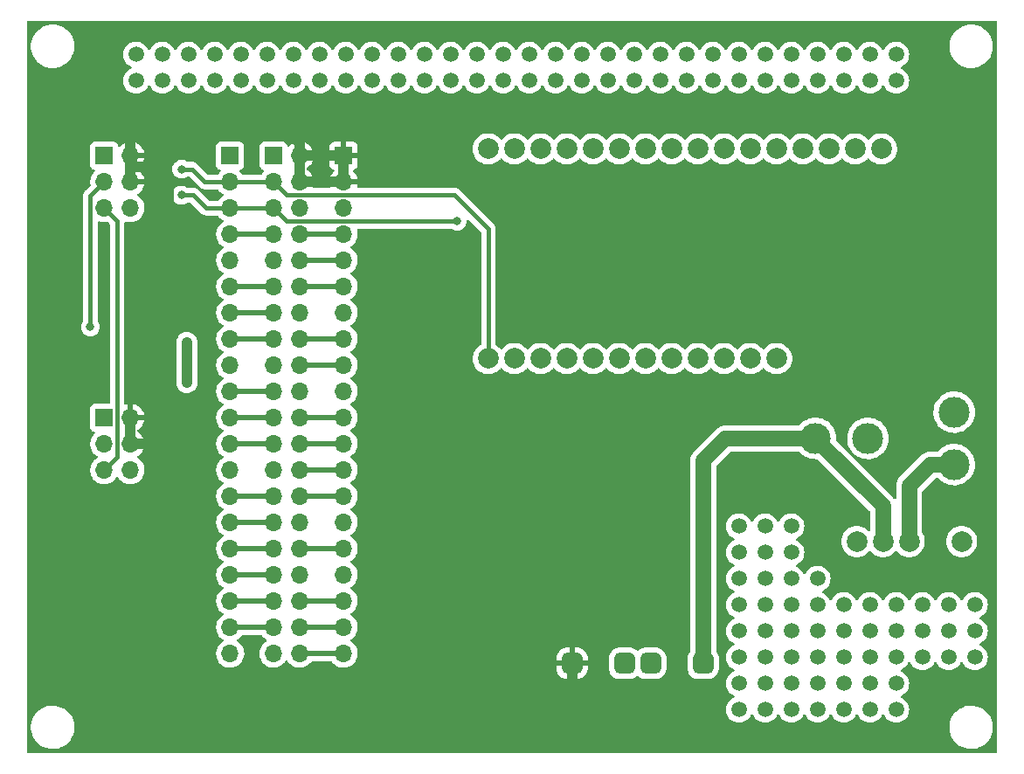
<source format=gtl>
%TF.GenerationSoftware,KiCad,Pcbnew,(6.0.10)*%
%TF.CreationDate,2024-06-07T15:58:53+09:00*%
%TF.ProjectId,extension_circuit_board,65787465-6e73-4696-9f6e-5f6369726375,rev?*%
%TF.SameCoordinates,Original*%
%TF.FileFunction,Copper,L1,Top*%
%TF.FilePolarity,Positive*%
%FSLAX46Y46*%
G04 Gerber Fmt 4.6, Leading zero omitted, Abs format (unit mm)*
G04 Created by KiCad (PCBNEW (6.0.10)) date 2024-06-07 15:58:53*
%MOMM*%
%LPD*%
G01*
G04 APERTURE LIST*
G04 Aperture macros list*
%AMRoundRect*
0 Rectangle with rounded corners*
0 $1 Rounding radius*
0 $2 $3 $4 $5 $6 $7 $8 $9 X,Y pos of 4 corners*
0 Add a 4 corners polygon primitive as box body*
4,1,4,$2,$3,$4,$5,$6,$7,$8,$9,$2,$3,0*
0 Add four circle primitives for the rounded corners*
1,1,$1+$1,$2,$3*
1,1,$1+$1,$4,$5*
1,1,$1+$1,$6,$7*
1,1,$1+$1,$8,$9*
0 Add four rect primitives between the rounded corners*
20,1,$1+$1,$2,$3,$4,$5,0*
20,1,$1+$1,$4,$5,$6,$7,0*
20,1,$1+$1,$6,$7,$8,$9,0*
20,1,$1+$1,$8,$9,$2,$3,0*%
G04 Aperture macros list end*
%TA.AperFunction,ComponentPad*%
%ADD10C,1.500000*%
%TD*%
%TA.AperFunction,ComponentPad*%
%ADD11R,1.700000X1.700000*%
%TD*%
%TA.AperFunction,ComponentPad*%
%ADD12O,1.700000X1.700000*%
%TD*%
%TA.AperFunction,SMDPad,CuDef*%
%ADD13RoundRect,0.500000X-0.500000X-0.500000X0.500000X-0.500000X0.500000X0.500000X-0.500000X0.500000X0*%
%TD*%
%TA.AperFunction,ComponentPad*%
%ADD14C,3.000000*%
%TD*%
%TA.AperFunction,ComponentPad*%
%ADD15C,2.000000*%
%TD*%
%TA.AperFunction,ViaPad*%
%ADD16C,0.800000*%
%TD*%
%TA.AperFunction,Conductor*%
%ADD17C,0.400000*%
%TD*%
%TA.AperFunction,Conductor*%
%ADD18C,1.000000*%
%TD*%
%TA.AperFunction,Conductor*%
%ADD19C,1.500000*%
%TD*%
%TA.AperFunction,Conductor*%
%ADD20C,0.500000*%
%TD*%
G04 APERTURE END LIST*
D10*
%TO.P,REF\u002A\u002A,1*%
%TO.N,N/C*%
X195580000Y-96520000D03*
%TD*%
%TO.P,REF\u002A\u002A,1*%
%TO.N,N/C*%
X198120000Y-101600000D03*
%TD*%
%TO.P,REF\u002A\u002A,1*%
%TO.N,N/C*%
X195580000Y-99060000D03*
%TD*%
%TO.P,REF\u002A\u002A,1*%
%TO.N,N/C*%
X193040000Y-101600000D03*
%TD*%
%TO.P,REF\u002A\u002A,1*%
%TO.N,N/C*%
X190500000Y-101600000D03*
%TD*%
%TO.P,REF\u002A\u002A,1*%
%TO.N,N/C*%
X193040000Y-99060000D03*
%TD*%
%TO.P,REF\u002A\u002A,1*%
%TO.N,N/C*%
X190500000Y-99060000D03*
%TD*%
%TO.P,REF\u002A\u002A,1*%
%TO.N,N/C*%
X193040000Y-96520000D03*
%TD*%
%TO.P,REF\u002A\u002A,1*%
%TO.N,N/C*%
X190500000Y-96520000D03*
%TD*%
%TO.P,REF\u002A\u002A,1*%
%TO.N,N/C*%
X195580000Y-101600000D03*
%TD*%
%TO.P,REF\u002A\u002A,1*%
%TO.N,N/C*%
X205740000Y-53340000D03*
%TD*%
%TO.P,REF\u002A\u002A,1*%
%TO.N,N/C*%
X205740000Y-50800000D03*
%TD*%
%TO.P,REF\u002A\u002A,1*%
%TO.N,N/C*%
X137160000Y-53340000D03*
%TD*%
%TO.P,REF\u002A\u002A,1*%
%TO.N,N/C*%
X134620000Y-53340000D03*
%TD*%
%TO.P,REF\u002A\u002A,1*%
%TO.N,N/C*%
X139700000Y-53340000D03*
%TD*%
%TO.P,REF\u002A\u002A,1*%
%TO.N,N/C*%
X132080000Y-53340000D03*
%TD*%
%TO.P,REF\u002A\u002A,1*%
%TO.N,N/C*%
X142240000Y-53340000D03*
%TD*%
%TO.P,REF\u002A\u002A,1*%
%TO.N,N/C*%
X152400000Y-53340000D03*
%TD*%
%TO.P,REF\u002A\u002A,1*%
%TO.N,N/C*%
X144780000Y-53340000D03*
%TD*%
%TO.P,REF\u002A\u002A,1*%
%TO.N,N/C*%
X149860000Y-53340000D03*
%TD*%
%TO.P,REF\u002A\u002A,1*%
%TO.N,N/C*%
X147320000Y-53340000D03*
%TD*%
%TO.P,REF\u002A\u002A,1*%
%TO.N,N/C*%
X137160000Y-50800000D03*
%TD*%
%TO.P,REF\u002A\u002A,1*%
%TO.N,N/C*%
X134620000Y-50800000D03*
%TD*%
%TO.P,REF\u002A\u002A,1*%
%TO.N,N/C*%
X139700000Y-50800000D03*
%TD*%
%TO.P,REF\u002A\u002A,1*%
%TO.N,N/C*%
X132080000Y-50800000D03*
%TD*%
%TO.P,REF\u002A\u002A,1*%
%TO.N,N/C*%
X142240000Y-50800000D03*
%TD*%
%TO.P,REF\u002A\u002A,1*%
%TO.N,N/C*%
X152400000Y-50800000D03*
%TD*%
%TO.P,REF\u002A\u002A,1*%
%TO.N,N/C*%
X144780000Y-50800000D03*
%TD*%
%TO.P,REF\u002A\u002A,1*%
%TO.N,N/C*%
X149860000Y-50800000D03*
%TD*%
%TO.P,REF\u002A\u002A,1*%
%TO.N,N/C*%
X147320000Y-50800000D03*
%TD*%
%TO.P,REF\u002A\u002A,1*%
%TO.N,N/C*%
X187960000Y-53340000D03*
%TD*%
%TO.P,REF\u002A\u002A,1*%
%TO.N,N/C*%
X185420000Y-53340000D03*
%TD*%
%TO.P,REF\u002A\u002A,1*%
%TO.N,N/C*%
X190500000Y-53340000D03*
%TD*%
%TO.P,REF\u002A\u002A,1*%
%TO.N,N/C*%
X182880000Y-53340000D03*
%TD*%
%TO.P,REF\u002A\u002A,1*%
%TO.N,N/C*%
X193040000Y-53340000D03*
%TD*%
%TO.P,REF\u002A\u002A,1*%
%TO.N,N/C*%
X203200000Y-53340000D03*
%TD*%
%TO.P,REF\u002A\u002A,1*%
%TO.N,N/C*%
X195580000Y-53340000D03*
%TD*%
%TO.P,REF\u002A\u002A,1*%
%TO.N,N/C*%
X200660000Y-53340000D03*
%TD*%
%TO.P,REF\u002A\u002A,1*%
%TO.N,N/C*%
X198120000Y-53340000D03*
%TD*%
%TO.P,REF\u002A\u002A,1*%
%TO.N,N/C*%
X180340000Y-53340000D03*
%TD*%
%TO.P,REF\u002A\u002A,1*%
%TO.N,N/C*%
X162560000Y-53340000D03*
%TD*%
%TO.P,REF\u002A\u002A,1*%
%TO.N,N/C*%
X160020000Y-53340000D03*
%TD*%
%TO.P,REF\u002A\u002A,1*%
%TO.N,N/C*%
X165100000Y-53340000D03*
%TD*%
%TO.P,REF\u002A\u002A,1*%
%TO.N,N/C*%
X157480000Y-53340000D03*
%TD*%
%TO.P,REF\u002A\u002A,1*%
%TO.N,N/C*%
X167640000Y-53340000D03*
%TD*%
%TO.P,REF\u002A\u002A,1*%
%TO.N,N/C*%
X177800000Y-53340000D03*
%TD*%
%TO.P,REF\u002A\u002A,1*%
%TO.N,N/C*%
X170180000Y-53340000D03*
%TD*%
%TO.P,REF\u002A\u002A,1*%
%TO.N,N/C*%
X175260000Y-53340000D03*
%TD*%
%TO.P,REF\u002A\u002A,1*%
%TO.N,N/C*%
X172720000Y-53340000D03*
%TD*%
%TO.P,REF\u002A\u002A,1*%
%TO.N,N/C*%
X154940000Y-53340000D03*
%TD*%
%TO.P,REF\u002A\u002A,1*%
%TO.N,N/C*%
X187960000Y-50800000D03*
%TD*%
%TO.P,REF\u002A\u002A,1*%
%TO.N,N/C*%
X185420000Y-50800000D03*
%TD*%
%TO.P,REF\u002A\u002A,1*%
%TO.N,N/C*%
X190500000Y-50800000D03*
%TD*%
%TO.P,REF\u002A\u002A,1*%
%TO.N,N/C*%
X182880000Y-50800000D03*
%TD*%
%TO.P,REF\u002A\u002A,1*%
%TO.N,N/C*%
X193040000Y-50800000D03*
%TD*%
%TO.P,REF\u002A\u002A,1*%
%TO.N,N/C*%
X203200000Y-50800000D03*
%TD*%
%TO.P,REF\u002A\u002A,1*%
%TO.N,N/C*%
X195580000Y-50800000D03*
%TD*%
%TO.P,REF\u002A\u002A,1*%
%TO.N,N/C*%
X200660000Y-50800000D03*
%TD*%
%TO.P,REF\u002A\u002A,1*%
%TO.N,N/C*%
X198120000Y-50800000D03*
%TD*%
%TO.P,REF\u002A\u002A,1*%
%TO.N,N/C*%
X180340000Y-50800000D03*
%TD*%
%TO.P,REF\u002A\u002A,1*%
%TO.N,N/C*%
X162560000Y-50800000D03*
%TD*%
%TO.P,REF\u002A\u002A,1*%
%TO.N,N/C*%
X160020000Y-50800000D03*
%TD*%
%TO.P,REF\u002A\u002A,1*%
%TO.N,N/C*%
X165100000Y-50800000D03*
%TD*%
%TO.P,REF\u002A\u002A,1*%
%TO.N,N/C*%
X157480000Y-50800000D03*
%TD*%
%TO.P,REF\u002A\u002A,1*%
%TO.N,N/C*%
X167640000Y-50800000D03*
%TD*%
%TO.P,REF\u002A\u002A,1*%
%TO.N,N/C*%
X177800000Y-50800000D03*
%TD*%
%TO.P,REF\u002A\u002A,1*%
%TO.N,N/C*%
X170180000Y-50800000D03*
%TD*%
%TO.P,REF\u002A\u002A,1*%
%TO.N,N/C*%
X175260000Y-50800000D03*
%TD*%
%TO.P,REF\u002A\u002A,1*%
%TO.N,N/C*%
X172720000Y-50800000D03*
%TD*%
%TO.P,REF\u002A\u002A,1*%
%TO.N,N/C*%
X154940000Y-50800000D03*
%TD*%
%TO.P,REF\u002A\u002A,1*%
%TO.N,N/C*%
X198120000Y-114300000D03*
%TD*%
%TO.P,REF\u002A\u002A,1*%
%TO.N,N/C*%
X195580000Y-114300000D03*
%TD*%
%TO.P,REF\u002A\u002A,1*%
%TO.N,N/C*%
X200660000Y-114300000D03*
%TD*%
%TO.P,REF\u002A\u002A,1*%
%TO.N,N/C*%
X193040000Y-114300000D03*
%TD*%
%TO.P,REF\u002A\u002A,1*%
%TO.N,N/C*%
X203200000Y-114300000D03*
%TD*%
%TO.P,REF\u002A\u002A,1*%
%TO.N,N/C*%
X205740000Y-114300000D03*
%TD*%
%TO.P,REF\u002A\u002A,1*%
%TO.N,N/C*%
X190500000Y-114300000D03*
%TD*%
%TO.P,REF\u002A\u002A,1*%
%TO.N,N/C*%
X198120000Y-111760000D03*
%TD*%
%TO.P,REF\u002A\u002A,1*%
%TO.N,N/C*%
X195580000Y-111760000D03*
%TD*%
%TO.P,REF\u002A\u002A,1*%
%TO.N,N/C*%
X200660000Y-111760000D03*
%TD*%
%TO.P,REF\u002A\u002A,1*%
%TO.N,N/C*%
X193040000Y-111760000D03*
%TD*%
%TO.P,REF\u002A\u002A,1*%
%TO.N,N/C*%
X203200000Y-111760000D03*
%TD*%
%TO.P,REF\u002A\u002A,1*%
%TO.N,N/C*%
X205740000Y-111760000D03*
%TD*%
%TO.P,REF\u002A\u002A,1*%
%TO.N,N/C*%
X190500000Y-111760000D03*
%TD*%
%TO.P,REF\u002A\u002A,1*%
%TO.N,N/C*%
X198120000Y-109220000D03*
%TD*%
%TO.P,REF\u002A\u002A,1*%
%TO.N,N/C*%
X195580000Y-109220000D03*
%TD*%
%TO.P,REF\u002A\u002A,1*%
%TO.N,N/C*%
X200660000Y-109220000D03*
%TD*%
%TO.P,REF\u002A\u002A,1*%
%TO.N,N/C*%
X193040000Y-109220000D03*
%TD*%
%TO.P,REF\u002A\u002A,1*%
%TO.N,N/C*%
X203200000Y-109220000D03*
%TD*%
%TO.P,REF\u002A\u002A,1*%
%TO.N,N/C*%
X213360000Y-109220000D03*
%TD*%
%TO.P,REF\u002A\u002A,1*%
%TO.N,N/C*%
X205740000Y-109220000D03*
%TD*%
%TO.P,REF\u002A\u002A,1*%
%TO.N,N/C*%
X210820000Y-109220000D03*
%TD*%
%TO.P,REF\u002A\u002A,1*%
%TO.N,N/C*%
X208280000Y-109220000D03*
%TD*%
%TO.P,REF\u002A\u002A,1*%
%TO.N,N/C*%
X190500000Y-109220000D03*
%TD*%
%TO.P,REF\u002A\u002A,1*%
%TO.N,N/C*%
X198120000Y-106680000D03*
%TD*%
%TO.P,REF\u002A\u002A,1*%
%TO.N,N/C*%
X195580000Y-106680000D03*
%TD*%
%TO.P,REF\u002A\u002A,1*%
%TO.N,N/C*%
X200660000Y-106680000D03*
%TD*%
%TO.P,REF\u002A\u002A,1*%
%TO.N,N/C*%
X193040000Y-106680000D03*
%TD*%
%TO.P,REF\u002A\u002A,1*%
%TO.N,N/C*%
X203200000Y-106680000D03*
%TD*%
%TO.P,REF\u002A\u002A,1*%
%TO.N,N/C*%
X213360000Y-106680000D03*
%TD*%
%TO.P,REF\u002A\u002A,1*%
%TO.N,N/C*%
X205740000Y-106680000D03*
%TD*%
%TO.P,REF\u002A\u002A,1*%
%TO.N,N/C*%
X210820000Y-106680000D03*
%TD*%
%TO.P,REF\u002A\u002A,1*%
%TO.N,N/C*%
X208280000Y-106680000D03*
%TD*%
%TO.P,REF\u002A\u002A,1*%
%TO.N,N/C*%
X190500000Y-106680000D03*
%TD*%
%TO.P,REF\u002A\u002A,1*%
%TO.N,N/C*%
X190500000Y-104140000D03*
%TD*%
%TO.P,REF\u002A\u002A,1*%
%TO.N,N/C*%
X213360000Y-104140000D03*
%TD*%
%TO.P,REF\u002A\u002A,1*%
%TO.N,N/C*%
X210820000Y-104140000D03*
%TD*%
%TO.P,REF\u002A\u002A,1*%
%TO.N,N/C*%
X208280000Y-104140000D03*
%TD*%
%TO.P,REF\u002A\u002A,1*%
%TO.N,N/C*%
X205740000Y-104140000D03*
%TD*%
%TO.P,REF\u002A\u002A,1*%
%TO.N,N/C*%
X203200000Y-104140000D03*
%TD*%
%TO.P,REF\u002A\u002A,1*%
%TO.N,N/C*%
X200660000Y-104140000D03*
%TD*%
%TO.P,REF\u002A\u002A,1*%
%TO.N,N/C*%
X198120000Y-104140000D03*
%TD*%
%TO.P,REF\u002A\u002A,1*%
%TO.N,N/C*%
X195580000Y-104140000D03*
%TD*%
%TO.P,REF\u002A\u002A,1*%
%TO.N,N/C*%
X193040000Y-104140000D03*
%TD*%
D11*
%TO.P,J5,1,Pin_1*%
%TO.N,+5V*%
X152200000Y-60600000D03*
D12*
%TO.P,J5,2,Pin_2*%
X152200000Y-63140000D03*
%TO.P,J5,3,Pin_3*%
%TO.N,GND*%
X152200000Y-65680000D03*
%TO.P,J5,4,Pin_4*%
%TO.N,Net-(J4-Pad8)*%
X152200000Y-68220000D03*
%TO.P,J5,5,Pin_5*%
%TO.N,Net-(J4-Pad10)*%
X152200000Y-70760000D03*
%TO.P,J5,6,Pin_6*%
%TO.N,Net-(J4-Pad12)*%
X152200000Y-73300000D03*
%TO.P,J5,7,Pin_7*%
%TO.N,GND*%
X152200000Y-75840000D03*
%TO.P,J5,8,Pin_8*%
%TO.N,Net-(J4-Pad16)*%
X152200000Y-78380000D03*
%TO.P,J5,9,Pin_9*%
%TO.N,Net-(J4-Pad18)*%
X152200000Y-80920000D03*
%TO.P,J5,10,Pin_10*%
%TO.N,GND*%
X152200000Y-83460000D03*
%TO.P,J5,11,Pin_11*%
%TO.N,Net-(J4-Pad22)*%
X152200000Y-86000000D03*
%TO.P,J5,12,Pin_12*%
%TO.N,Net-(J4-Pad24)*%
X152200000Y-88540000D03*
%TO.P,J5,13,Pin_13*%
%TO.N,Net-(J4-Pad26)*%
X152200000Y-91080000D03*
%TO.P,J5,14,Pin_14*%
%TO.N,Net-(J4-Pad28)*%
X152200000Y-93620000D03*
%TO.P,J5,15,Pin_15*%
%TO.N,GND*%
X152200000Y-96160000D03*
%TO.P,J5,16,Pin_16*%
%TO.N,Net-(J4-Pad32)*%
X152200000Y-98700000D03*
%TO.P,J5,17,Pin_17*%
%TO.N,GND*%
X152200000Y-101240000D03*
%TO.P,J5,18,Pin_18*%
%TO.N,Net-(J4-Pad36)*%
X152200000Y-103780000D03*
%TO.P,J5,19,Pin_19*%
%TO.N,Net-(J4-Pad38)*%
X152200000Y-106320000D03*
%TO.P,J5,20,Pin_20*%
%TO.N,Net-(J4-Pad40)*%
X152200000Y-108860000D03*
%TD*%
D11*
%TO.P,J7,1,Pin_1*%
%TO.N,+3.3V*%
X129000000Y-60600000D03*
D12*
%TO.P,J7,2,Pin_2*%
%TO.N,+5V*%
X131540000Y-60600000D03*
%TO.P,J7,3,Pin_3*%
%TO.N,I2C_2_SDA*%
X129000000Y-63140000D03*
%TO.P,J7,4,Pin_4*%
%TO.N,+5V*%
X131540000Y-63140000D03*
%TO.P,J7,5,Pin_5*%
%TO.N,I2C_2_SCL*%
X129000000Y-65680000D03*
%TO.P,J7,6,Pin_6*%
%TO.N,GND*%
X131540000Y-65680000D03*
%TD*%
D11*
%TO.P,PiOLED,1,Pin_1*%
%TO.N,+3.3V*%
X129000000Y-86000000D03*
D12*
%TO.P,PiOLED,2,Pin_2*%
%TO.N,+5V*%
X131540000Y-86000000D03*
%TO.P,PiOLED,3,Pin_3*%
%TO.N,I2C_2_SDA*%
X129000000Y-88540000D03*
%TO.P,PiOLED,4,Pin_4*%
%TO.N,+5V*%
X131540000Y-88540000D03*
%TO.P,PiOLED,5,Pin_5*%
%TO.N,I2C_2_SCL*%
X129000000Y-91080000D03*
%TO.P,PiOLED,6,Pin_6*%
%TO.N,GND*%
X131540000Y-91080000D03*
%TD*%
D13*
%TO.P,U1,1,+VIN*%
%TO.N,+9V*%
X187040000Y-109790000D03*
%TO.P,U1,2,-VIN*%
%TO.N,GND*%
X181960000Y-109790000D03*
%TO.P,U1,3,-VOUT*%
X179420000Y-109790000D03*
%TO.P,U1,4,VOUT*%
%TO.N,+5V*%
X174340000Y-109790000D03*
%TD*%
D14*
%TO.P,J2,1,Pin_1*%
%TO.N,+9V*%
X197920000Y-88000000D03*
%TO.P,J2,2,Pin_2*%
%TO.N,GND*%
X203000000Y-88000000D03*
%TD*%
D11*
%TO.P,J3,1,Pin_1*%
%TO.N,+3.3V*%
X141200000Y-60600000D03*
D12*
%TO.P,J3,2,Pin_2*%
%TO.N,I2C_2_SDA*%
X141200000Y-63140000D03*
%TO.P,J3,3,Pin_3*%
%TO.N,I2C_2_SCL*%
X141200000Y-65680000D03*
%TO.P,J3,4,Pin_4*%
%TO.N,Net-(J3-Pad4)*%
X141200000Y-68220000D03*
%TO.P,J3,5,Pin_5*%
%TO.N,GND*%
X141200000Y-70760000D03*
%TO.P,J3,6,Pin_6*%
%TO.N,Net-(J3-Pad6)*%
X141200000Y-73300000D03*
%TO.P,J3,7,Pin_7*%
%TO.N,Net-(J3-Pad7)*%
X141200000Y-75840000D03*
%TO.P,J3,8,Pin_8*%
%TO.N,Net-(J3-Pad8)*%
X141200000Y-78380000D03*
%TO.P,J3,9,Pin_9*%
%TO.N,+3.3V*%
X141200000Y-80920000D03*
%TO.P,J3,10,Pin_10*%
%TO.N,Net-(J3-Pad10)*%
X141200000Y-83460000D03*
%TO.P,J3,11,Pin_11*%
%TO.N,Net-(J3-Pad11)*%
X141200000Y-86000000D03*
%TO.P,J3,12,Pin_12*%
%TO.N,Net-(J3-Pad12)*%
X141200000Y-88540000D03*
%TO.P,J3,13,Pin_13*%
%TO.N,GND*%
X141200000Y-91080000D03*
%TO.P,J3,14,Pin_14*%
%TO.N,Net-(J3-Pad14)*%
X141200000Y-93620000D03*
%TO.P,J3,15,Pin_15*%
%TO.N,Net-(J3-Pad15)*%
X141200000Y-96160000D03*
%TO.P,J3,16,Pin_16*%
%TO.N,Net-(J3-Pad16)*%
X141200000Y-98700000D03*
%TO.P,J3,17,Pin_17*%
%TO.N,Net-(J3-Pad17)*%
X141200000Y-101240000D03*
%TO.P,J3,18,Pin_18*%
%TO.N,Net-(J3-Pad18)*%
X141200000Y-103780000D03*
%TO.P,J3,19,Pin_19*%
%TO.N,Net-(J3-Pad19)*%
X141200000Y-106320000D03*
%TO.P,J3,20,Pin_20*%
%TO.N,GND*%
X141200000Y-108860000D03*
%TD*%
D15*
%TO.P,J6,1,Pin_1*%
%TO.N,unconnected-(J6-Pad1)*%
X204315000Y-59940000D03*
%TO.P,J6,2,Pin_2*%
%TO.N,+3.3V*%
X201775000Y-59940000D03*
%TO.P,J6,3,Pin_3*%
%TO.N,unconnected-(J6-Pad3)*%
X199235000Y-59940000D03*
%TO.P,J6,4,Pin_4*%
%TO.N,GND*%
X196695000Y-59940000D03*
%TO.P,J6,5,Pin_5*%
%TO.N,unconnected-(J6-Pad5)*%
X194155000Y-59940000D03*
%TO.P,J6,6,Pin_6*%
%TO.N,unconnected-(J6-Pad6)*%
X191615000Y-59940000D03*
%TO.P,J6,7,Pin_7*%
%TO.N,unconnected-(J6-Pad7)*%
X189075000Y-59940000D03*
%TO.P,J6,8,Pin_8*%
%TO.N,unconnected-(J6-Pad8)*%
X186535000Y-59940000D03*
%TO.P,J6,9,Pin_9*%
%TO.N,unconnected-(J6-Pad9)*%
X183995000Y-59940000D03*
%TO.P,J6,10,Pin_10*%
%TO.N,unconnected-(J6-Pad10)*%
X181455000Y-59940000D03*
%TO.P,J6,11,Pin_11*%
%TO.N,unconnected-(J6-Pad11)*%
X178915000Y-59940000D03*
%TO.P,J6,12,Pin_12*%
%TO.N,unconnected-(J6-Pad12)*%
X176375000Y-59940000D03*
%TO.P,J6,13,Pin_13*%
%TO.N,unconnected-(J6-Pad13)*%
X173835000Y-59940000D03*
%TO.P,J6,14,Pin_14*%
%TO.N,unconnected-(J6-Pad14)*%
X171295000Y-59940000D03*
%TO.P,J6,15,Pin_15*%
%TO.N,unconnected-(J6-Pad15)*%
X168755000Y-59940000D03*
%TO.P,J6,16,Pin_16*%
%TO.N,unconnected-(J6-Pad16)*%
X166215000Y-59940000D03*
%TO.P,J6,21,Pin_21*%
%TO.N,unconnected-(J6-Pad21)*%
X194155000Y-80260000D03*
%TO.P,J6,22,Pin_22*%
%TO.N,unconnected-(J6-Pad22)*%
X191615000Y-80260000D03*
%TO.P,J6,23,Pin_23*%
%TO.N,unconnected-(J6-Pad23)*%
X189075000Y-80260000D03*
%TO.P,J6,24,Pin_24*%
%TO.N,unconnected-(J6-Pad24)*%
X186535000Y-80260000D03*
%TO.P,J6,25,Pin_25*%
%TO.N,unconnected-(J6-Pad25)*%
X183995000Y-80260000D03*
%TO.P,J6,26,Pin_26*%
%TO.N,unconnected-(J6-Pad26)*%
X181455000Y-80260000D03*
%TO.P,J6,27,Pin_27*%
%TO.N,unconnected-(J6-Pad27)*%
X178915000Y-80260000D03*
%TO.P,J6,28,Pin_28*%
%TO.N,unconnected-(J6-Pad28)*%
X176375000Y-80260000D03*
%TO.P,J6,29,Pin_29*%
%TO.N,unconnected-(J6-Pad29)*%
X173835000Y-80260000D03*
%TO.P,J6,30,Pin_30*%
%TO.N,unconnected-(J6-Pad30)*%
X171295000Y-80260000D03*
%TO.P,J6,31,Pin_31*%
%TO.N,I2C_2_SCL*%
X168755000Y-80260000D03*
%TO.P,J6,32,Pin_32*%
%TO.N,I2C_2_SDA*%
X166215000Y-80260000D03*
%TD*%
D14*
%TO.P,J1,1,Pin_1*%
%TO.N,Net-(SW1-Pad1)*%
X211355000Y-90540000D03*
%TO.P,J1,2,Pin_2*%
%TO.N,GND*%
X211355000Y-85460000D03*
%TD*%
D15*
%TO.P,SW1,1,A*%
%TO.N,Net-(SW1-Pad1)*%
X207000000Y-98000000D03*
%TO.P,SW1,2,B*%
%TO.N,+9V*%
X204460000Y-98000000D03*
%TO.P,SW1,3,C*%
%TO.N,unconnected-(SW1-Pad3)*%
X201920000Y-98000000D03*
%TO.P,SW1,4*%
%TO.N,N/C*%
X212080000Y-98000000D03*
%TD*%
D11*
%TO.P,J4,1,Pin_1*%
%TO.N,+3.3V*%
X145400000Y-60600000D03*
D12*
%TO.P,J4,2,Pin_2*%
%TO.N,+5V*%
X147940000Y-60600000D03*
%TO.P,J4,3,Pin_3*%
%TO.N,I2C_2_SDA*%
X145400000Y-63140000D03*
%TO.P,J4,4,Pin_4*%
%TO.N,+5V*%
X147940000Y-63140000D03*
%TO.P,J4,5,Pin_5*%
%TO.N,I2C_2_SCL*%
X145400000Y-65680000D03*
%TO.P,J4,6,Pin_6*%
%TO.N,GND*%
X147940000Y-65680000D03*
%TO.P,J4,7,Pin_7*%
%TO.N,Net-(J3-Pad4)*%
X145400000Y-68220000D03*
%TO.P,J4,8,Pin_8*%
%TO.N,Net-(J4-Pad8)*%
X147940000Y-68220000D03*
%TO.P,J4,9,Pin_9*%
%TO.N,GND*%
X145400000Y-70760000D03*
%TO.P,J4,10,Pin_10*%
%TO.N,Net-(J4-Pad10)*%
X147940000Y-70760000D03*
%TO.P,J4,11,Pin_11*%
%TO.N,Net-(J3-Pad6)*%
X145400000Y-73300000D03*
%TO.P,J4,12,Pin_12*%
%TO.N,Net-(J4-Pad12)*%
X147940000Y-73300000D03*
%TO.P,J4,13,Pin_13*%
%TO.N,Net-(J3-Pad7)*%
X145400000Y-75840000D03*
%TO.P,J4,14,Pin_14*%
%TO.N,GND*%
X147940000Y-75840000D03*
%TO.P,J4,15,Pin_15*%
%TO.N,Net-(J3-Pad8)*%
X145400000Y-78380000D03*
%TO.P,J4,16,Pin_16*%
%TO.N,Net-(J4-Pad16)*%
X147940000Y-78380000D03*
%TO.P,J4,17,Pin_17*%
%TO.N,+3.3V*%
X145400000Y-80920000D03*
%TO.P,J4,18,Pin_18*%
%TO.N,Net-(J4-Pad18)*%
X147940000Y-80920000D03*
%TO.P,J4,19,Pin_19*%
%TO.N,Net-(J3-Pad10)*%
X145400000Y-83460000D03*
%TO.P,J4,20,Pin_20*%
%TO.N,GND*%
X147940000Y-83460000D03*
%TO.P,J4,21,Pin_21*%
%TO.N,Net-(J3-Pad11)*%
X145400000Y-86000000D03*
%TO.P,J4,22,Pin_22*%
%TO.N,Net-(J4-Pad22)*%
X147940000Y-86000000D03*
%TO.P,J4,23,Pin_23*%
%TO.N,Net-(J3-Pad12)*%
X145400000Y-88540000D03*
%TO.P,J4,24,Pin_24*%
%TO.N,Net-(J4-Pad24)*%
X147940000Y-88540000D03*
%TO.P,J4,25,Pin_25*%
%TO.N,GND*%
X145400000Y-91080000D03*
%TO.P,J4,26,Pin_26*%
%TO.N,Net-(J4-Pad26)*%
X147940000Y-91080000D03*
%TO.P,J4,27,Pin_27*%
%TO.N,Net-(J3-Pad14)*%
X145400000Y-93620000D03*
%TO.P,J4,28,Pin_28*%
%TO.N,Net-(J4-Pad28)*%
X147940000Y-93620000D03*
%TO.P,J4,29,Pin_29*%
%TO.N,Net-(J3-Pad15)*%
X145400000Y-96160000D03*
%TO.P,J4,30,Pin_30*%
%TO.N,GND*%
X147940000Y-96160000D03*
%TO.P,J4,31,Pin_31*%
%TO.N,Net-(J3-Pad16)*%
X145400000Y-98700000D03*
%TO.P,J4,32,Pin_32*%
%TO.N,Net-(J4-Pad32)*%
X147940000Y-98700000D03*
%TO.P,J4,33,Pin_33*%
%TO.N,Net-(J3-Pad17)*%
X145400000Y-101240000D03*
%TO.P,J4,34,Pin_34*%
%TO.N,GND*%
X147940000Y-101240000D03*
%TO.P,J4,35,Pin_35*%
%TO.N,Net-(J3-Pad18)*%
X145400000Y-103780000D03*
%TO.P,J4,36,Pin_36*%
%TO.N,Net-(J4-Pad36)*%
X147940000Y-103780000D03*
%TO.P,J4,37,Pin_37*%
%TO.N,Net-(J3-Pad19)*%
X145400000Y-106320000D03*
%TO.P,J4,38,Pin_38*%
%TO.N,Net-(J4-Pad38)*%
X147940000Y-106320000D03*
%TO.P,J4,39,Pin_39*%
%TO.N,GND*%
X145400000Y-108860000D03*
%TO.P,J4,40,Pin_40*%
%TO.N,Net-(J4-Pad40)*%
X147940000Y-108860000D03*
%TD*%
D16*
%TO.N,I2C_2_SCL*%
X136470000Y-64430000D03*
%TO.N,I2C_2_SDA*%
X136500000Y-61900000D03*
X127650500Y-77200000D03*
%TO.N,GND*%
X137000000Y-82600000D03*
X137000000Y-78700000D03*
%TO.N,I2C_2_SCL*%
X163200000Y-66950000D03*
%TO.N,GND*%
X179420000Y-109790000D03*
X181960000Y-109790000D03*
%TD*%
D17*
%TO.N,I2C_2_SCL*%
X136470000Y-64430000D02*
X137630000Y-64430000D01*
X137630000Y-64430000D02*
X138880000Y-65680000D01*
%TO.N,I2C_2_SDA*%
X138740000Y-63140000D02*
X141200000Y-63140000D01*
X136500000Y-61900000D02*
X137500000Y-61900000D01*
X137500000Y-61900000D02*
X138740000Y-63140000D01*
%TO.N,I2C_2_SCL*%
X141200000Y-65680000D02*
X138880000Y-65680000D01*
%TO.N,I2C_2_SDA*%
X127650500Y-77200000D02*
X127650500Y-64489500D01*
X127650500Y-64489500D02*
X129000000Y-63140000D01*
D18*
%TO.N,GND*%
X137000000Y-78700000D02*
X137000000Y-82600000D01*
%TO.N,+5V*%
X131540000Y-59040000D02*
X131540000Y-60600000D01*
X131500000Y-59000000D02*
X131540000Y-59040000D01*
X147940000Y-59440000D02*
X146500000Y-58000000D01*
X147940000Y-60600000D02*
X147940000Y-59440000D01*
X146500000Y-58000000D02*
X132500000Y-58000000D01*
X132500000Y-58000000D02*
X131500000Y-59000000D01*
D19*
%TO.N,Net-(SW1-Pad1)*%
X207000000Y-92600000D02*
X207000000Y-98000000D01*
X211355000Y-90540000D02*
X209060000Y-90540000D01*
X209060000Y-90540000D02*
X207000000Y-92600000D01*
%TO.N,+9V*%
X187040000Y-90160000D02*
X187040000Y-109790000D01*
X189200000Y-88000000D02*
X187040000Y-90160000D01*
X197920000Y-88000000D02*
X189200000Y-88000000D01*
D17*
%TO.N,I2C_2_SCL*%
X130250000Y-66930000D02*
X130250000Y-89830000D01*
X129000000Y-65680000D02*
X130250000Y-66930000D01*
X130250000Y-89830000D02*
X129000000Y-91080000D01*
X146670000Y-66950000D02*
X163200000Y-66950000D01*
X146510000Y-66790000D02*
X146670000Y-66950000D01*
X145400000Y-65680000D02*
X146510000Y-66790000D01*
%TO.N,I2C_2_SDA*%
X146690000Y-64430000D02*
X145400000Y-63140000D01*
X162930000Y-64430000D02*
X146690000Y-64430000D01*
X166215000Y-80260000D02*
X166215000Y-67715000D01*
X166215000Y-67715000D02*
X162930000Y-64430000D01*
%TO.N,I2C_2_SCL*%
X141200000Y-65680000D02*
X145400000Y-65680000D01*
%TO.N,I2C_2_SDA*%
X141200000Y-63140000D02*
X145400000Y-63140000D01*
D18*
%TO.N,+5V*%
X135250000Y-63000000D02*
X135250000Y-90500000D01*
X131540000Y-61710000D02*
X133960000Y-61710000D01*
X133960000Y-61710000D02*
X135250000Y-63000000D01*
X131540000Y-60600000D02*
X131540000Y-61710000D01*
X131540000Y-61710000D02*
X131540000Y-63140000D01*
X133290000Y-88540000D02*
X135250000Y-90500000D01*
X131540000Y-88540000D02*
X133290000Y-88540000D01*
X135250000Y-90500000D02*
X135250000Y-115250000D01*
X174340000Y-114410000D02*
X171500000Y-117250000D01*
X174340000Y-109790000D02*
X174340000Y-114410000D01*
X137250000Y-117250000D02*
X171500000Y-117250000D01*
X135250000Y-115250000D02*
X137250000Y-117250000D01*
X131540000Y-86000000D02*
X131540000Y-88540000D01*
X152200000Y-63140000D02*
X152200000Y-60600000D01*
X147940000Y-63140000D02*
X152200000Y-63140000D01*
X147940000Y-60600000D02*
X147940000Y-63140000D01*
X147940000Y-60600000D02*
X152200000Y-60600000D01*
D19*
%TO.N,+9V*%
X204460000Y-94540000D02*
X197920000Y-88000000D01*
X204460000Y-98000000D02*
X204460000Y-94540000D01*
D20*
%TO.N,Net-(J3-Pad4)*%
X141200000Y-68220000D02*
X145400000Y-68220000D01*
%TO.N,Net-(J3-Pad6)*%
X141200000Y-73300000D02*
X145400000Y-73300000D01*
%TO.N,Net-(J3-Pad7)*%
X141200000Y-75840000D02*
X145400000Y-75840000D01*
%TO.N,Net-(J3-Pad8)*%
X141200000Y-78380000D02*
X145400000Y-78380000D01*
%TO.N,Net-(J3-Pad10)*%
X141200000Y-83460000D02*
X145400000Y-83460000D01*
%TO.N,Net-(J3-Pad11)*%
X141200000Y-86000000D02*
X145400000Y-86000000D01*
%TO.N,Net-(J3-Pad12)*%
X141200000Y-88540000D02*
X145400000Y-88540000D01*
%TO.N,Net-(J3-Pad14)*%
X141200000Y-93620000D02*
X145400000Y-93620000D01*
%TO.N,Net-(J3-Pad15)*%
X141200000Y-96160000D02*
X145400000Y-96160000D01*
%TO.N,Net-(J3-Pad16)*%
X141200000Y-98700000D02*
X145400000Y-98700000D01*
%TO.N,Net-(J3-Pad17)*%
X145400000Y-101240000D02*
X141200000Y-101240000D01*
%TO.N,Net-(J3-Pad18)*%
X145400000Y-103780000D02*
X141200000Y-103780000D01*
%TO.N,Net-(J3-Pad19)*%
X145400000Y-106320000D02*
X141200000Y-106320000D01*
%TO.N,Net-(J4-Pad8)*%
X147940000Y-68220000D02*
X152200000Y-68220000D01*
%TO.N,Net-(J4-Pad10)*%
X147940000Y-70760000D02*
X152200000Y-70760000D01*
%TO.N,Net-(J4-Pad12)*%
X147940000Y-73300000D02*
X152200000Y-73300000D01*
%TO.N,Net-(J4-Pad16)*%
X147940000Y-78380000D02*
X152200000Y-78380000D01*
%TO.N,Net-(J4-Pad18)*%
X147940000Y-80920000D02*
X152200000Y-80920000D01*
%TO.N,Net-(J4-Pad22)*%
X147940000Y-86000000D02*
X152200000Y-86000000D01*
%TO.N,Net-(J4-Pad24)*%
X147940000Y-88540000D02*
X152200000Y-88540000D01*
%TO.N,Net-(J4-Pad26)*%
X147940000Y-91080000D02*
X152200000Y-91080000D01*
%TO.N,Net-(J4-Pad28)*%
X147940000Y-93620000D02*
X152200000Y-93620000D01*
%TO.N,Net-(J4-Pad32)*%
X147940000Y-98700000D02*
X152200000Y-98700000D01*
%TO.N,Net-(J4-Pad36)*%
X147940000Y-103780000D02*
X152200000Y-103780000D01*
%TO.N,Net-(J4-Pad38)*%
X147940000Y-106320000D02*
X152200000Y-106320000D01*
%TO.N,Net-(J4-Pad40)*%
X147940000Y-108860000D02*
X152200000Y-108860000D01*
%TD*%
%TA.AperFunction,Conductor*%
%TO.N,+5V*%
G36*
X215433621Y-47528502D02*
G01*
X215480114Y-47582158D01*
X215491500Y-47634500D01*
X215491500Y-118365500D01*
X215471498Y-118433621D01*
X215417842Y-118480114D01*
X215365500Y-118491500D01*
X121634500Y-118491500D01*
X121566379Y-118471498D01*
X121519886Y-118417842D01*
X121508500Y-118365500D01*
X121508500Y-116132703D01*
X121890743Y-116132703D01*
X121928268Y-116417734D01*
X122004129Y-116695036D01*
X122116923Y-116959476D01*
X122264561Y-117206161D01*
X122444313Y-117430528D01*
X122652851Y-117628423D01*
X122886317Y-117796186D01*
X122890112Y-117798195D01*
X122890113Y-117798196D01*
X122911869Y-117809715D01*
X123140392Y-117930712D01*
X123410373Y-118029511D01*
X123691264Y-118090755D01*
X123719841Y-118093004D01*
X123914282Y-118108307D01*
X123914291Y-118108307D01*
X123916739Y-118108500D01*
X124072271Y-118108500D01*
X124074407Y-118108354D01*
X124074418Y-118108354D01*
X124282548Y-118094165D01*
X124282554Y-118094164D01*
X124286825Y-118093873D01*
X124291020Y-118093004D01*
X124291022Y-118093004D01*
X124427583Y-118064724D01*
X124568342Y-118035574D01*
X124839343Y-117939607D01*
X125094812Y-117807750D01*
X125098313Y-117805289D01*
X125098317Y-117805287D01*
X125212418Y-117725095D01*
X125330023Y-117642441D01*
X125540622Y-117446740D01*
X125722713Y-117224268D01*
X125872927Y-116979142D01*
X125988483Y-116715898D01*
X126067244Y-116439406D01*
X126107751Y-116154784D01*
X126107845Y-116136951D01*
X126107867Y-116132703D01*
X210890743Y-116132703D01*
X210928268Y-116417734D01*
X211004129Y-116695036D01*
X211116923Y-116959476D01*
X211264561Y-117206161D01*
X211444313Y-117430528D01*
X211652851Y-117628423D01*
X211886317Y-117796186D01*
X211890112Y-117798195D01*
X211890113Y-117798196D01*
X211911869Y-117809715D01*
X212140392Y-117930712D01*
X212410373Y-118029511D01*
X212691264Y-118090755D01*
X212719841Y-118093004D01*
X212914282Y-118108307D01*
X212914291Y-118108307D01*
X212916739Y-118108500D01*
X213072271Y-118108500D01*
X213074407Y-118108354D01*
X213074418Y-118108354D01*
X213282548Y-118094165D01*
X213282554Y-118094164D01*
X213286825Y-118093873D01*
X213291020Y-118093004D01*
X213291022Y-118093004D01*
X213427583Y-118064724D01*
X213568342Y-118035574D01*
X213839343Y-117939607D01*
X214094812Y-117807750D01*
X214098313Y-117805289D01*
X214098317Y-117805287D01*
X214212418Y-117725095D01*
X214330023Y-117642441D01*
X214540622Y-117446740D01*
X214722713Y-117224268D01*
X214872927Y-116979142D01*
X214988483Y-116715898D01*
X215067244Y-116439406D01*
X215107751Y-116154784D01*
X215107845Y-116136951D01*
X215109235Y-115871583D01*
X215109235Y-115871576D01*
X215109257Y-115867297D01*
X215071732Y-115582266D01*
X215066546Y-115563307D01*
X214997003Y-115309103D01*
X214995871Y-115304964D01*
X214913581Y-115112038D01*
X214884763Y-115044476D01*
X214884761Y-115044472D01*
X214883077Y-115040524D01*
X214735439Y-114793839D01*
X214555687Y-114569472D01*
X214347149Y-114371577D01*
X214113683Y-114203814D01*
X214091843Y-114192250D01*
X214068654Y-114179972D01*
X213859608Y-114069288D01*
X213589627Y-113970489D01*
X213308736Y-113909245D01*
X213277685Y-113906801D01*
X213085718Y-113891693D01*
X213085709Y-113891693D01*
X213083261Y-113891500D01*
X212927729Y-113891500D01*
X212925593Y-113891646D01*
X212925582Y-113891646D01*
X212717452Y-113905835D01*
X212717446Y-113905836D01*
X212713175Y-113906127D01*
X212708980Y-113906996D01*
X212708978Y-113906996D01*
X212572417Y-113935276D01*
X212431658Y-113964426D01*
X212160657Y-114060393D01*
X211905188Y-114192250D01*
X211901687Y-114194711D01*
X211901683Y-114194713D01*
X211891594Y-114201804D01*
X211669977Y-114357559D01*
X211654892Y-114371577D01*
X211490133Y-114524681D01*
X211459378Y-114553260D01*
X211277287Y-114775732D01*
X211127073Y-115020858D01*
X211011517Y-115284102D01*
X210932756Y-115560594D01*
X210892249Y-115845216D01*
X210892227Y-115849505D01*
X210892226Y-115849512D01*
X210890765Y-116128417D01*
X210890743Y-116132703D01*
X126107867Y-116132703D01*
X126109235Y-115871583D01*
X126109235Y-115871576D01*
X126109257Y-115867297D01*
X126071732Y-115582266D01*
X126066546Y-115563307D01*
X125997003Y-115309103D01*
X125995871Y-115304964D01*
X125913581Y-115112038D01*
X125884763Y-115044476D01*
X125884761Y-115044472D01*
X125883077Y-115040524D01*
X125735439Y-114793839D01*
X125555687Y-114569472D01*
X125347149Y-114371577D01*
X125247539Y-114300000D01*
X189236693Y-114300000D01*
X189255885Y-114519371D01*
X189312880Y-114732076D01*
X189344195Y-114799231D01*
X189403618Y-114926666D01*
X189403621Y-114926671D01*
X189405944Y-114931653D01*
X189409100Y-114936160D01*
X189409101Y-114936162D01*
X189484944Y-115044476D01*
X189532251Y-115112038D01*
X189687962Y-115267749D01*
X189692471Y-115270906D01*
X189692473Y-115270908D01*
X189735472Y-115301016D01*
X189868346Y-115394056D01*
X190067924Y-115487120D01*
X190280629Y-115544115D01*
X190500000Y-115563307D01*
X190719371Y-115544115D01*
X190932076Y-115487120D01*
X191131654Y-115394056D01*
X191264528Y-115301016D01*
X191307527Y-115270908D01*
X191307529Y-115270906D01*
X191312038Y-115267749D01*
X191467749Y-115112038D01*
X191515057Y-115044476D01*
X191590899Y-114936162D01*
X191590900Y-114936160D01*
X191594056Y-114931653D01*
X191596379Y-114926671D01*
X191596382Y-114926666D01*
X191655805Y-114799231D01*
X191702722Y-114745946D01*
X191770999Y-114726485D01*
X191838959Y-114747027D01*
X191884195Y-114799231D01*
X191943618Y-114926666D01*
X191943621Y-114926671D01*
X191945944Y-114931653D01*
X191949100Y-114936160D01*
X191949101Y-114936162D01*
X192024944Y-115044476D01*
X192072251Y-115112038D01*
X192227962Y-115267749D01*
X192232471Y-115270906D01*
X192232473Y-115270908D01*
X192275472Y-115301016D01*
X192408346Y-115394056D01*
X192607924Y-115487120D01*
X192820629Y-115544115D01*
X193040000Y-115563307D01*
X193259371Y-115544115D01*
X193472076Y-115487120D01*
X193671654Y-115394056D01*
X193804528Y-115301016D01*
X193847527Y-115270908D01*
X193847529Y-115270906D01*
X193852038Y-115267749D01*
X194007749Y-115112038D01*
X194055057Y-115044476D01*
X194130899Y-114936162D01*
X194130900Y-114936160D01*
X194134056Y-114931653D01*
X194136379Y-114926671D01*
X194136382Y-114926666D01*
X194195805Y-114799231D01*
X194242722Y-114745946D01*
X194310999Y-114726485D01*
X194378959Y-114747027D01*
X194424195Y-114799231D01*
X194483618Y-114926666D01*
X194483621Y-114926671D01*
X194485944Y-114931653D01*
X194489100Y-114936160D01*
X194489101Y-114936162D01*
X194564944Y-115044476D01*
X194612251Y-115112038D01*
X194767962Y-115267749D01*
X194772471Y-115270906D01*
X194772473Y-115270908D01*
X194815472Y-115301016D01*
X194948346Y-115394056D01*
X195147924Y-115487120D01*
X195360629Y-115544115D01*
X195580000Y-115563307D01*
X195799371Y-115544115D01*
X196012076Y-115487120D01*
X196211654Y-115394056D01*
X196344528Y-115301016D01*
X196387527Y-115270908D01*
X196387529Y-115270906D01*
X196392038Y-115267749D01*
X196547749Y-115112038D01*
X196595057Y-115044476D01*
X196670899Y-114936162D01*
X196670900Y-114936160D01*
X196674056Y-114931653D01*
X196676379Y-114926671D01*
X196676382Y-114926666D01*
X196735805Y-114799231D01*
X196782722Y-114745946D01*
X196850999Y-114726485D01*
X196918959Y-114747027D01*
X196964195Y-114799231D01*
X197023618Y-114926666D01*
X197023621Y-114926671D01*
X197025944Y-114931653D01*
X197029100Y-114936160D01*
X197029101Y-114936162D01*
X197104944Y-115044476D01*
X197152251Y-115112038D01*
X197307962Y-115267749D01*
X197312471Y-115270906D01*
X197312473Y-115270908D01*
X197355472Y-115301016D01*
X197488346Y-115394056D01*
X197687924Y-115487120D01*
X197900629Y-115544115D01*
X198120000Y-115563307D01*
X198339371Y-115544115D01*
X198552076Y-115487120D01*
X198751654Y-115394056D01*
X198884528Y-115301016D01*
X198927527Y-115270908D01*
X198927529Y-115270906D01*
X198932038Y-115267749D01*
X199087749Y-115112038D01*
X199135057Y-115044476D01*
X199210899Y-114936162D01*
X199210900Y-114936160D01*
X199214056Y-114931653D01*
X199216379Y-114926671D01*
X199216382Y-114926666D01*
X199275805Y-114799231D01*
X199322722Y-114745946D01*
X199390999Y-114726485D01*
X199458959Y-114747027D01*
X199504195Y-114799231D01*
X199563618Y-114926666D01*
X199563621Y-114926671D01*
X199565944Y-114931653D01*
X199569100Y-114936160D01*
X199569101Y-114936162D01*
X199644944Y-115044476D01*
X199692251Y-115112038D01*
X199847962Y-115267749D01*
X199852471Y-115270906D01*
X199852473Y-115270908D01*
X199895472Y-115301016D01*
X200028346Y-115394056D01*
X200227924Y-115487120D01*
X200440629Y-115544115D01*
X200660000Y-115563307D01*
X200879371Y-115544115D01*
X201092076Y-115487120D01*
X201291654Y-115394056D01*
X201424528Y-115301016D01*
X201467527Y-115270908D01*
X201467529Y-115270906D01*
X201472038Y-115267749D01*
X201627749Y-115112038D01*
X201675057Y-115044476D01*
X201750899Y-114936162D01*
X201750900Y-114936160D01*
X201754056Y-114931653D01*
X201756379Y-114926671D01*
X201756382Y-114926666D01*
X201815805Y-114799231D01*
X201862722Y-114745946D01*
X201930999Y-114726485D01*
X201998959Y-114747027D01*
X202044195Y-114799231D01*
X202103618Y-114926666D01*
X202103621Y-114926671D01*
X202105944Y-114931653D01*
X202109100Y-114936160D01*
X202109101Y-114936162D01*
X202184944Y-115044476D01*
X202232251Y-115112038D01*
X202387962Y-115267749D01*
X202392471Y-115270906D01*
X202392473Y-115270908D01*
X202435472Y-115301016D01*
X202568346Y-115394056D01*
X202767924Y-115487120D01*
X202980629Y-115544115D01*
X203200000Y-115563307D01*
X203419371Y-115544115D01*
X203632076Y-115487120D01*
X203831654Y-115394056D01*
X203964528Y-115301016D01*
X204007527Y-115270908D01*
X204007529Y-115270906D01*
X204012038Y-115267749D01*
X204167749Y-115112038D01*
X204215057Y-115044476D01*
X204290899Y-114936162D01*
X204290900Y-114936160D01*
X204294056Y-114931653D01*
X204296379Y-114926671D01*
X204296382Y-114926666D01*
X204355805Y-114799231D01*
X204402722Y-114745946D01*
X204470999Y-114726485D01*
X204538959Y-114747027D01*
X204584195Y-114799231D01*
X204643618Y-114926666D01*
X204643621Y-114926671D01*
X204645944Y-114931653D01*
X204649100Y-114936160D01*
X204649101Y-114936162D01*
X204724944Y-115044476D01*
X204772251Y-115112038D01*
X204927962Y-115267749D01*
X204932471Y-115270906D01*
X204932473Y-115270908D01*
X204975472Y-115301016D01*
X205108346Y-115394056D01*
X205307924Y-115487120D01*
X205520629Y-115544115D01*
X205740000Y-115563307D01*
X205959371Y-115544115D01*
X206172076Y-115487120D01*
X206371654Y-115394056D01*
X206504528Y-115301016D01*
X206547527Y-115270908D01*
X206547529Y-115270906D01*
X206552038Y-115267749D01*
X206707749Y-115112038D01*
X206755057Y-115044476D01*
X206830899Y-114936162D01*
X206830900Y-114936160D01*
X206834056Y-114931653D01*
X206836379Y-114926671D01*
X206836382Y-114926666D01*
X206895805Y-114799231D01*
X206927120Y-114732076D01*
X206984115Y-114519371D01*
X207003307Y-114300000D01*
X206984115Y-114080629D01*
X206927120Y-113867924D01*
X206883585Y-113774562D01*
X206836382Y-113673334D01*
X206836379Y-113673329D01*
X206834056Y-113668347D01*
X206707749Y-113487962D01*
X206552038Y-113332251D01*
X206371654Y-113205944D01*
X206366672Y-113203621D01*
X206366667Y-113203618D01*
X206239232Y-113144195D01*
X206185947Y-113097278D01*
X206166486Y-113029001D01*
X206187028Y-112961041D01*
X206239232Y-112915805D01*
X206366667Y-112856382D01*
X206366672Y-112856379D01*
X206371654Y-112854056D01*
X206552038Y-112727749D01*
X206707749Y-112572038D01*
X206834056Y-112391653D01*
X206836379Y-112386671D01*
X206836382Y-112386666D01*
X206924795Y-112197061D01*
X206927120Y-112192076D01*
X206984115Y-111979371D01*
X207003307Y-111760000D01*
X206984115Y-111540629D01*
X206927120Y-111327924D01*
X206860484Y-111185022D01*
X206836382Y-111133334D01*
X206836379Y-111133329D01*
X206834056Y-111128347D01*
X206795353Y-111073073D01*
X206710908Y-110952473D01*
X206710906Y-110952470D01*
X206707749Y-110947962D01*
X206552038Y-110792251D01*
X206525968Y-110773996D01*
X206472759Y-110736739D01*
X206371654Y-110665944D01*
X206366672Y-110663621D01*
X206366667Y-110663618D01*
X206239232Y-110604195D01*
X206185947Y-110557278D01*
X206166486Y-110489001D01*
X206187028Y-110421041D01*
X206239232Y-110375805D01*
X206366667Y-110316382D01*
X206366672Y-110316379D01*
X206371654Y-110314056D01*
X206503476Y-110221753D01*
X206547527Y-110190908D01*
X206547529Y-110190906D01*
X206552038Y-110187749D01*
X206707749Y-110032038D01*
X206744718Y-109979242D01*
X206830899Y-109856162D01*
X206830900Y-109856160D01*
X206834056Y-109851653D01*
X206836379Y-109846671D01*
X206836382Y-109846666D01*
X206882792Y-109747137D01*
X206895805Y-109719231D01*
X206942722Y-109665946D01*
X207010999Y-109646485D01*
X207078959Y-109667027D01*
X207124195Y-109719230D01*
X207137208Y-109747137D01*
X207183618Y-109846666D01*
X207183621Y-109846671D01*
X207185944Y-109851653D01*
X207189100Y-109856160D01*
X207189101Y-109856162D01*
X207275283Y-109979242D01*
X207312251Y-110032038D01*
X207467962Y-110187749D01*
X207472471Y-110190906D01*
X207472473Y-110190908D01*
X207516524Y-110221753D01*
X207648346Y-110314056D01*
X207847924Y-110407120D01*
X208060629Y-110464115D01*
X208280000Y-110483307D01*
X208499371Y-110464115D01*
X208712076Y-110407120D01*
X208911654Y-110314056D01*
X209043476Y-110221753D01*
X209087527Y-110190908D01*
X209087529Y-110190906D01*
X209092038Y-110187749D01*
X209247749Y-110032038D01*
X209284718Y-109979242D01*
X209370899Y-109856162D01*
X209370900Y-109856160D01*
X209374056Y-109851653D01*
X209376379Y-109846671D01*
X209376382Y-109846666D01*
X209422792Y-109747137D01*
X209435805Y-109719231D01*
X209482722Y-109665946D01*
X209550999Y-109646485D01*
X209618959Y-109667027D01*
X209664195Y-109719230D01*
X209677208Y-109747137D01*
X209723618Y-109846666D01*
X209723621Y-109846671D01*
X209725944Y-109851653D01*
X209729100Y-109856160D01*
X209729101Y-109856162D01*
X209815283Y-109979242D01*
X209852251Y-110032038D01*
X210007962Y-110187749D01*
X210012471Y-110190906D01*
X210012473Y-110190908D01*
X210056524Y-110221753D01*
X210188346Y-110314056D01*
X210387924Y-110407120D01*
X210600629Y-110464115D01*
X210820000Y-110483307D01*
X211039371Y-110464115D01*
X211252076Y-110407120D01*
X211451654Y-110314056D01*
X211583476Y-110221753D01*
X211627527Y-110190908D01*
X211627529Y-110190906D01*
X211632038Y-110187749D01*
X211787749Y-110032038D01*
X211824718Y-109979242D01*
X211910899Y-109856162D01*
X211910900Y-109856160D01*
X211914056Y-109851653D01*
X211916379Y-109846671D01*
X211916382Y-109846666D01*
X211962792Y-109747137D01*
X211975805Y-109719231D01*
X212022722Y-109665946D01*
X212090999Y-109646485D01*
X212158959Y-109667027D01*
X212204195Y-109719230D01*
X212217208Y-109747137D01*
X212263618Y-109846666D01*
X212263621Y-109846671D01*
X212265944Y-109851653D01*
X212269100Y-109856160D01*
X212269101Y-109856162D01*
X212355283Y-109979242D01*
X212392251Y-110032038D01*
X212547962Y-110187749D01*
X212552471Y-110190906D01*
X212552473Y-110190908D01*
X212596524Y-110221753D01*
X212728346Y-110314056D01*
X212927924Y-110407120D01*
X213140629Y-110464115D01*
X213360000Y-110483307D01*
X213579371Y-110464115D01*
X213792076Y-110407120D01*
X213991654Y-110314056D01*
X214123476Y-110221753D01*
X214167527Y-110190908D01*
X214167529Y-110190906D01*
X214172038Y-110187749D01*
X214327749Y-110032038D01*
X214364718Y-109979242D01*
X214450899Y-109856162D01*
X214450900Y-109856160D01*
X214454056Y-109851653D01*
X214456379Y-109846671D01*
X214456382Y-109846666D01*
X214515805Y-109719231D01*
X214547120Y-109652076D01*
X214604115Y-109439371D01*
X214623307Y-109220000D01*
X214604115Y-109000629D01*
X214547120Y-108787924D01*
X214483124Y-108650683D01*
X214456382Y-108593334D01*
X214456379Y-108593329D01*
X214454056Y-108588347D01*
X214443709Y-108573570D01*
X214330908Y-108412473D01*
X214330906Y-108412470D01*
X214327749Y-108407962D01*
X214172038Y-108252251D01*
X214113829Y-108211492D01*
X214036083Y-108157054D01*
X213991654Y-108125944D01*
X213986672Y-108123621D01*
X213986667Y-108123618D01*
X213859232Y-108064195D01*
X213805947Y-108017278D01*
X213786486Y-107949001D01*
X213807028Y-107881041D01*
X213859232Y-107835805D01*
X213986667Y-107776382D01*
X213986672Y-107776379D01*
X213991654Y-107774056D01*
X214145018Y-107666669D01*
X214167527Y-107650908D01*
X214167529Y-107650906D01*
X214172038Y-107647749D01*
X214327749Y-107492038D01*
X214364718Y-107439242D01*
X214450899Y-107316162D01*
X214450900Y-107316160D01*
X214454056Y-107311653D01*
X214456379Y-107306671D01*
X214456382Y-107306666D01*
X214515805Y-107179231D01*
X214547120Y-107112076D01*
X214604115Y-106899371D01*
X214623307Y-106680000D01*
X214604115Y-106460629D01*
X214547120Y-106247924D01*
X214474571Y-106092342D01*
X214456382Y-106053334D01*
X214456379Y-106053329D01*
X214454056Y-106048347D01*
X214450899Y-106043838D01*
X214330908Y-105872473D01*
X214330906Y-105872470D01*
X214327749Y-105867962D01*
X214172038Y-105712251D01*
X214113829Y-105671492D01*
X214036083Y-105617054D01*
X213991654Y-105585944D01*
X213986672Y-105583621D01*
X213986667Y-105583618D01*
X213859232Y-105524195D01*
X213805947Y-105477278D01*
X213786486Y-105409001D01*
X213807028Y-105341041D01*
X213859232Y-105295805D01*
X213986667Y-105236382D01*
X213986672Y-105236379D01*
X213991654Y-105234056D01*
X214145018Y-105126669D01*
X214167527Y-105110908D01*
X214167529Y-105110906D01*
X214172038Y-105107749D01*
X214327749Y-104952038D01*
X214364718Y-104899242D01*
X214450899Y-104776162D01*
X214450900Y-104776160D01*
X214454056Y-104771653D01*
X214456379Y-104766671D01*
X214456382Y-104766666D01*
X214515805Y-104639231D01*
X214547120Y-104572076D01*
X214604115Y-104359371D01*
X214623307Y-104140000D01*
X214604115Y-103920629D01*
X214547120Y-103707924D01*
X214474571Y-103552342D01*
X214456382Y-103513334D01*
X214456379Y-103513329D01*
X214454056Y-103508347D01*
X214450899Y-103503838D01*
X214330908Y-103332473D01*
X214330906Y-103332470D01*
X214327749Y-103327962D01*
X214172038Y-103172251D01*
X214113829Y-103131492D01*
X214036083Y-103077054D01*
X213991654Y-103045944D01*
X213792076Y-102952880D01*
X213579371Y-102895885D01*
X213360000Y-102876693D01*
X213140629Y-102895885D01*
X212927924Y-102952880D01*
X212860769Y-102984195D01*
X212733334Y-103043618D01*
X212733329Y-103043621D01*
X212728347Y-103045944D01*
X212723840Y-103049100D01*
X212723838Y-103049101D01*
X212552473Y-103169092D01*
X212552470Y-103169094D01*
X212547962Y-103172251D01*
X212392251Y-103327962D01*
X212389094Y-103332470D01*
X212389092Y-103332473D01*
X212269101Y-103503838D01*
X212265944Y-103508347D01*
X212263621Y-103513329D01*
X212263618Y-103513334D01*
X212204195Y-103640769D01*
X212157278Y-103694054D01*
X212089001Y-103713515D01*
X212021041Y-103692973D01*
X211975805Y-103640769D01*
X211916382Y-103513334D01*
X211916379Y-103513329D01*
X211914056Y-103508347D01*
X211910899Y-103503838D01*
X211790908Y-103332473D01*
X211790906Y-103332470D01*
X211787749Y-103327962D01*
X211632038Y-103172251D01*
X211573829Y-103131492D01*
X211496083Y-103077054D01*
X211451654Y-103045944D01*
X211252076Y-102952880D01*
X211039371Y-102895885D01*
X210820000Y-102876693D01*
X210600629Y-102895885D01*
X210387924Y-102952880D01*
X210320769Y-102984195D01*
X210193334Y-103043618D01*
X210193329Y-103043621D01*
X210188347Y-103045944D01*
X210183840Y-103049100D01*
X210183838Y-103049101D01*
X210012473Y-103169092D01*
X210012470Y-103169094D01*
X210007962Y-103172251D01*
X209852251Y-103327962D01*
X209849094Y-103332470D01*
X209849092Y-103332473D01*
X209729101Y-103503838D01*
X209725944Y-103508347D01*
X209723621Y-103513329D01*
X209723618Y-103513334D01*
X209664195Y-103640769D01*
X209617278Y-103694054D01*
X209549001Y-103713515D01*
X209481041Y-103692973D01*
X209435805Y-103640769D01*
X209376382Y-103513334D01*
X209376379Y-103513329D01*
X209374056Y-103508347D01*
X209370899Y-103503838D01*
X209250908Y-103332473D01*
X209250906Y-103332470D01*
X209247749Y-103327962D01*
X209092038Y-103172251D01*
X209033829Y-103131492D01*
X208956083Y-103077054D01*
X208911654Y-103045944D01*
X208712076Y-102952880D01*
X208499371Y-102895885D01*
X208280000Y-102876693D01*
X208060629Y-102895885D01*
X207847924Y-102952880D01*
X207780769Y-102984195D01*
X207653334Y-103043618D01*
X207653329Y-103043621D01*
X207648347Y-103045944D01*
X207643840Y-103049100D01*
X207643838Y-103049101D01*
X207472473Y-103169092D01*
X207472470Y-103169094D01*
X207467962Y-103172251D01*
X207312251Y-103327962D01*
X207309094Y-103332470D01*
X207309092Y-103332473D01*
X207189101Y-103503838D01*
X207185944Y-103508347D01*
X207183621Y-103513329D01*
X207183618Y-103513334D01*
X207124195Y-103640769D01*
X207077278Y-103694054D01*
X207009001Y-103713515D01*
X206941041Y-103692973D01*
X206895805Y-103640769D01*
X206836382Y-103513334D01*
X206836379Y-103513329D01*
X206834056Y-103508347D01*
X206830899Y-103503838D01*
X206710908Y-103332473D01*
X206710906Y-103332470D01*
X206707749Y-103327962D01*
X206552038Y-103172251D01*
X206493829Y-103131492D01*
X206416083Y-103077054D01*
X206371654Y-103045944D01*
X206172076Y-102952880D01*
X205959371Y-102895885D01*
X205740000Y-102876693D01*
X205520629Y-102895885D01*
X205307924Y-102952880D01*
X205240769Y-102984195D01*
X205113334Y-103043618D01*
X205113329Y-103043621D01*
X205108347Y-103045944D01*
X205103840Y-103049100D01*
X205103838Y-103049101D01*
X204932473Y-103169092D01*
X204932470Y-103169094D01*
X204927962Y-103172251D01*
X204772251Y-103327962D01*
X204769094Y-103332470D01*
X204769092Y-103332473D01*
X204649101Y-103503838D01*
X204645944Y-103508347D01*
X204643621Y-103513329D01*
X204643618Y-103513334D01*
X204584195Y-103640769D01*
X204537278Y-103694054D01*
X204469001Y-103713515D01*
X204401041Y-103692973D01*
X204355805Y-103640769D01*
X204296382Y-103513334D01*
X204296379Y-103513329D01*
X204294056Y-103508347D01*
X204290899Y-103503838D01*
X204170908Y-103332473D01*
X204170906Y-103332470D01*
X204167749Y-103327962D01*
X204012038Y-103172251D01*
X203953829Y-103131492D01*
X203876083Y-103077054D01*
X203831654Y-103045944D01*
X203632076Y-102952880D01*
X203419371Y-102895885D01*
X203200000Y-102876693D01*
X202980629Y-102895885D01*
X202767924Y-102952880D01*
X202700769Y-102984195D01*
X202573334Y-103043618D01*
X202573329Y-103043621D01*
X202568347Y-103045944D01*
X202563840Y-103049100D01*
X202563838Y-103049101D01*
X202392473Y-103169092D01*
X202392470Y-103169094D01*
X202387962Y-103172251D01*
X202232251Y-103327962D01*
X202229094Y-103332470D01*
X202229092Y-103332473D01*
X202109101Y-103503838D01*
X202105944Y-103508347D01*
X202103621Y-103513329D01*
X202103618Y-103513334D01*
X202044195Y-103640769D01*
X201997278Y-103694054D01*
X201929001Y-103713515D01*
X201861041Y-103692973D01*
X201815805Y-103640769D01*
X201756382Y-103513334D01*
X201756379Y-103513329D01*
X201754056Y-103508347D01*
X201750899Y-103503838D01*
X201630908Y-103332473D01*
X201630906Y-103332470D01*
X201627749Y-103327962D01*
X201472038Y-103172251D01*
X201413829Y-103131492D01*
X201336083Y-103077054D01*
X201291654Y-103045944D01*
X201092076Y-102952880D01*
X200879371Y-102895885D01*
X200660000Y-102876693D01*
X200440629Y-102895885D01*
X200227924Y-102952880D01*
X200160769Y-102984195D01*
X200033334Y-103043618D01*
X200033329Y-103043621D01*
X200028347Y-103045944D01*
X200023840Y-103049100D01*
X200023838Y-103049101D01*
X199852473Y-103169092D01*
X199852470Y-103169094D01*
X199847962Y-103172251D01*
X199692251Y-103327962D01*
X199689094Y-103332470D01*
X199689092Y-103332473D01*
X199569101Y-103503838D01*
X199565944Y-103508347D01*
X199563621Y-103513329D01*
X199563618Y-103513334D01*
X199504195Y-103640769D01*
X199457278Y-103694054D01*
X199389001Y-103713515D01*
X199321041Y-103692973D01*
X199275805Y-103640769D01*
X199216382Y-103513334D01*
X199216379Y-103513329D01*
X199214056Y-103508347D01*
X199210899Y-103503838D01*
X199090908Y-103332473D01*
X199090906Y-103332470D01*
X199087749Y-103327962D01*
X198932038Y-103172251D01*
X198873829Y-103131492D01*
X198796083Y-103077054D01*
X198751654Y-103045944D01*
X198746672Y-103043621D01*
X198746667Y-103043618D01*
X198619232Y-102984195D01*
X198565947Y-102937278D01*
X198546486Y-102869001D01*
X198567028Y-102801041D01*
X198619232Y-102755805D01*
X198746667Y-102696382D01*
X198746672Y-102696379D01*
X198751654Y-102694056D01*
X198905018Y-102586669D01*
X198927527Y-102570908D01*
X198927529Y-102570906D01*
X198932038Y-102567749D01*
X199087749Y-102412038D01*
X199124718Y-102359242D01*
X199210899Y-102236162D01*
X199210900Y-102236160D01*
X199214056Y-102231653D01*
X199216379Y-102226671D01*
X199216382Y-102226666D01*
X199275805Y-102099231D01*
X199307120Y-102032076D01*
X199364115Y-101819371D01*
X199383307Y-101600000D01*
X199364115Y-101380629D01*
X199307120Y-101167924D01*
X199234571Y-101012342D01*
X199216382Y-100973334D01*
X199216379Y-100973329D01*
X199214056Y-100968347D01*
X199210899Y-100963838D01*
X199090908Y-100792473D01*
X199090906Y-100792470D01*
X199087749Y-100787962D01*
X198932038Y-100632251D01*
X198873829Y-100591492D01*
X198796083Y-100537054D01*
X198751654Y-100505944D01*
X198552076Y-100412880D01*
X198339371Y-100355885D01*
X198120000Y-100336693D01*
X197900629Y-100355885D01*
X197687924Y-100412880D01*
X197620769Y-100444195D01*
X197493334Y-100503618D01*
X197493329Y-100503621D01*
X197488347Y-100505944D01*
X197483840Y-100509100D01*
X197483838Y-100509101D01*
X197312473Y-100629092D01*
X197312470Y-100629094D01*
X197307962Y-100632251D01*
X197152251Y-100787962D01*
X197149094Y-100792470D01*
X197149092Y-100792473D01*
X197029101Y-100963838D01*
X197025944Y-100968347D01*
X197023621Y-100973329D01*
X197023618Y-100973334D01*
X196964195Y-101100769D01*
X196917278Y-101154054D01*
X196849001Y-101173515D01*
X196781041Y-101152973D01*
X196735805Y-101100769D01*
X196676382Y-100973334D01*
X196676379Y-100973329D01*
X196674056Y-100968347D01*
X196670899Y-100963838D01*
X196550908Y-100792473D01*
X196550906Y-100792470D01*
X196547749Y-100787962D01*
X196392038Y-100632251D01*
X196333829Y-100591492D01*
X196256083Y-100537054D01*
X196211654Y-100505944D01*
X196206672Y-100503621D01*
X196206667Y-100503618D01*
X196079232Y-100444195D01*
X196025947Y-100397278D01*
X196006486Y-100329001D01*
X196027028Y-100261041D01*
X196079232Y-100215805D01*
X196206667Y-100156382D01*
X196206672Y-100156379D01*
X196211654Y-100154056D01*
X196365018Y-100046669D01*
X196387527Y-100030908D01*
X196387529Y-100030906D01*
X196392038Y-100027749D01*
X196547749Y-99872038D01*
X196584718Y-99819242D01*
X196670899Y-99696162D01*
X196670900Y-99696160D01*
X196674056Y-99691653D01*
X196676379Y-99686671D01*
X196676382Y-99686666D01*
X196757467Y-99512777D01*
X196767120Y-99492076D01*
X196824115Y-99279371D01*
X196843307Y-99060000D01*
X196824115Y-98840629D01*
X196767120Y-98627924D01*
X196692357Y-98467594D01*
X196676382Y-98433334D01*
X196676379Y-98433329D01*
X196674056Y-98428347D01*
X196670899Y-98423838D01*
X196550908Y-98252473D01*
X196550906Y-98252470D01*
X196547749Y-98247962D01*
X196392038Y-98092251D01*
X196333829Y-98051492D01*
X196267331Y-98004930D01*
X196211654Y-97965944D01*
X196206672Y-97963621D01*
X196206667Y-97963618D01*
X196079232Y-97904195D01*
X196025947Y-97857278D01*
X196006486Y-97789001D01*
X196027028Y-97721041D01*
X196079232Y-97675805D01*
X196206667Y-97616382D01*
X196206672Y-97616379D01*
X196211654Y-97614056D01*
X196328262Y-97532406D01*
X196387527Y-97490908D01*
X196387529Y-97490906D01*
X196392038Y-97487749D01*
X196547749Y-97332038D01*
X196584718Y-97279242D01*
X196670899Y-97156162D01*
X196670900Y-97156160D01*
X196674056Y-97151653D01*
X196676379Y-97146671D01*
X196676382Y-97146666D01*
X196735805Y-97019231D01*
X196767120Y-96952076D01*
X196824115Y-96739371D01*
X196843307Y-96520000D01*
X196824115Y-96300629D01*
X196767120Y-96087924D01*
X196694571Y-95932342D01*
X196676382Y-95893334D01*
X196676379Y-95893329D01*
X196674056Y-95888347D01*
X196670899Y-95883838D01*
X196550908Y-95712473D01*
X196550906Y-95712470D01*
X196547749Y-95707962D01*
X196392038Y-95552251D01*
X196333829Y-95511492D01*
X196256083Y-95457054D01*
X196211654Y-95425944D01*
X196012076Y-95332880D01*
X195799371Y-95275885D01*
X195580000Y-95256693D01*
X195360629Y-95275885D01*
X195147924Y-95332880D01*
X195054562Y-95376415D01*
X194953334Y-95423618D01*
X194953329Y-95423621D01*
X194948347Y-95425944D01*
X194943840Y-95429100D01*
X194943838Y-95429101D01*
X194772473Y-95549092D01*
X194772470Y-95549094D01*
X194767962Y-95552251D01*
X194612251Y-95707962D01*
X194609094Y-95712470D01*
X194609092Y-95712473D01*
X194489101Y-95883838D01*
X194485944Y-95888347D01*
X194483621Y-95893329D01*
X194483618Y-95893334D01*
X194424195Y-96020769D01*
X194377278Y-96074054D01*
X194309001Y-96093515D01*
X194241041Y-96072973D01*
X194195805Y-96020769D01*
X194136382Y-95893334D01*
X194136379Y-95893329D01*
X194134056Y-95888347D01*
X194130899Y-95883838D01*
X194010908Y-95712473D01*
X194010906Y-95712470D01*
X194007749Y-95707962D01*
X193852038Y-95552251D01*
X193793829Y-95511492D01*
X193716083Y-95457054D01*
X193671654Y-95425944D01*
X193472076Y-95332880D01*
X193259371Y-95275885D01*
X193040000Y-95256693D01*
X192820629Y-95275885D01*
X192607924Y-95332880D01*
X192514562Y-95376415D01*
X192413334Y-95423618D01*
X192413329Y-95423621D01*
X192408347Y-95425944D01*
X192403840Y-95429100D01*
X192403838Y-95429101D01*
X192232473Y-95549092D01*
X192232470Y-95549094D01*
X192227962Y-95552251D01*
X192072251Y-95707962D01*
X192069094Y-95712470D01*
X192069092Y-95712473D01*
X191949101Y-95883838D01*
X191945944Y-95888347D01*
X191943621Y-95893329D01*
X191943618Y-95893334D01*
X191884195Y-96020769D01*
X191837278Y-96074054D01*
X191769001Y-96093515D01*
X191701041Y-96072973D01*
X191655805Y-96020769D01*
X191596382Y-95893334D01*
X191596379Y-95893329D01*
X191594056Y-95888347D01*
X191590899Y-95883838D01*
X191470908Y-95712473D01*
X191470906Y-95712470D01*
X191467749Y-95707962D01*
X191312038Y-95552251D01*
X191253829Y-95511492D01*
X191176083Y-95457054D01*
X191131654Y-95425944D01*
X190932076Y-95332880D01*
X190719371Y-95275885D01*
X190500000Y-95256693D01*
X190280629Y-95275885D01*
X190067924Y-95332880D01*
X189974562Y-95376415D01*
X189873334Y-95423618D01*
X189873329Y-95423621D01*
X189868347Y-95425944D01*
X189863840Y-95429100D01*
X189863838Y-95429101D01*
X189692473Y-95549092D01*
X189692470Y-95549094D01*
X189687962Y-95552251D01*
X189532251Y-95707962D01*
X189529094Y-95712470D01*
X189529092Y-95712473D01*
X189409101Y-95883838D01*
X189405944Y-95888347D01*
X189403621Y-95893329D01*
X189403618Y-95893334D01*
X189385429Y-95932342D01*
X189312880Y-96087924D01*
X189255885Y-96300629D01*
X189236693Y-96520000D01*
X189255885Y-96739371D01*
X189312880Y-96952076D01*
X189344195Y-97019231D01*
X189403618Y-97146666D01*
X189403621Y-97146671D01*
X189405944Y-97151653D01*
X189409100Y-97156160D01*
X189409101Y-97156162D01*
X189495283Y-97279242D01*
X189532251Y-97332038D01*
X189687962Y-97487749D01*
X189692471Y-97490906D01*
X189692473Y-97490908D01*
X189751738Y-97532406D01*
X189868346Y-97614056D01*
X189873328Y-97616379D01*
X189873333Y-97616382D01*
X190000768Y-97675805D01*
X190054053Y-97722722D01*
X190073514Y-97790999D01*
X190052972Y-97858959D01*
X190000768Y-97904195D01*
X189873334Y-97963618D01*
X189873329Y-97963621D01*
X189868347Y-97965944D01*
X189863840Y-97969100D01*
X189863838Y-97969101D01*
X189692473Y-98089092D01*
X189692470Y-98089094D01*
X189687962Y-98092251D01*
X189532251Y-98247962D01*
X189529094Y-98252470D01*
X189529092Y-98252473D01*
X189409101Y-98423838D01*
X189405944Y-98428347D01*
X189403621Y-98433329D01*
X189403618Y-98433334D01*
X189387643Y-98467594D01*
X189312880Y-98627924D01*
X189255885Y-98840629D01*
X189236693Y-99060000D01*
X189255885Y-99279371D01*
X189312880Y-99492076D01*
X189322533Y-99512777D01*
X189403618Y-99686666D01*
X189403621Y-99686671D01*
X189405944Y-99691653D01*
X189409100Y-99696160D01*
X189409101Y-99696162D01*
X189495283Y-99819242D01*
X189532251Y-99872038D01*
X189687962Y-100027749D01*
X189692471Y-100030906D01*
X189692473Y-100030908D01*
X189714982Y-100046669D01*
X189868346Y-100154056D01*
X189873328Y-100156379D01*
X189873333Y-100156382D01*
X190000768Y-100215805D01*
X190054053Y-100262722D01*
X190073514Y-100330999D01*
X190052972Y-100398959D01*
X190000768Y-100444195D01*
X189873334Y-100503618D01*
X189873329Y-100503621D01*
X189868347Y-100505944D01*
X189863840Y-100509100D01*
X189863838Y-100509101D01*
X189692473Y-100629092D01*
X189692470Y-100629094D01*
X189687962Y-100632251D01*
X189532251Y-100787962D01*
X189529094Y-100792470D01*
X189529092Y-100792473D01*
X189409101Y-100963838D01*
X189405944Y-100968347D01*
X189403621Y-100973329D01*
X189403618Y-100973334D01*
X189385429Y-101012342D01*
X189312880Y-101167924D01*
X189255885Y-101380629D01*
X189236693Y-101600000D01*
X189255885Y-101819371D01*
X189312880Y-102032076D01*
X189344195Y-102099231D01*
X189403618Y-102226666D01*
X189403621Y-102226671D01*
X189405944Y-102231653D01*
X189409100Y-102236160D01*
X189409101Y-102236162D01*
X189495283Y-102359242D01*
X189532251Y-102412038D01*
X189687962Y-102567749D01*
X189692471Y-102570906D01*
X189692473Y-102570908D01*
X189714982Y-102586669D01*
X189868346Y-102694056D01*
X189873328Y-102696379D01*
X189873333Y-102696382D01*
X190000768Y-102755805D01*
X190054053Y-102802722D01*
X190073514Y-102870999D01*
X190052972Y-102938959D01*
X190000768Y-102984195D01*
X189873334Y-103043618D01*
X189873329Y-103043621D01*
X189868347Y-103045944D01*
X189863840Y-103049100D01*
X189863838Y-103049101D01*
X189692473Y-103169092D01*
X189692470Y-103169094D01*
X189687962Y-103172251D01*
X189532251Y-103327962D01*
X189529094Y-103332470D01*
X189529092Y-103332473D01*
X189409101Y-103503838D01*
X189405944Y-103508347D01*
X189403621Y-103513329D01*
X189403618Y-103513334D01*
X189385429Y-103552342D01*
X189312880Y-103707924D01*
X189255885Y-103920629D01*
X189236693Y-104140000D01*
X189255885Y-104359371D01*
X189312880Y-104572076D01*
X189344195Y-104639231D01*
X189403618Y-104766666D01*
X189403621Y-104766671D01*
X189405944Y-104771653D01*
X189409100Y-104776160D01*
X189409101Y-104776162D01*
X189495283Y-104899242D01*
X189532251Y-104952038D01*
X189687962Y-105107749D01*
X189692471Y-105110906D01*
X189692473Y-105110908D01*
X189714982Y-105126669D01*
X189868346Y-105234056D01*
X189873328Y-105236379D01*
X189873333Y-105236382D01*
X190000768Y-105295805D01*
X190054053Y-105342722D01*
X190073514Y-105410999D01*
X190052972Y-105478959D01*
X190000768Y-105524195D01*
X189873334Y-105583618D01*
X189873329Y-105583621D01*
X189868347Y-105585944D01*
X189863840Y-105589100D01*
X189863838Y-105589101D01*
X189692473Y-105709092D01*
X189692470Y-105709094D01*
X189687962Y-105712251D01*
X189532251Y-105867962D01*
X189529094Y-105872470D01*
X189529092Y-105872473D01*
X189409101Y-106043838D01*
X189405944Y-106048347D01*
X189403621Y-106053329D01*
X189403618Y-106053334D01*
X189385429Y-106092342D01*
X189312880Y-106247924D01*
X189255885Y-106460629D01*
X189236693Y-106680000D01*
X189255885Y-106899371D01*
X189312880Y-107112076D01*
X189344195Y-107179231D01*
X189403618Y-107306666D01*
X189403621Y-107306671D01*
X189405944Y-107311653D01*
X189409100Y-107316160D01*
X189409101Y-107316162D01*
X189495283Y-107439242D01*
X189532251Y-107492038D01*
X189687962Y-107647749D01*
X189692471Y-107650906D01*
X189692473Y-107650908D01*
X189714982Y-107666669D01*
X189868346Y-107774056D01*
X189873328Y-107776379D01*
X189873333Y-107776382D01*
X190000768Y-107835805D01*
X190054053Y-107882722D01*
X190073514Y-107950999D01*
X190052972Y-108018959D01*
X190000768Y-108064195D01*
X189873334Y-108123618D01*
X189873329Y-108123621D01*
X189868347Y-108125944D01*
X189863840Y-108129100D01*
X189863838Y-108129101D01*
X189692473Y-108249092D01*
X189692470Y-108249094D01*
X189687962Y-108252251D01*
X189532251Y-108407962D01*
X189529094Y-108412470D01*
X189529092Y-108412473D01*
X189416291Y-108573570D01*
X189405944Y-108588347D01*
X189403621Y-108593329D01*
X189403618Y-108593334D01*
X189376876Y-108650683D01*
X189312880Y-108787924D01*
X189255885Y-109000629D01*
X189236693Y-109220000D01*
X189255885Y-109439371D01*
X189312880Y-109652076D01*
X189344195Y-109719231D01*
X189403618Y-109846666D01*
X189403621Y-109846671D01*
X189405944Y-109851653D01*
X189409100Y-109856160D01*
X189409101Y-109856162D01*
X189495283Y-109979242D01*
X189532251Y-110032038D01*
X189687962Y-110187749D01*
X189692471Y-110190906D01*
X189692473Y-110190908D01*
X189736524Y-110221753D01*
X189868346Y-110314056D01*
X189873328Y-110316379D01*
X189873333Y-110316382D01*
X190000768Y-110375805D01*
X190054053Y-110422722D01*
X190073514Y-110490999D01*
X190052972Y-110558959D01*
X190000768Y-110604195D01*
X189873334Y-110663618D01*
X189873329Y-110663621D01*
X189868347Y-110665944D01*
X189863840Y-110669100D01*
X189863838Y-110669101D01*
X189692473Y-110789092D01*
X189692470Y-110789094D01*
X189687962Y-110792251D01*
X189532251Y-110947962D01*
X189529094Y-110952470D01*
X189529092Y-110952473D01*
X189444647Y-111073073D01*
X189405944Y-111128347D01*
X189403621Y-111133329D01*
X189403618Y-111133334D01*
X189379516Y-111185022D01*
X189312880Y-111327924D01*
X189255885Y-111540629D01*
X189236693Y-111760000D01*
X189255885Y-111979371D01*
X189312880Y-112192076D01*
X189315205Y-112197061D01*
X189403618Y-112386666D01*
X189403621Y-112386671D01*
X189405944Y-112391653D01*
X189532251Y-112572038D01*
X189687962Y-112727749D01*
X189868346Y-112854056D01*
X189873328Y-112856379D01*
X189873333Y-112856382D01*
X190000768Y-112915805D01*
X190054053Y-112962722D01*
X190073514Y-113030999D01*
X190052972Y-113098959D01*
X190000768Y-113144195D01*
X189873334Y-113203618D01*
X189873329Y-113203621D01*
X189868347Y-113205944D01*
X189863840Y-113209100D01*
X189863838Y-113209101D01*
X189692473Y-113329092D01*
X189692470Y-113329094D01*
X189687962Y-113332251D01*
X189532251Y-113487962D01*
X189405944Y-113668347D01*
X189403621Y-113673329D01*
X189403618Y-113673334D01*
X189356415Y-113774562D01*
X189312880Y-113867924D01*
X189255885Y-114080629D01*
X189236693Y-114300000D01*
X125247539Y-114300000D01*
X125113683Y-114203814D01*
X125091843Y-114192250D01*
X125068654Y-114179972D01*
X124859608Y-114069288D01*
X124589627Y-113970489D01*
X124308736Y-113909245D01*
X124277685Y-113906801D01*
X124085718Y-113891693D01*
X124085709Y-113891693D01*
X124083261Y-113891500D01*
X123927729Y-113891500D01*
X123925593Y-113891646D01*
X123925582Y-113891646D01*
X123717452Y-113905835D01*
X123717446Y-113905836D01*
X123713175Y-113906127D01*
X123708980Y-113906996D01*
X123708978Y-113906996D01*
X123572417Y-113935276D01*
X123431658Y-113964426D01*
X123160657Y-114060393D01*
X122905188Y-114192250D01*
X122901687Y-114194711D01*
X122901683Y-114194713D01*
X122891594Y-114201804D01*
X122669977Y-114357559D01*
X122654892Y-114371577D01*
X122490133Y-114524681D01*
X122459378Y-114553260D01*
X122277287Y-114775732D01*
X122127073Y-115020858D01*
X122011517Y-115284102D01*
X121932756Y-115560594D01*
X121892249Y-115845216D01*
X121892227Y-115849505D01*
X121892226Y-115849512D01*
X121890765Y-116128417D01*
X121890743Y-116132703D01*
X121508500Y-116132703D01*
X121508500Y-110384681D01*
X172832000Y-110384681D01*
X172832077Y-110387733D01*
X172833233Y-110396945D01*
X172870162Y-110580091D01*
X172873752Y-110591833D01*
X172944978Y-110762943D01*
X172950778Y-110773759D01*
X173053885Y-110927779D01*
X173061678Y-110937266D01*
X173192734Y-111068322D01*
X173202221Y-111076115D01*
X173356241Y-111179222D01*
X173367057Y-111185022D01*
X173538167Y-111256248D01*
X173549909Y-111259838D01*
X173733055Y-111296767D01*
X173742267Y-111297923D01*
X173745319Y-111298000D01*
X174067885Y-111298000D01*
X174083124Y-111293525D01*
X174084329Y-111292135D01*
X174086000Y-111284452D01*
X174086000Y-111279885D01*
X174594000Y-111279885D01*
X174598475Y-111295124D01*
X174599865Y-111296329D01*
X174607548Y-111298000D01*
X174934681Y-111298000D01*
X174937733Y-111297923D01*
X174946945Y-111296767D01*
X175130091Y-111259838D01*
X175141833Y-111256248D01*
X175312943Y-111185022D01*
X175323759Y-111179222D01*
X175477779Y-111076115D01*
X175487266Y-111068322D01*
X175618322Y-110937266D01*
X175626115Y-110927779D01*
X175729222Y-110773759D01*
X175735022Y-110762943D01*
X175806248Y-110591833D01*
X175809838Y-110580091D01*
X175846767Y-110396945D01*
X175847923Y-110387733D01*
X175847958Y-110386328D01*
X177911500Y-110386328D01*
X177911808Y-110392408D01*
X177912733Y-110396995D01*
X177912733Y-110396996D01*
X177926267Y-110464115D01*
X177950900Y-110586284D01*
X178026905Y-110768873D01*
X178030332Y-110773992D01*
X178030334Y-110773996D01*
X178133496Y-110928099D01*
X178133500Y-110928104D01*
X178136927Y-110933223D01*
X178276777Y-111073073D01*
X178281896Y-111076500D01*
X178281901Y-111076504D01*
X178436004Y-111179666D01*
X178436008Y-111179668D01*
X178441127Y-111183095D01*
X178623716Y-111259100D01*
X178629752Y-111260317D01*
X178629755Y-111260318D01*
X178813004Y-111297267D01*
X178817592Y-111298192D01*
X178823672Y-111298500D01*
X180016328Y-111298500D01*
X180022408Y-111298192D01*
X180026996Y-111297267D01*
X180210245Y-111260318D01*
X180210248Y-111260317D01*
X180216284Y-111259100D01*
X180398873Y-111183095D01*
X180403992Y-111179668D01*
X180403996Y-111179666D01*
X180558099Y-111076504D01*
X180558104Y-111076500D01*
X180563223Y-111073073D01*
X180600905Y-111035391D01*
X180663217Y-111001365D01*
X180734032Y-111006430D01*
X180779095Y-111035391D01*
X180816777Y-111073073D01*
X180821896Y-111076500D01*
X180821901Y-111076504D01*
X180976004Y-111179666D01*
X180976008Y-111179668D01*
X180981127Y-111183095D01*
X181163716Y-111259100D01*
X181169752Y-111260317D01*
X181169755Y-111260318D01*
X181353004Y-111297267D01*
X181357592Y-111298192D01*
X181363672Y-111298500D01*
X182556328Y-111298500D01*
X182562408Y-111298192D01*
X182566996Y-111297267D01*
X182750245Y-111260318D01*
X182750248Y-111260317D01*
X182756284Y-111259100D01*
X182938873Y-111183095D01*
X182943992Y-111179668D01*
X182943996Y-111179666D01*
X183098099Y-111076504D01*
X183098104Y-111076500D01*
X183103223Y-111073073D01*
X183243073Y-110933223D01*
X183246500Y-110928104D01*
X183246504Y-110928099D01*
X183349666Y-110773996D01*
X183349668Y-110773992D01*
X183353095Y-110768873D01*
X183429100Y-110586284D01*
X183453734Y-110464115D01*
X183467267Y-110396996D01*
X183467267Y-110396995D01*
X183468192Y-110392408D01*
X183468500Y-110386328D01*
X185531500Y-110386328D01*
X185531808Y-110392408D01*
X185532733Y-110396995D01*
X185532733Y-110396996D01*
X185546267Y-110464115D01*
X185570900Y-110586284D01*
X185646905Y-110768873D01*
X185650332Y-110773992D01*
X185650334Y-110773996D01*
X185753496Y-110928099D01*
X185753500Y-110928104D01*
X185756927Y-110933223D01*
X185896777Y-111073073D01*
X185901896Y-111076500D01*
X185901901Y-111076504D01*
X186056004Y-111179666D01*
X186056008Y-111179668D01*
X186061127Y-111183095D01*
X186243716Y-111259100D01*
X186249752Y-111260317D01*
X186249755Y-111260318D01*
X186433004Y-111297267D01*
X186437592Y-111298192D01*
X186443672Y-111298500D01*
X187636328Y-111298500D01*
X187642408Y-111298192D01*
X187646996Y-111297267D01*
X187830245Y-111260318D01*
X187830248Y-111260317D01*
X187836284Y-111259100D01*
X188018873Y-111183095D01*
X188023992Y-111179668D01*
X188023996Y-111179666D01*
X188178099Y-111076504D01*
X188178104Y-111076500D01*
X188183223Y-111073073D01*
X188323073Y-110933223D01*
X188326500Y-110928104D01*
X188326504Y-110928099D01*
X188429666Y-110773996D01*
X188429668Y-110773992D01*
X188433095Y-110768873D01*
X188509100Y-110586284D01*
X188533734Y-110464115D01*
X188547267Y-110396996D01*
X188547267Y-110396995D01*
X188548192Y-110392408D01*
X188548500Y-110386328D01*
X188548500Y-109193672D01*
X188548192Y-109187592D01*
X188540223Y-109148069D01*
X188510318Y-108999755D01*
X188510317Y-108999752D01*
X188509100Y-108993716D01*
X188433095Y-108811127D01*
X188429668Y-108806008D01*
X188429666Y-108806004D01*
X188323073Y-108646777D01*
X188324286Y-108645965D01*
X188299354Y-108587343D01*
X188298500Y-108572695D01*
X188298500Y-90733477D01*
X188318502Y-90665356D01*
X188335405Y-90644382D01*
X189684383Y-89295405D01*
X189746695Y-89261379D01*
X189773478Y-89258500D01*
X196293858Y-89258500D01*
X196361979Y-89278502D01*
X196387052Y-89299701D01*
X196404674Y-89319067D01*
X196515586Y-89440958D01*
X196526582Y-89453043D01*
X196736675Y-89628707D01*
X196740316Y-89630991D01*
X196965024Y-89771951D01*
X196965028Y-89771953D01*
X196968664Y-89774234D01*
X197053079Y-89812349D01*
X197214345Y-89885164D01*
X197214349Y-89885166D01*
X197218257Y-89886930D01*
X197222377Y-89888150D01*
X197222376Y-89888150D01*
X197476723Y-89963491D01*
X197476727Y-89963492D01*
X197480836Y-89964709D01*
X197485070Y-89965357D01*
X197485075Y-89965358D01*
X197747298Y-90005483D01*
X197747300Y-90005483D01*
X197751540Y-90006132D01*
X198025362Y-90010434D01*
X198029619Y-90009919D01*
X198029635Y-90009918D01*
X198076250Y-90004277D01*
X198146280Y-90015950D01*
X198180482Y-90040269D01*
X203164595Y-95024382D01*
X203198621Y-95086694D01*
X203201500Y-95113477D01*
X203201500Y-96837920D01*
X203181498Y-96906041D01*
X203127842Y-96952534D01*
X203057568Y-96962638D01*
X202992988Y-96933144D01*
X202991229Y-96931506D01*
X202989969Y-96930031D01*
X202809416Y-96775824D01*
X202805208Y-96773245D01*
X202805202Y-96773241D01*
X202611183Y-96654346D01*
X202606963Y-96651760D01*
X202602393Y-96649867D01*
X202602389Y-96649865D01*
X202392167Y-96562789D01*
X202392165Y-96562788D01*
X202387594Y-96560895D01*
X202307391Y-96541640D01*
X202161524Y-96506620D01*
X202161518Y-96506619D01*
X202156711Y-96505465D01*
X201920000Y-96486835D01*
X201683289Y-96505465D01*
X201678482Y-96506619D01*
X201678476Y-96506620D01*
X201532609Y-96541640D01*
X201452406Y-96560895D01*
X201447835Y-96562788D01*
X201447833Y-96562789D01*
X201237611Y-96649865D01*
X201237607Y-96649867D01*
X201233037Y-96651760D01*
X201228817Y-96654346D01*
X201034798Y-96773241D01*
X201034792Y-96773245D01*
X201030584Y-96775824D01*
X200850031Y-96930031D01*
X200695824Y-97110584D01*
X200693245Y-97114792D01*
X200693241Y-97114798D01*
X200596094Y-97273327D01*
X200571760Y-97313037D01*
X200569867Y-97317607D01*
X200569865Y-97317611D01*
X200482789Y-97527833D01*
X200480895Y-97532406D01*
X200472398Y-97567800D01*
X200435608Y-97721041D01*
X200425465Y-97763289D01*
X200406835Y-98000000D01*
X200425465Y-98236711D01*
X200426619Y-98241518D01*
X200426620Y-98241524D01*
X200432429Y-98265720D01*
X200480895Y-98467594D01*
X200482788Y-98472165D01*
X200482789Y-98472167D01*
X200563365Y-98666695D01*
X200571760Y-98686963D01*
X200574346Y-98691183D01*
X200693241Y-98885202D01*
X200693245Y-98885208D01*
X200695824Y-98889416D01*
X200850031Y-99069969D01*
X201030584Y-99224176D01*
X201034792Y-99226755D01*
X201034798Y-99226759D01*
X201228817Y-99345654D01*
X201233037Y-99348240D01*
X201237607Y-99350133D01*
X201237611Y-99350135D01*
X201447833Y-99437211D01*
X201452406Y-99439105D01*
X201532609Y-99458360D01*
X201678476Y-99493380D01*
X201678482Y-99493381D01*
X201683289Y-99494535D01*
X201920000Y-99513165D01*
X202156711Y-99494535D01*
X202161518Y-99493381D01*
X202161524Y-99493380D01*
X202307391Y-99458360D01*
X202387594Y-99439105D01*
X202392167Y-99437211D01*
X202602389Y-99350135D01*
X202602393Y-99350133D01*
X202606963Y-99348240D01*
X202611183Y-99345654D01*
X202805202Y-99226759D01*
X202805208Y-99226755D01*
X202809416Y-99224176D01*
X202989969Y-99069969D01*
X202993177Y-99066213D01*
X202993182Y-99066208D01*
X203094189Y-98947944D01*
X203153639Y-98909134D01*
X203224634Y-98908628D01*
X203285811Y-98947944D01*
X203386818Y-99066208D01*
X203386823Y-99066213D01*
X203390031Y-99069969D01*
X203570584Y-99224176D01*
X203574792Y-99226755D01*
X203574798Y-99226759D01*
X203768817Y-99345654D01*
X203773037Y-99348240D01*
X203777607Y-99350133D01*
X203777611Y-99350135D01*
X203987833Y-99437211D01*
X203992406Y-99439105D01*
X204072609Y-99458360D01*
X204218476Y-99493380D01*
X204218482Y-99493381D01*
X204223289Y-99494535D01*
X204460000Y-99513165D01*
X204696711Y-99494535D01*
X204701518Y-99493381D01*
X204701524Y-99493380D01*
X204847391Y-99458360D01*
X204927594Y-99439105D01*
X204932167Y-99437211D01*
X205142389Y-99350135D01*
X205142393Y-99350133D01*
X205146963Y-99348240D01*
X205151183Y-99345654D01*
X205345202Y-99226759D01*
X205345208Y-99226755D01*
X205349416Y-99224176D01*
X205529969Y-99069969D01*
X205533177Y-99066213D01*
X205533182Y-99066208D01*
X205634189Y-98947944D01*
X205693639Y-98909134D01*
X205764634Y-98908628D01*
X205825811Y-98947944D01*
X205926818Y-99066208D01*
X205926823Y-99066213D01*
X205930031Y-99069969D01*
X206110584Y-99224176D01*
X206114792Y-99226755D01*
X206114798Y-99226759D01*
X206308817Y-99345654D01*
X206313037Y-99348240D01*
X206317607Y-99350133D01*
X206317611Y-99350135D01*
X206527833Y-99437211D01*
X206532406Y-99439105D01*
X206612609Y-99458360D01*
X206758476Y-99493380D01*
X206758482Y-99493381D01*
X206763289Y-99494535D01*
X207000000Y-99513165D01*
X207236711Y-99494535D01*
X207241518Y-99493381D01*
X207241524Y-99493380D01*
X207387391Y-99458360D01*
X207467594Y-99439105D01*
X207472167Y-99437211D01*
X207682389Y-99350135D01*
X207682393Y-99350133D01*
X207686963Y-99348240D01*
X207691183Y-99345654D01*
X207885202Y-99226759D01*
X207885208Y-99226755D01*
X207889416Y-99224176D01*
X208069969Y-99069969D01*
X208224176Y-98889416D01*
X208226755Y-98885208D01*
X208226759Y-98885202D01*
X208345654Y-98691183D01*
X208348240Y-98686963D01*
X208356636Y-98666695D01*
X208437211Y-98472167D01*
X208437212Y-98472165D01*
X208439105Y-98467594D01*
X208487571Y-98265720D01*
X208493380Y-98241524D01*
X208493381Y-98241518D01*
X208494535Y-98236711D01*
X208513165Y-98000000D01*
X210566835Y-98000000D01*
X210585465Y-98236711D01*
X210586619Y-98241518D01*
X210586620Y-98241524D01*
X210592429Y-98265720D01*
X210640895Y-98467594D01*
X210642788Y-98472165D01*
X210642789Y-98472167D01*
X210723365Y-98666695D01*
X210731760Y-98686963D01*
X210734346Y-98691183D01*
X210853241Y-98885202D01*
X210853245Y-98885208D01*
X210855824Y-98889416D01*
X211010031Y-99069969D01*
X211190584Y-99224176D01*
X211194792Y-99226755D01*
X211194798Y-99226759D01*
X211388817Y-99345654D01*
X211393037Y-99348240D01*
X211397607Y-99350133D01*
X211397611Y-99350135D01*
X211607833Y-99437211D01*
X211612406Y-99439105D01*
X211692609Y-99458360D01*
X211838476Y-99493380D01*
X211838482Y-99493381D01*
X211843289Y-99494535D01*
X212080000Y-99513165D01*
X212316711Y-99494535D01*
X212321518Y-99493381D01*
X212321524Y-99493380D01*
X212467391Y-99458360D01*
X212547594Y-99439105D01*
X212552167Y-99437211D01*
X212762389Y-99350135D01*
X212762393Y-99350133D01*
X212766963Y-99348240D01*
X212771183Y-99345654D01*
X212965202Y-99226759D01*
X212965208Y-99226755D01*
X212969416Y-99224176D01*
X213149969Y-99069969D01*
X213304176Y-98889416D01*
X213306755Y-98885208D01*
X213306759Y-98885202D01*
X213425654Y-98691183D01*
X213428240Y-98686963D01*
X213436636Y-98666695D01*
X213517211Y-98472167D01*
X213517212Y-98472165D01*
X213519105Y-98467594D01*
X213567571Y-98265720D01*
X213573380Y-98241524D01*
X213573381Y-98241518D01*
X213574535Y-98236711D01*
X213593165Y-98000000D01*
X213574535Y-97763289D01*
X213564393Y-97721041D01*
X213527602Y-97567800D01*
X213519105Y-97532406D01*
X213517211Y-97527833D01*
X213430135Y-97317611D01*
X213430133Y-97317607D01*
X213428240Y-97313037D01*
X213403906Y-97273327D01*
X213306759Y-97114798D01*
X213306755Y-97114792D01*
X213304176Y-97110584D01*
X213149969Y-96930031D01*
X212969416Y-96775824D01*
X212965208Y-96773245D01*
X212965202Y-96773241D01*
X212771183Y-96654346D01*
X212766963Y-96651760D01*
X212762393Y-96649867D01*
X212762389Y-96649865D01*
X212552167Y-96562789D01*
X212552165Y-96562788D01*
X212547594Y-96560895D01*
X212467391Y-96541640D01*
X212321524Y-96506620D01*
X212321518Y-96506619D01*
X212316711Y-96505465D01*
X212080000Y-96486835D01*
X211843289Y-96505465D01*
X211838482Y-96506619D01*
X211838476Y-96506620D01*
X211692609Y-96541640D01*
X211612406Y-96560895D01*
X211607835Y-96562788D01*
X211607833Y-96562789D01*
X211397611Y-96649865D01*
X211397607Y-96649867D01*
X211393037Y-96651760D01*
X211388817Y-96654346D01*
X211194798Y-96773241D01*
X211194792Y-96773245D01*
X211190584Y-96775824D01*
X211010031Y-96930031D01*
X210855824Y-97110584D01*
X210853245Y-97114792D01*
X210853241Y-97114798D01*
X210756094Y-97273327D01*
X210731760Y-97313037D01*
X210729867Y-97317607D01*
X210729865Y-97317611D01*
X210642789Y-97527833D01*
X210640895Y-97532406D01*
X210632398Y-97567800D01*
X210595608Y-97721041D01*
X210585465Y-97763289D01*
X210566835Y-98000000D01*
X208513165Y-98000000D01*
X208494535Y-97763289D01*
X208484393Y-97721041D01*
X208447602Y-97567800D01*
X208439105Y-97532406D01*
X208437211Y-97527833D01*
X208350135Y-97317611D01*
X208350133Y-97317607D01*
X208348240Y-97313037D01*
X208345654Y-97308817D01*
X208345649Y-97308807D01*
X208277068Y-97196894D01*
X208258500Y-97131059D01*
X208258500Y-93173477D01*
X208278502Y-93105356D01*
X208295405Y-93084382D01*
X209544382Y-91835405D01*
X209606694Y-91801379D01*
X209633477Y-91798500D01*
X209728858Y-91798500D01*
X209796979Y-91818502D01*
X209822052Y-91839701D01*
X209961582Y-91993043D01*
X209964877Y-91995798D01*
X209964878Y-91995799D01*
X210009382Y-92033010D01*
X210171675Y-92168707D01*
X210175316Y-92170991D01*
X210400024Y-92311951D01*
X210400028Y-92311953D01*
X210403664Y-92314234D01*
X210507011Y-92360897D01*
X210649345Y-92425164D01*
X210649349Y-92425166D01*
X210653257Y-92426930D01*
X210657377Y-92428150D01*
X210657376Y-92428150D01*
X210911723Y-92503491D01*
X210911727Y-92503492D01*
X210915836Y-92504709D01*
X210920070Y-92505357D01*
X210920075Y-92505358D01*
X211182298Y-92545483D01*
X211182300Y-92545483D01*
X211186540Y-92546132D01*
X211325912Y-92548322D01*
X211456071Y-92550367D01*
X211456077Y-92550367D01*
X211460362Y-92550434D01*
X211732235Y-92517534D01*
X211997127Y-92448041D01*
X212001087Y-92446401D01*
X212001092Y-92446399D01*
X212144046Y-92387185D01*
X212250136Y-92343241D01*
X212427708Y-92239476D01*
X212482879Y-92207237D01*
X212482880Y-92207236D01*
X212486582Y-92205073D01*
X212702089Y-92036094D01*
X212711538Y-92026344D01*
X212889686Y-91842509D01*
X212892669Y-91839431D01*
X212895202Y-91835983D01*
X212895206Y-91835978D01*
X213052257Y-91622178D01*
X213054795Y-91618723D01*
X213074837Y-91581811D01*
X213183418Y-91381830D01*
X213183419Y-91381828D01*
X213185468Y-91378054D01*
X213282269Y-91121877D01*
X213343407Y-90854933D01*
X213345659Y-90829707D01*
X213367531Y-90584627D01*
X213367531Y-90584625D01*
X213367751Y-90582161D01*
X213368193Y-90540000D01*
X213361092Y-90435840D01*
X213349859Y-90271055D01*
X213349858Y-90271049D01*
X213349567Y-90266778D01*
X213346635Y-90252617D01*
X213321799Y-90132695D01*
X213294032Y-89998612D01*
X213202617Y-89740465D01*
X213121586Y-89583471D01*
X213078978Y-89500919D01*
X213078978Y-89500918D01*
X213077013Y-89497112D01*
X213037548Y-89440958D01*
X212977601Y-89355663D01*
X212919545Y-89273057D01*
X212805035Y-89149829D01*
X212736046Y-89075588D01*
X212736043Y-89075585D01*
X212733125Y-89072445D01*
X212729810Y-89069731D01*
X212729806Y-89069728D01*
X212524523Y-88901706D01*
X212521205Y-88898990D01*
X212287704Y-88755901D01*
X212283768Y-88754173D01*
X212040873Y-88647549D01*
X212040869Y-88647548D01*
X212036945Y-88645825D01*
X211773566Y-88570800D01*
X211769324Y-88570196D01*
X211769318Y-88570195D01*
X211568834Y-88541662D01*
X211502443Y-88532213D01*
X211358589Y-88531460D01*
X211232877Y-88530802D01*
X211232871Y-88530802D01*
X211228591Y-88530780D01*
X211224347Y-88531339D01*
X211224343Y-88531339D01*
X211158557Y-88540000D01*
X210957078Y-88566525D01*
X210952938Y-88567658D01*
X210952936Y-88567658D01*
X210916269Y-88577689D01*
X210692928Y-88638788D01*
X210688980Y-88640472D01*
X210444982Y-88744546D01*
X210444978Y-88744548D01*
X210441030Y-88746232D01*
X210331203Y-88811962D01*
X210209725Y-88884664D01*
X210209721Y-88884667D01*
X210206043Y-88886868D01*
X209992318Y-89058094D01*
X209822369Y-89237183D01*
X209817577Y-89242233D01*
X209756177Y-89277877D01*
X209726180Y-89281500D01*
X209151396Y-89281500D01*
X209134949Y-89280422D01*
X209134270Y-89280333D01*
X209112914Y-89277521D01*
X209107314Y-89277785D01*
X209107313Y-89277785D01*
X209031504Y-89281360D01*
X209025569Y-89281500D01*
X209003001Y-89281500D01*
X209000218Y-89281748D01*
X209000204Y-89281749D01*
X208977023Y-89283818D01*
X208971760Y-89284177D01*
X208942342Y-89285564D01*
X208888512Y-89288103D01*
X208871023Y-89292108D01*
X208854104Y-89294788D01*
X208849618Y-89295189D01*
X208836238Y-89296383D01*
X208830830Y-89297862D01*
X208830827Y-89297863D01*
X208755870Y-89318369D01*
X208750752Y-89319655D01*
X208675000Y-89337005D01*
X208674998Y-89337006D01*
X208669530Y-89338258D01*
X208659030Y-89342737D01*
X208653033Y-89345294D01*
X208636858Y-89350927D01*
X208630806Y-89352583D01*
X208619549Y-89355663D01*
X208614494Y-89358074D01*
X208614489Y-89358076D01*
X208544317Y-89391546D01*
X208539508Y-89393717D01*
X208468053Y-89424195D01*
X208468047Y-89424198D01*
X208462892Y-89426397D01*
X208447902Y-89436244D01*
X208432974Y-89444655D01*
X208416782Y-89452378D01*
X208412229Y-89455650D01*
X208412225Y-89455652D01*
X208349103Y-89501010D01*
X208344753Y-89503999D01*
X208303711Y-89530958D01*
X208275126Y-89549735D01*
X208254338Y-89568257D01*
X208244061Y-89576490D01*
X208234346Y-89583471D01*
X208207717Y-89610950D01*
X208159938Y-89660254D01*
X208158549Y-89661664D01*
X206174737Y-91645475D01*
X206162347Y-91656342D01*
X206144708Y-91669877D01*
X206118190Y-91699020D01*
X206089842Y-91730174D01*
X206085743Y-91734469D01*
X206069802Y-91750410D01*
X206068007Y-91752557D01*
X206068005Y-91752559D01*
X206053068Y-91770423D01*
X206049600Y-91774398D01*
X205997288Y-91831888D01*
X205997281Y-91831897D01*
X205993515Y-91836036D01*
X205990538Y-91840782D01*
X205990537Y-91840783D01*
X205983987Y-91851225D01*
X205973911Y-91865093D01*
X205966004Y-91874549D01*
X205965997Y-91874559D01*
X205962406Y-91878854D01*
X205956625Y-91888990D01*
X205921118Y-91951240D01*
X205918413Y-91955759D01*
X205911276Y-91967137D01*
X205893297Y-91995799D01*
X205874136Y-92026344D01*
X205872043Y-92031549D01*
X205872042Y-92031552D01*
X205867448Y-92042979D01*
X205859988Y-92058411D01*
X205853880Y-92069119D01*
X205853876Y-92069128D01*
X205851101Y-92073993D01*
X205849232Y-92079270D01*
X205849230Y-92079275D01*
X205823285Y-92152542D01*
X205821420Y-92157478D01*
X205790344Y-92234783D01*
X205789208Y-92240270D01*
X205789207Y-92240272D01*
X205786706Y-92252349D01*
X205782101Y-92268844D01*
X205776111Y-92285759D01*
X205763404Y-92363357D01*
X205762643Y-92368001D01*
X205761683Y-92373180D01*
X205744787Y-92454767D01*
X205744521Y-92459379D01*
X205744521Y-92459380D01*
X205743185Y-92482548D01*
X205741738Y-92495653D01*
X205740714Y-92501910D01*
X205739806Y-92507457D01*
X205739894Y-92513070D01*
X205739894Y-92513072D01*
X205741484Y-92614264D01*
X205741500Y-92616243D01*
X205741500Y-93775321D01*
X205721498Y-93843442D01*
X205667842Y-93889935D01*
X205597568Y-93900039D01*
X205532988Y-93870545D01*
X205513179Y-93848849D01*
X205499004Y-93829123D01*
X205496013Y-93824771D01*
X205452805Y-93758992D01*
X205452801Y-93758987D01*
X205450265Y-93755126D01*
X205431751Y-93734346D01*
X205423506Y-93724055D01*
X205419807Y-93718907D01*
X205419803Y-93718903D01*
X205416529Y-93714346D01*
X205339777Y-93639968D01*
X205338367Y-93638579D01*
X199958759Y-88258971D01*
X199924733Y-88196659D01*
X199922353Y-88158676D01*
X199932531Y-88044629D01*
X199932531Y-88044622D01*
X199932751Y-88042161D01*
X199933193Y-88000000D01*
X199931756Y-87978918D01*
X200986917Y-87978918D01*
X201002682Y-88252320D01*
X201003507Y-88256525D01*
X201003508Y-88256533D01*
X201014966Y-88314933D01*
X201055405Y-88521053D01*
X201056792Y-88525103D01*
X201056793Y-88525108D01*
X201142723Y-88776088D01*
X201144112Y-88780144D01*
X201267160Y-89024799D01*
X201269586Y-89028328D01*
X201269589Y-89028334D01*
X201416492Y-89242077D01*
X201422274Y-89250490D01*
X201425161Y-89253663D01*
X201425162Y-89253664D01*
X201598099Y-89443720D01*
X201606582Y-89453043D01*
X201816675Y-89628707D01*
X201820316Y-89630991D01*
X202045024Y-89771951D01*
X202045028Y-89771953D01*
X202048664Y-89774234D01*
X202133079Y-89812349D01*
X202294345Y-89885164D01*
X202294349Y-89885166D01*
X202298257Y-89886930D01*
X202302377Y-89888150D01*
X202302376Y-89888150D01*
X202556723Y-89963491D01*
X202556727Y-89963492D01*
X202560836Y-89964709D01*
X202565070Y-89965357D01*
X202565075Y-89965358D01*
X202827298Y-90005483D01*
X202827300Y-90005483D01*
X202831540Y-90006132D01*
X202970912Y-90008322D01*
X203101071Y-90010367D01*
X203101077Y-90010367D01*
X203105362Y-90010434D01*
X203377235Y-89977534D01*
X203642127Y-89908041D01*
X203646087Y-89906401D01*
X203646092Y-89906399D01*
X203779116Y-89851298D01*
X203895136Y-89803241D01*
X204131582Y-89665073D01*
X204347089Y-89496094D01*
X204388809Y-89453043D01*
X204501257Y-89337005D01*
X204537669Y-89299431D01*
X204540202Y-89295983D01*
X204540206Y-89295978D01*
X204697257Y-89082178D01*
X204699795Y-89078723D01*
X204719837Y-89041811D01*
X204828418Y-88841830D01*
X204828419Y-88841828D01*
X204830468Y-88838054D01*
X204927269Y-88581877D01*
X204988407Y-88314933D01*
X204990659Y-88289707D01*
X205012531Y-88044627D01*
X205012531Y-88044625D01*
X205012751Y-88042161D01*
X205013193Y-88000000D01*
X205011465Y-87974648D01*
X204994859Y-87731055D01*
X204994858Y-87731049D01*
X204994567Y-87726778D01*
X204991699Y-87712926D01*
X204957386Y-87547240D01*
X204939032Y-87458612D01*
X204847617Y-87200465D01*
X204758731Y-87028251D01*
X204723978Y-86960919D01*
X204723978Y-86960918D01*
X204722013Y-86957112D01*
X204712040Y-86942921D01*
X204597295Y-86779656D01*
X204564545Y-86733057D01*
X204450035Y-86609829D01*
X204381046Y-86535588D01*
X204381043Y-86535585D01*
X204378125Y-86532445D01*
X204374810Y-86529731D01*
X204374806Y-86529728D01*
X204169523Y-86361706D01*
X204166205Y-86358990D01*
X203932704Y-86215901D01*
X203928768Y-86214173D01*
X203685873Y-86107549D01*
X203685869Y-86107548D01*
X203681945Y-86105825D01*
X203418566Y-86030800D01*
X203414324Y-86030196D01*
X203414318Y-86030195D01*
X203213834Y-86001662D01*
X203147443Y-85992213D01*
X203003589Y-85991460D01*
X202877877Y-85990802D01*
X202877871Y-85990802D01*
X202873591Y-85990780D01*
X202869347Y-85991339D01*
X202869343Y-85991339D01*
X202803557Y-86000000D01*
X202602078Y-86026525D01*
X202597938Y-86027658D01*
X202597936Y-86027658D01*
X202561269Y-86037689D01*
X202337928Y-86098788D01*
X202333980Y-86100472D01*
X202089982Y-86204546D01*
X202089978Y-86204548D01*
X202086030Y-86206232D01*
X201998738Y-86258475D01*
X201854725Y-86344664D01*
X201854721Y-86344667D01*
X201851043Y-86346868D01*
X201637318Y-86518094D01*
X201550265Y-86609829D01*
X201458059Y-86706994D01*
X201448808Y-86716742D01*
X201289002Y-86939136D01*
X201160857Y-87181161D01*
X201159385Y-87185184D01*
X201159383Y-87185188D01*
X201072176Y-87423491D01*
X201066743Y-87438337D01*
X201008404Y-87705907D01*
X200986917Y-87978918D01*
X199931756Y-87978918D01*
X199931465Y-87974648D01*
X199914859Y-87731055D01*
X199914858Y-87731049D01*
X199914567Y-87726778D01*
X199911699Y-87712926D01*
X199877386Y-87547240D01*
X199859032Y-87458612D01*
X199767617Y-87200465D01*
X199678731Y-87028251D01*
X199643978Y-86960919D01*
X199643978Y-86960918D01*
X199642013Y-86957112D01*
X199632040Y-86942921D01*
X199517295Y-86779656D01*
X199484545Y-86733057D01*
X199370035Y-86609829D01*
X199301046Y-86535588D01*
X199301043Y-86535585D01*
X199298125Y-86532445D01*
X199294810Y-86529731D01*
X199294806Y-86529728D01*
X199089523Y-86361706D01*
X199086205Y-86358990D01*
X198852704Y-86215901D01*
X198848768Y-86214173D01*
X198605873Y-86107549D01*
X198605869Y-86107548D01*
X198601945Y-86105825D01*
X198338566Y-86030800D01*
X198334324Y-86030196D01*
X198334318Y-86030195D01*
X198133834Y-86001662D01*
X198067443Y-85992213D01*
X197923589Y-85991460D01*
X197797877Y-85990802D01*
X197797871Y-85990802D01*
X197793591Y-85990780D01*
X197789347Y-85991339D01*
X197789343Y-85991339D01*
X197723557Y-86000000D01*
X197522078Y-86026525D01*
X197517938Y-86027658D01*
X197517936Y-86027658D01*
X197481269Y-86037689D01*
X197257928Y-86098788D01*
X197253980Y-86100472D01*
X197009982Y-86204546D01*
X197009978Y-86204548D01*
X197006030Y-86206232D01*
X196918738Y-86258475D01*
X196774725Y-86344664D01*
X196774721Y-86344667D01*
X196771043Y-86346868D01*
X196557318Y-86518094D01*
X196387369Y-86697183D01*
X196382577Y-86702233D01*
X196321177Y-86737877D01*
X196291180Y-86741500D01*
X189291395Y-86741500D01*
X189274948Y-86740422D01*
X189258483Y-86738254D01*
X189258479Y-86738254D01*
X189252913Y-86737521D01*
X189171512Y-86741360D01*
X189165576Y-86741500D01*
X189143001Y-86741500D01*
X189123981Y-86743197D01*
X189117011Y-86743819D01*
X189111749Y-86744178D01*
X189095568Y-86744941D01*
X189028512Y-86748104D01*
X189023053Y-86749354D01*
X189023048Y-86749355D01*
X189011030Y-86752108D01*
X188994101Y-86754789D01*
X188976238Y-86756383D01*
X188970822Y-86757865D01*
X188970820Y-86757865D01*
X188895867Y-86778370D01*
X188890749Y-86779656D01*
X188815000Y-86797005D01*
X188814998Y-86797006D01*
X188809530Y-86798258D01*
X188799030Y-86802737D01*
X188793033Y-86805294D01*
X188776858Y-86810927D01*
X188764961Y-86814182D01*
X188764957Y-86814183D01*
X188759549Y-86815663D01*
X188754483Y-86818079D01*
X188754484Y-86818079D01*
X188684333Y-86851539D01*
X188679524Y-86853710D01*
X188602891Y-86886397D01*
X188587890Y-86896251D01*
X188572975Y-86904654D01*
X188556782Y-86912378D01*
X188552234Y-86915646D01*
X188552229Y-86915649D01*
X188489114Y-86961002D01*
X188484777Y-86963982D01*
X188415125Y-87009735D01*
X188394344Y-87028251D01*
X188384048Y-87036500D01*
X188374346Y-87043471D01*
X188370441Y-87047501D01*
X188299968Y-87120223D01*
X188298579Y-87121633D01*
X186214737Y-89205475D01*
X186202347Y-89216342D01*
X186184708Y-89229877D01*
X186140689Y-89278253D01*
X186129842Y-89290174D01*
X186125743Y-89294469D01*
X186109802Y-89310410D01*
X186108007Y-89312557D01*
X186108005Y-89312559D01*
X186093068Y-89330423D01*
X186089600Y-89334398D01*
X186037288Y-89391888D01*
X186037281Y-89391897D01*
X186033515Y-89396036D01*
X186030538Y-89400782D01*
X186030537Y-89400783D01*
X186023987Y-89411225D01*
X186013911Y-89425093D01*
X186006004Y-89434549D01*
X186005997Y-89434559D01*
X186002406Y-89438854D01*
X185961118Y-89511240D01*
X185958413Y-89515759D01*
X185941991Y-89541938D01*
X185917380Y-89581173D01*
X185914136Y-89586344D01*
X185912043Y-89591549D01*
X185912042Y-89591552D01*
X185907448Y-89602979D01*
X185899988Y-89618411D01*
X185893880Y-89629119D01*
X185893876Y-89629128D01*
X185891101Y-89633993D01*
X185889232Y-89639270D01*
X185889230Y-89639275D01*
X185863285Y-89712542D01*
X185861420Y-89717478D01*
X185830344Y-89794783D01*
X185829208Y-89800270D01*
X185829207Y-89800272D01*
X185826706Y-89812349D01*
X185822101Y-89828844D01*
X185816111Y-89845759D01*
X185802888Y-89926507D01*
X185802643Y-89928001D01*
X185801681Y-89933189D01*
X185788133Y-89998612D01*
X185784787Y-90014767D01*
X185784521Y-90019379D01*
X185784521Y-90019380D01*
X185783185Y-90042548D01*
X185781738Y-90055653D01*
X185780923Y-90060635D01*
X185779806Y-90067457D01*
X185779894Y-90073070D01*
X185779894Y-90073072D01*
X185781484Y-90174264D01*
X185781500Y-90176243D01*
X185781500Y-108572695D01*
X185761498Y-108640816D01*
X185757772Y-108645932D01*
X185756927Y-108646777D01*
X185754314Y-108650680D01*
X185754312Y-108650683D01*
X185650334Y-108806004D01*
X185650332Y-108806008D01*
X185646905Y-108811127D01*
X185570900Y-108993716D01*
X185569683Y-108999752D01*
X185569682Y-108999755D01*
X185539777Y-109148069D01*
X185531808Y-109187592D01*
X185531500Y-109193672D01*
X185531500Y-110386328D01*
X183468500Y-110386328D01*
X183468500Y-109193672D01*
X183468192Y-109187592D01*
X183460223Y-109148069D01*
X183430318Y-108999755D01*
X183430317Y-108999752D01*
X183429100Y-108993716D01*
X183353095Y-108811127D01*
X183349668Y-108806008D01*
X183349666Y-108806004D01*
X183246504Y-108651901D01*
X183246500Y-108651896D01*
X183243073Y-108646777D01*
X183103223Y-108506927D01*
X183098104Y-108503500D01*
X183098099Y-108503496D01*
X182943996Y-108400334D01*
X182943992Y-108400332D01*
X182938873Y-108396905D01*
X182756284Y-108320900D01*
X182750248Y-108319683D01*
X182750245Y-108319682D01*
X182566996Y-108282733D01*
X182566995Y-108282733D01*
X182562408Y-108281808D01*
X182556328Y-108281500D01*
X181363672Y-108281500D01*
X181357592Y-108281808D01*
X181353005Y-108282733D01*
X181353004Y-108282733D01*
X181169755Y-108319682D01*
X181169752Y-108319683D01*
X181163716Y-108320900D01*
X180981127Y-108396905D01*
X180976008Y-108400332D01*
X180976004Y-108400334D01*
X180821901Y-108503496D01*
X180821896Y-108503500D01*
X180816777Y-108506927D01*
X180779095Y-108544609D01*
X180716783Y-108578635D01*
X180645968Y-108573570D01*
X180600905Y-108544609D01*
X180563223Y-108506927D01*
X180558104Y-108503500D01*
X180558099Y-108503496D01*
X180403996Y-108400334D01*
X180403992Y-108400332D01*
X180398873Y-108396905D01*
X180216284Y-108320900D01*
X180210248Y-108319683D01*
X180210245Y-108319682D01*
X180026996Y-108282733D01*
X180026995Y-108282733D01*
X180022408Y-108281808D01*
X180016328Y-108281500D01*
X178823672Y-108281500D01*
X178817592Y-108281808D01*
X178813005Y-108282733D01*
X178813004Y-108282733D01*
X178629755Y-108319682D01*
X178629752Y-108319683D01*
X178623716Y-108320900D01*
X178441127Y-108396905D01*
X178436008Y-108400332D01*
X178436004Y-108400334D01*
X178281901Y-108503496D01*
X178281896Y-108503500D01*
X178276777Y-108506927D01*
X178136927Y-108646777D01*
X178133500Y-108651896D01*
X178133496Y-108651901D01*
X178030334Y-108806004D01*
X178030332Y-108806008D01*
X178026905Y-108811127D01*
X177950900Y-108993716D01*
X177949683Y-108999752D01*
X177949682Y-108999755D01*
X177919777Y-109148069D01*
X177911808Y-109187592D01*
X177911500Y-109193672D01*
X177911500Y-110386328D01*
X175847958Y-110386328D01*
X175848000Y-110384681D01*
X175848000Y-110062115D01*
X175843525Y-110046876D01*
X175842135Y-110045671D01*
X175834452Y-110044000D01*
X174612115Y-110044000D01*
X174596876Y-110048475D01*
X174595671Y-110049865D01*
X174594000Y-110057548D01*
X174594000Y-111279885D01*
X174086000Y-111279885D01*
X174086000Y-110062115D01*
X174081525Y-110046876D01*
X174080135Y-110045671D01*
X174072452Y-110044000D01*
X172850115Y-110044000D01*
X172834876Y-110048475D01*
X172833671Y-110049865D01*
X172832000Y-110057548D01*
X172832000Y-110384681D01*
X121508500Y-110384681D01*
X121508500Y-77200000D01*
X126736996Y-77200000D01*
X126737686Y-77206565D01*
X126755899Y-77379848D01*
X126756958Y-77389928D01*
X126815973Y-77571556D01*
X126911460Y-77736944D01*
X126915878Y-77741851D01*
X126915879Y-77741852D01*
X126935803Y-77763980D01*
X127039247Y-77878866D01*
X127117822Y-77935954D01*
X127181211Y-77982009D01*
X127193748Y-77991118D01*
X127199776Y-77993802D01*
X127199778Y-77993803D01*
X127362181Y-78066109D01*
X127368212Y-78068794D01*
X127461612Y-78088647D01*
X127548556Y-78107128D01*
X127548561Y-78107128D01*
X127555013Y-78108500D01*
X127745987Y-78108500D01*
X127752439Y-78107128D01*
X127752444Y-78107128D01*
X127839388Y-78088647D01*
X127932788Y-78068794D01*
X127938819Y-78066109D01*
X128101222Y-77993803D01*
X128101224Y-77993802D01*
X128107252Y-77991118D01*
X128119790Y-77982009D01*
X128183178Y-77935954D01*
X128261753Y-77878866D01*
X128365197Y-77763980D01*
X128385121Y-77741852D01*
X128385122Y-77741851D01*
X128389540Y-77736944D01*
X128485027Y-77571556D01*
X128544042Y-77389928D01*
X128545102Y-77379848D01*
X128563314Y-77206565D01*
X128564004Y-77200000D01*
X128560994Y-77171364D01*
X128544732Y-77016635D01*
X128544732Y-77016633D01*
X128544042Y-77010072D01*
X128485027Y-76828444D01*
X128478559Y-76817240D01*
X128392842Y-76668775D01*
X128392841Y-76668774D01*
X128389540Y-76663056D01*
X128385121Y-76658148D01*
X128383064Y-76655317D01*
X128359205Y-76588449D01*
X128359000Y-76581256D01*
X128359000Y-67072470D01*
X128379002Y-67004349D01*
X128432658Y-66957856D01*
X128502932Y-66947752D01*
X128529944Y-66954758D01*
X128619692Y-66989030D01*
X128624760Y-66990061D01*
X128624763Y-66990062D01*
X128729466Y-67011364D01*
X128838597Y-67033567D01*
X128843772Y-67033757D01*
X128843774Y-67033757D01*
X129056673Y-67041564D01*
X129056677Y-67041564D01*
X129061837Y-67041753D01*
X129066957Y-67041097D01*
X129066959Y-67041097D01*
X129264589Y-67015780D01*
X129334699Y-67026965D01*
X129369694Y-67051664D01*
X129504595Y-67186565D01*
X129538621Y-67248877D01*
X129541500Y-67275660D01*
X129541500Y-84515500D01*
X129521498Y-84583621D01*
X129467842Y-84630114D01*
X129415500Y-84641500D01*
X128101866Y-84641500D01*
X128039684Y-84648255D01*
X127903295Y-84699385D01*
X127786739Y-84786739D01*
X127699385Y-84903295D01*
X127648255Y-85039684D01*
X127641500Y-85101866D01*
X127641500Y-86898134D01*
X127648255Y-86960316D01*
X127699385Y-87096705D01*
X127786739Y-87213261D01*
X127903295Y-87300615D01*
X127911704Y-87303767D01*
X127911705Y-87303768D01*
X128020451Y-87344535D01*
X128077216Y-87387176D01*
X128101916Y-87453738D01*
X128086709Y-87523087D01*
X128067316Y-87549568D01*
X127940629Y-87682138D01*
X127937720Y-87686403D01*
X127937714Y-87686411D01*
X127910178Y-87726778D01*
X127814743Y-87866680D01*
X127799003Y-87900590D01*
X127734437Y-88039686D01*
X127720688Y-88069305D01*
X127660989Y-88284570D01*
X127637251Y-88506695D01*
X127637548Y-88511848D01*
X127637548Y-88511851D01*
X127643011Y-88606590D01*
X127650110Y-88729715D01*
X127651247Y-88734761D01*
X127651248Y-88734767D01*
X127661475Y-88780144D01*
X127699222Y-88947639D01*
X127783266Y-89154616D01*
X127821092Y-89216343D01*
X127897291Y-89340688D01*
X127899987Y-89345088D01*
X128046250Y-89513938D01*
X128218126Y-89656632D01*
X128288595Y-89697811D01*
X128291445Y-89699476D01*
X128340169Y-89751114D01*
X128353240Y-89820897D01*
X128326509Y-89886669D01*
X128286055Y-89920027D01*
X128273607Y-89926507D01*
X128269474Y-89929610D01*
X128269471Y-89929612D01*
X128101600Y-90055653D01*
X128094965Y-90060635D01*
X128091393Y-90064373D01*
X127986379Y-90174264D01*
X127940629Y-90222138D01*
X127937720Y-90226403D01*
X127937714Y-90226411D01*
X127910178Y-90266778D01*
X127814743Y-90406680D01*
X127799003Y-90440590D01*
X127734437Y-90579686D01*
X127720688Y-90609305D01*
X127660989Y-90824570D01*
X127637251Y-91046695D01*
X127637548Y-91051848D01*
X127637548Y-91051851D01*
X127643011Y-91146590D01*
X127650110Y-91269715D01*
X127651247Y-91274761D01*
X127651248Y-91274767D01*
X127671119Y-91362939D01*
X127699222Y-91487639D01*
X127737461Y-91581811D01*
X127773221Y-91669877D01*
X127783266Y-91694616D01*
X127829720Y-91770423D01*
X127897291Y-91880688D01*
X127899987Y-91885088D01*
X128046250Y-92053938D01*
X128218126Y-92196632D01*
X128411000Y-92309338D01*
X128415825Y-92311180D01*
X128415826Y-92311181D01*
X128423821Y-92314234D01*
X128619692Y-92389030D01*
X128624760Y-92390061D01*
X128624763Y-92390062D01*
X128729466Y-92411364D01*
X128838597Y-92433567D01*
X128843772Y-92433757D01*
X128843774Y-92433757D01*
X129056673Y-92441564D01*
X129056677Y-92441564D01*
X129061837Y-92441753D01*
X129066957Y-92441097D01*
X129066959Y-92441097D01*
X129278288Y-92414025D01*
X129278289Y-92414025D01*
X129283416Y-92413368D01*
X129290096Y-92411364D01*
X129492429Y-92350661D01*
X129492434Y-92350659D01*
X129497384Y-92349174D01*
X129697994Y-92250896D01*
X129879860Y-92121173D01*
X130038096Y-91963489D01*
X130097594Y-91880689D01*
X130168453Y-91782077D01*
X130169776Y-91783028D01*
X130216645Y-91739857D01*
X130286580Y-91727625D01*
X130352026Y-91755144D01*
X130379875Y-91786994D01*
X130439987Y-91885088D01*
X130586250Y-92053938D01*
X130758126Y-92196632D01*
X130951000Y-92309338D01*
X130955825Y-92311180D01*
X130955826Y-92311181D01*
X130963821Y-92314234D01*
X131159692Y-92389030D01*
X131164760Y-92390061D01*
X131164763Y-92390062D01*
X131269466Y-92411364D01*
X131378597Y-92433567D01*
X131383772Y-92433757D01*
X131383774Y-92433757D01*
X131596673Y-92441564D01*
X131596677Y-92441564D01*
X131601837Y-92441753D01*
X131606957Y-92441097D01*
X131606959Y-92441097D01*
X131818288Y-92414025D01*
X131818289Y-92414025D01*
X131823416Y-92413368D01*
X131830096Y-92411364D01*
X132032429Y-92350661D01*
X132032434Y-92350659D01*
X132037384Y-92349174D01*
X132237994Y-92250896D01*
X132419860Y-92121173D01*
X132578096Y-91963489D01*
X132637594Y-91880689D01*
X132705435Y-91786277D01*
X132708453Y-91782077D01*
X132729320Y-91739857D01*
X132805136Y-91586453D01*
X132805137Y-91586451D01*
X132807430Y-91581811D01*
X132872370Y-91368069D01*
X132901529Y-91146590D01*
X132903156Y-91080000D01*
X132884852Y-90857361D01*
X132830431Y-90640702D01*
X132741354Y-90435840D01*
X132667384Y-90321500D01*
X132622822Y-90252617D01*
X132622818Y-90252612D01*
X132620014Y-90248277D01*
X132469670Y-90083051D01*
X132465619Y-90079852D01*
X132465615Y-90079848D01*
X132298414Y-89947800D01*
X132298410Y-89947798D01*
X132294359Y-89944598D01*
X132252569Y-89921529D01*
X132202598Y-89871097D01*
X132187826Y-89801654D01*
X132212942Y-89735248D01*
X132240294Y-89708641D01*
X132415328Y-89583792D01*
X132423200Y-89577139D01*
X132574052Y-89426812D01*
X132580730Y-89418965D01*
X132705003Y-89246020D01*
X132710313Y-89237183D01*
X132804670Y-89046267D01*
X132808469Y-89036672D01*
X132870377Y-88832910D01*
X132872555Y-88822837D01*
X132873986Y-88811962D01*
X132871775Y-88797778D01*
X132858617Y-88794000D01*
X131412000Y-88794000D01*
X131343879Y-88773998D01*
X131297386Y-88720342D01*
X131286000Y-88668000D01*
X131286000Y-88267885D01*
X131794000Y-88267885D01*
X131798475Y-88283124D01*
X131799865Y-88284329D01*
X131807548Y-88286000D01*
X132858344Y-88286000D01*
X132871875Y-88282027D01*
X132873180Y-88272947D01*
X132831214Y-88105875D01*
X132827894Y-88096124D01*
X132742972Y-87900814D01*
X132738105Y-87891739D01*
X132622426Y-87712926D01*
X132616136Y-87704757D01*
X132472806Y-87547240D01*
X132465273Y-87540215D01*
X132298139Y-87408222D01*
X132289552Y-87402517D01*
X132252116Y-87381851D01*
X132202146Y-87331419D01*
X132187374Y-87261976D01*
X132212490Y-87195571D01*
X132239842Y-87168964D01*
X132415327Y-87043792D01*
X132423200Y-87037139D01*
X132574052Y-86886812D01*
X132580730Y-86878965D01*
X132705003Y-86706020D01*
X132710313Y-86697183D01*
X132804670Y-86506267D01*
X132808469Y-86496672D01*
X132870377Y-86292910D01*
X132872555Y-86282837D01*
X132873986Y-86271962D01*
X132871775Y-86257778D01*
X132858617Y-86254000D01*
X131812115Y-86254000D01*
X131796876Y-86258475D01*
X131795671Y-86259865D01*
X131794000Y-86267548D01*
X131794000Y-88267885D01*
X131286000Y-88267885D01*
X131286000Y-85727885D01*
X131794000Y-85727885D01*
X131798475Y-85743124D01*
X131799865Y-85744329D01*
X131807548Y-85746000D01*
X132858344Y-85746000D01*
X132871875Y-85742027D01*
X132873180Y-85732947D01*
X132831214Y-85565875D01*
X132827894Y-85556124D01*
X132742972Y-85360814D01*
X132738105Y-85351739D01*
X132622426Y-85172926D01*
X132616136Y-85164757D01*
X132472806Y-85007240D01*
X132465273Y-85000215D01*
X132298139Y-84868222D01*
X132289552Y-84862517D01*
X132103117Y-84759599D01*
X132093705Y-84755369D01*
X131892959Y-84684280D01*
X131882988Y-84681646D01*
X131811837Y-84668972D01*
X131798540Y-84670432D01*
X131794000Y-84684989D01*
X131794000Y-85727885D01*
X131286000Y-85727885D01*
X131286000Y-84683102D01*
X131282082Y-84669758D01*
X131267806Y-84667771D01*
X131229324Y-84673660D01*
X131219288Y-84676051D01*
X131123645Y-84707312D01*
X131052681Y-84709463D01*
X130991819Y-84672907D01*
X130960383Y-84609249D01*
X130958500Y-84587547D01*
X130958500Y-82649769D01*
X135991500Y-82649769D01*
X135991800Y-82652825D01*
X135991800Y-82652832D01*
X135996572Y-82701500D01*
X136005920Y-82796833D01*
X136007702Y-82802734D01*
X136007702Y-82802736D01*
X136011877Y-82816564D01*
X136063084Y-82986169D01*
X136155934Y-83160796D01*
X136195825Y-83209707D01*
X136277040Y-83309287D01*
X136277043Y-83309290D01*
X136280935Y-83314062D01*
X136285682Y-83317989D01*
X136285684Y-83317991D01*
X136428575Y-83436201D01*
X136428579Y-83436203D01*
X136433325Y-83440130D01*
X136607299Y-83534198D01*
X136796232Y-83592682D01*
X136802357Y-83593326D01*
X136802358Y-83593326D01*
X136986796Y-83612711D01*
X136986798Y-83612711D01*
X136992925Y-83613355D01*
X137075424Y-83605847D01*
X137183749Y-83595989D01*
X137183752Y-83595988D01*
X137189888Y-83595430D01*
X137195794Y-83593692D01*
X137195798Y-83593691D01*
X137318235Y-83557656D01*
X137379619Y-83539590D01*
X137385077Y-83536737D01*
X137385081Y-83536735D01*
X137525423Y-83463365D01*
X137554890Y-83447960D01*
X137709025Y-83324032D01*
X137836154Y-83172526D01*
X137839121Y-83167128D01*
X137839125Y-83167123D01*
X137928467Y-83004608D01*
X137931433Y-82999213D01*
X137933846Y-82991608D01*
X137989373Y-82816564D01*
X137989373Y-82816563D01*
X137991235Y-82810694D01*
X138008500Y-82656773D01*
X138008500Y-78650231D01*
X138007814Y-78643227D01*
X138002463Y-78588660D01*
X137994080Y-78503167D01*
X137936916Y-78313831D01*
X137844066Y-78139204D01*
X137723290Y-77991118D01*
X137722960Y-77990713D01*
X137722957Y-77990710D01*
X137719065Y-77985938D01*
X137712724Y-77980692D01*
X137571425Y-77863799D01*
X137571421Y-77863797D01*
X137566675Y-77859870D01*
X137392701Y-77765802D01*
X137203768Y-77707318D01*
X137197643Y-77706674D01*
X137197642Y-77706674D01*
X137013204Y-77687289D01*
X137013202Y-77687289D01*
X137007075Y-77686645D01*
X136924576Y-77694153D01*
X136816251Y-77704011D01*
X136816248Y-77704012D01*
X136810112Y-77704570D01*
X136804206Y-77706308D01*
X136804202Y-77706309D01*
X136741983Y-77724621D01*
X136620381Y-77760410D01*
X136614923Y-77763263D01*
X136614919Y-77763265D01*
X136524147Y-77810720D01*
X136445110Y-77852040D01*
X136290975Y-77975968D01*
X136163846Y-78127474D01*
X136160879Y-78132872D01*
X136160875Y-78132877D01*
X136144578Y-78162522D01*
X136068567Y-78300787D01*
X136066706Y-78306654D01*
X136066705Y-78306656D01*
X136023378Y-78443240D01*
X136008765Y-78489306D01*
X135991500Y-78643227D01*
X135991500Y-82649769D01*
X130958500Y-82649769D01*
X130958500Y-67095191D01*
X130978502Y-67027070D01*
X131032158Y-66980577D01*
X131102432Y-66970473D01*
X131129450Y-66977482D01*
X131154855Y-66987183D01*
X131159692Y-66989030D01*
X131164760Y-66990061D01*
X131164763Y-66990062D01*
X131269466Y-67011364D01*
X131378597Y-67033567D01*
X131383772Y-67033757D01*
X131383774Y-67033757D01*
X131596673Y-67041564D01*
X131596677Y-67041564D01*
X131601837Y-67041753D01*
X131606957Y-67041097D01*
X131606959Y-67041097D01*
X131818288Y-67014025D01*
X131818289Y-67014025D01*
X131823416Y-67013368D01*
X131860324Y-67002295D01*
X132032429Y-66950661D01*
X132032434Y-66950659D01*
X132037384Y-66949174D01*
X132237994Y-66850896D01*
X132419860Y-66721173D01*
X132578096Y-66563489D01*
X132708453Y-66382077D01*
X132717158Y-66364465D01*
X132805136Y-66186453D01*
X132805137Y-66186451D01*
X132807430Y-66181811D01*
X132872370Y-65968069D01*
X132901529Y-65746590D01*
X132903156Y-65680000D01*
X132884852Y-65457361D01*
X132830431Y-65240702D01*
X132741354Y-65035840D01*
X132620014Y-64848277D01*
X132469670Y-64683051D01*
X132465619Y-64679852D01*
X132465615Y-64679848D01*
X132298414Y-64547800D01*
X132298410Y-64547798D01*
X132294359Y-64544598D01*
X132252569Y-64521529D01*
X132202598Y-64471097D01*
X132193856Y-64430000D01*
X135556496Y-64430000D01*
X135557186Y-64436565D01*
X135568541Y-64544598D01*
X135576458Y-64619928D01*
X135635473Y-64801556D01*
X135730960Y-64966944D01*
X135735378Y-64971851D01*
X135735379Y-64971852D01*
X135789079Y-65031492D01*
X135858747Y-65108866D01*
X135900958Y-65139534D01*
X136000916Y-65212158D01*
X136013248Y-65221118D01*
X136019276Y-65223802D01*
X136019278Y-65223803D01*
X136068505Y-65245720D01*
X136187712Y-65298794D01*
X136281112Y-65318647D01*
X136368056Y-65337128D01*
X136368061Y-65337128D01*
X136374513Y-65338500D01*
X136565487Y-65338500D01*
X136571939Y-65337128D01*
X136571944Y-65337128D01*
X136658888Y-65318647D01*
X136752288Y-65298794D01*
X136871495Y-65245720D01*
X136920722Y-65223803D01*
X136920724Y-65223802D01*
X136926752Y-65221118D01*
X136939085Y-65212158D01*
X137007344Y-65162564D01*
X137074211Y-65138706D01*
X137081405Y-65138500D01*
X137284340Y-65138500D01*
X137352461Y-65158502D01*
X137373435Y-65175405D01*
X138358550Y-66160520D01*
X138364404Y-66166785D01*
X138402439Y-66210385D01*
X138444419Y-66239889D01*
X138454719Y-66247128D01*
X138460014Y-66251061D01*
X138510282Y-66290476D01*
X138517198Y-66293599D01*
X138519484Y-66294983D01*
X138534165Y-66303357D01*
X138536525Y-66304622D01*
X138542739Y-66308990D01*
X138549818Y-66311750D01*
X138549820Y-66311751D01*
X138602275Y-66332202D01*
X138608344Y-66334753D01*
X138666573Y-66361045D01*
X138674040Y-66362429D01*
X138676595Y-66363230D01*
X138692848Y-66367859D01*
X138695428Y-66368522D01*
X138702509Y-66371282D01*
X138710040Y-66372273D01*
X138710042Y-66372274D01*
X138739661Y-66376173D01*
X138765861Y-66379622D01*
X138772359Y-66380652D01*
X138835186Y-66392296D01*
X138842766Y-66391859D01*
X138842767Y-66391859D01*
X138897392Y-66388709D01*
X138904646Y-66388500D01*
X139970234Y-66388500D01*
X140038355Y-66408502D01*
X140077667Y-66448665D01*
X140099987Y-66485088D01*
X140246250Y-66653938D01*
X140418126Y-66796632D01*
X140438200Y-66808362D01*
X140491445Y-66839476D01*
X140540169Y-66891114D01*
X140553240Y-66960897D01*
X140526509Y-67026669D01*
X140486055Y-67060027D01*
X140473607Y-67066507D01*
X140469474Y-67069610D01*
X140469471Y-67069612D01*
X140299100Y-67197530D01*
X140294965Y-67200635D01*
X140291393Y-67204373D01*
X140150609Y-67351695D01*
X140140629Y-67362138D01*
X140137720Y-67366403D01*
X140137714Y-67366411D01*
X140086493Y-67441498D01*
X140014743Y-67546680D01*
X139986203Y-67608165D01*
X139923033Y-67744254D01*
X139920688Y-67749305D01*
X139860989Y-67964570D01*
X139837251Y-68186695D01*
X139837548Y-68191848D01*
X139837548Y-68191851D01*
X139843011Y-68286590D01*
X139850110Y-68409715D01*
X139851247Y-68414761D01*
X139851248Y-68414767D01*
X139871119Y-68502939D01*
X139899222Y-68627639D01*
X139983266Y-68834616D01*
X140034019Y-68917438D01*
X140097291Y-69020688D01*
X140099987Y-69025088D01*
X140246250Y-69193938D01*
X140418126Y-69336632D01*
X140488595Y-69377811D01*
X140491445Y-69379476D01*
X140540169Y-69431114D01*
X140553240Y-69500897D01*
X140526509Y-69566669D01*
X140486055Y-69600027D01*
X140473607Y-69606507D01*
X140469474Y-69609610D01*
X140469471Y-69609612D01*
X140445247Y-69627800D01*
X140294965Y-69740635D01*
X140140629Y-69902138D01*
X140137720Y-69906403D01*
X140137714Y-69906411D01*
X140086493Y-69981498D01*
X140014743Y-70086680D01*
X139920688Y-70289305D01*
X139860989Y-70504570D01*
X139837251Y-70726695D01*
X139837548Y-70731848D01*
X139837548Y-70731851D01*
X139843011Y-70826590D01*
X139850110Y-70949715D01*
X139851247Y-70954761D01*
X139851248Y-70954767D01*
X139871119Y-71042939D01*
X139899222Y-71167639D01*
X139983266Y-71374616D01*
X140034019Y-71457438D01*
X140097291Y-71560688D01*
X140099987Y-71565088D01*
X140246250Y-71733938D01*
X140418126Y-71876632D01*
X140488595Y-71917811D01*
X140491445Y-71919476D01*
X140540169Y-71971114D01*
X140553240Y-72040897D01*
X140526509Y-72106669D01*
X140486055Y-72140027D01*
X140473607Y-72146507D01*
X140469474Y-72149610D01*
X140469471Y-72149612D01*
X140445247Y-72167800D01*
X140294965Y-72280635D01*
X140140629Y-72442138D01*
X140137720Y-72446403D01*
X140137714Y-72446411D01*
X140086493Y-72521498D01*
X140014743Y-72626680D01*
X139920688Y-72829305D01*
X139860989Y-73044570D01*
X139837251Y-73266695D01*
X139837548Y-73271848D01*
X139837548Y-73271851D01*
X139843011Y-73366590D01*
X139850110Y-73489715D01*
X139851247Y-73494761D01*
X139851248Y-73494767D01*
X139871119Y-73582939D01*
X139899222Y-73707639D01*
X139983266Y-73914616D01*
X140034019Y-73997438D01*
X140097291Y-74100688D01*
X140099987Y-74105088D01*
X140246250Y-74273938D01*
X140418126Y-74416632D01*
X140488595Y-74457811D01*
X140491445Y-74459476D01*
X140540169Y-74511114D01*
X140553240Y-74580897D01*
X140526509Y-74646669D01*
X140486055Y-74680027D01*
X140473607Y-74686507D01*
X140469474Y-74689610D01*
X140469471Y-74689612D01*
X140445247Y-74707800D01*
X140294965Y-74820635D01*
X140140629Y-74982138D01*
X140137720Y-74986403D01*
X140137714Y-74986411D01*
X140086493Y-75061498D01*
X140014743Y-75166680D01*
X139920688Y-75369305D01*
X139860989Y-75584570D01*
X139837251Y-75806695D01*
X139837548Y-75811848D01*
X139837548Y-75811851D01*
X139843011Y-75906590D01*
X139850110Y-76029715D01*
X139851247Y-76034761D01*
X139851248Y-76034767D01*
X139871119Y-76122939D01*
X139899222Y-76247639D01*
X139983266Y-76454616D01*
X140034019Y-76537438D01*
X140097291Y-76640688D01*
X140099987Y-76645088D01*
X140246250Y-76813938D01*
X140418126Y-76956632D01*
X140488595Y-76997811D01*
X140491445Y-76999476D01*
X140540169Y-77051114D01*
X140553240Y-77120897D01*
X140526509Y-77186669D01*
X140486055Y-77220027D01*
X140473607Y-77226507D01*
X140469474Y-77229610D01*
X140469471Y-77229612D01*
X140445247Y-77247800D01*
X140294965Y-77360635D01*
X140140629Y-77522138D01*
X140137720Y-77526403D01*
X140137714Y-77526411D01*
X140106918Y-77571556D01*
X140014743Y-77706680D01*
X139920688Y-77909305D01*
X139860989Y-78124570D01*
X139837251Y-78346695D01*
X139837548Y-78351848D01*
X139837548Y-78351851D01*
X139846273Y-78503167D01*
X139850110Y-78569715D01*
X139851247Y-78574761D01*
X139851248Y-78574767D01*
X139865888Y-78639727D01*
X139899222Y-78787639D01*
X139983266Y-78994616D01*
X140034019Y-79077438D01*
X140097291Y-79180688D01*
X140099987Y-79185088D01*
X140246250Y-79353938D01*
X140418126Y-79496632D01*
X140488595Y-79537811D01*
X140491445Y-79539476D01*
X140540169Y-79591114D01*
X140553240Y-79660897D01*
X140526509Y-79726669D01*
X140486055Y-79760027D01*
X140473607Y-79766507D01*
X140469474Y-79769610D01*
X140469471Y-79769612D01*
X140299100Y-79897530D01*
X140294965Y-79900635D01*
X140140629Y-80062138D01*
X140137720Y-80066403D01*
X140137714Y-80066411D01*
X140086493Y-80141498D01*
X140014743Y-80246680D01*
X139920688Y-80449305D01*
X139860989Y-80664570D01*
X139837251Y-80886695D01*
X139837548Y-80891848D01*
X139837548Y-80891851D01*
X139849812Y-81104547D01*
X139850110Y-81109715D01*
X139851247Y-81114761D01*
X139851248Y-81114767D01*
X139858107Y-81145202D01*
X139899222Y-81327639D01*
X139983266Y-81534616D01*
X140026798Y-81605654D01*
X140097291Y-81720688D01*
X140099987Y-81725088D01*
X140246250Y-81893938D01*
X140418126Y-82036632D01*
X140488595Y-82077811D01*
X140491445Y-82079476D01*
X140540169Y-82131114D01*
X140553240Y-82200897D01*
X140526509Y-82266669D01*
X140486055Y-82300027D01*
X140473607Y-82306507D01*
X140469474Y-82309610D01*
X140469471Y-82309612D01*
X140445247Y-82327800D01*
X140294965Y-82440635D01*
X140140629Y-82602138D01*
X140137720Y-82606403D01*
X140137714Y-82606411D01*
X140100972Y-82660273D01*
X140014743Y-82786680D01*
X139920688Y-82989305D01*
X139860989Y-83204570D01*
X139837251Y-83426695D01*
X139837548Y-83431848D01*
X139837548Y-83431851D01*
X139849812Y-83644547D01*
X139850110Y-83649715D01*
X139851247Y-83654761D01*
X139851248Y-83654767D01*
X139856011Y-83675901D01*
X139899222Y-83867639D01*
X139983266Y-84074616D01*
X140034019Y-84157438D01*
X140097291Y-84260688D01*
X140099987Y-84265088D01*
X140246250Y-84433938D01*
X140418126Y-84576632D01*
X140436805Y-84587547D01*
X140491445Y-84619476D01*
X140540169Y-84671114D01*
X140553240Y-84740897D01*
X140526509Y-84806669D01*
X140486055Y-84840027D01*
X140473607Y-84846507D01*
X140469474Y-84849610D01*
X140469471Y-84849612D01*
X140382950Y-84914574D01*
X140294965Y-84980635D01*
X140140629Y-85142138D01*
X140137720Y-85146403D01*
X140137714Y-85146411D01*
X140110178Y-85186778D01*
X140014743Y-85326680D01*
X139999003Y-85360590D01*
X139934437Y-85499686D01*
X139920688Y-85529305D01*
X139860989Y-85744570D01*
X139837251Y-85966695D01*
X139837548Y-85971848D01*
X139837548Y-85971851D01*
X139843011Y-86066590D01*
X139850110Y-86189715D01*
X139851247Y-86194761D01*
X139851248Y-86194767D01*
X139861475Y-86240144D01*
X139899222Y-86407639D01*
X139983266Y-86614616D01*
X140033863Y-86697183D01*
X140097291Y-86800688D01*
X140099987Y-86805088D01*
X140246250Y-86973938D01*
X140418126Y-87116632D01*
X140488595Y-87157811D01*
X140491445Y-87159476D01*
X140540169Y-87211114D01*
X140553240Y-87280897D01*
X140526509Y-87346669D01*
X140486055Y-87380027D01*
X140473607Y-87386507D01*
X140469474Y-87389610D01*
X140469471Y-87389612D01*
X140299100Y-87517530D01*
X140294965Y-87520635D01*
X140140629Y-87682138D01*
X140137720Y-87686403D01*
X140137714Y-87686411D01*
X140110178Y-87726778D01*
X140014743Y-87866680D01*
X139999003Y-87900590D01*
X139934437Y-88039686D01*
X139920688Y-88069305D01*
X139860989Y-88284570D01*
X139837251Y-88506695D01*
X139837548Y-88511848D01*
X139837548Y-88511851D01*
X139843011Y-88606590D01*
X139850110Y-88729715D01*
X139851247Y-88734761D01*
X139851248Y-88734767D01*
X139861475Y-88780144D01*
X139899222Y-88947639D01*
X139983266Y-89154616D01*
X140021092Y-89216343D01*
X140097291Y-89340688D01*
X140099987Y-89345088D01*
X140246250Y-89513938D01*
X140418126Y-89656632D01*
X140488595Y-89697811D01*
X140491445Y-89699476D01*
X140540169Y-89751114D01*
X140553240Y-89820897D01*
X140526509Y-89886669D01*
X140486055Y-89920027D01*
X140473607Y-89926507D01*
X140469474Y-89929610D01*
X140469471Y-89929612D01*
X140301600Y-90055653D01*
X140294965Y-90060635D01*
X140291393Y-90064373D01*
X140186379Y-90174264D01*
X140140629Y-90222138D01*
X140137720Y-90226403D01*
X140137714Y-90226411D01*
X140110178Y-90266778D01*
X140014743Y-90406680D01*
X139999003Y-90440590D01*
X139934437Y-90579686D01*
X139920688Y-90609305D01*
X139860989Y-90824570D01*
X139837251Y-91046695D01*
X139837548Y-91051848D01*
X139837548Y-91051851D01*
X139843011Y-91146590D01*
X139850110Y-91269715D01*
X139851247Y-91274761D01*
X139851248Y-91274767D01*
X139871119Y-91362939D01*
X139899222Y-91487639D01*
X139937461Y-91581811D01*
X139973221Y-91669877D01*
X139983266Y-91694616D01*
X140029720Y-91770423D01*
X140097291Y-91880688D01*
X140099987Y-91885088D01*
X140246250Y-92053938D01*
X140418126Y-92196632D01*
X140474517Y-92229584D01*
X140491445Y-92239476D01*
X140540169Y-92291114D01*
X140553240Y-92360897D01*
X140526509Y-92426669D01*
X140486055Y-92460027D01*
X140473607Y-92466507D01*
X140469474Y-92469610D01*
X140469471Y-92469612D01*
X140299100Y-92597530D01*
X140294965Y-92600635D01*
X140140629Y-92762138D01*
X140137720Y-92766403D01*
X140137714Y-92766411D01*
X140086493Y-92841498D01*
X140014743Y-92946680D01*
X139920688Y-93149305D01*
X139860989Y-93364570D01*
X139837251Y-93586695D01*
X139837548Y-93591848D01*
X139837548Y-93591851D01*
X139846962Y-93755126D01*
X139850110Y-93809715D01*
X139851247Y-93814761D01*
X139851248Y-93814767D01*
X139869732Y-93896782D01*
X139899222Y-94027639D01*
X139983266Y-94234616D01*
X140033284Y-94316238D01*
X140097291Y-94420688D01*
X140099987Y-94425088D01*
X140246250Y-94593938D01*
X140418126Y-94736632D01*
X140488595Y-94777811D01*
X140491445Y-94779476D01*
X140540169Y-94831114D01*
X140553240Y-94900897D01*
X140526509Y-94966669D01*
X140486055Y-95000027D01*
X140473607Y-95006507D01*
X140469474Y-95009610D01*
X140469471Y-95009612D01*
X140331136Y-95113477D01*
X140294965Y-95140635D01*
X140291393Y-95144373D01*
X140183600Y-95257172D01*
X140140629Y-95302138D01*
X140137720Y-95306403D01*
X140137714Y-95306411D01*
X140086493Y-95381498D01*
X140014743Y-95486680D01*
X139920688Y-95689305D01*
X139860989Y-95904570D01*
X139837251Y-96126695D01*
X139837548Y-96131848D01*
X139837548Y-96131851D01*
X139843011Y-96226590D01*
X139850110Y-96349715D01*
X139851247Y-96354761D01*
X139851248Y-96354767D01*
X139871119Y-96442939D01*
X139899222Y-96567639D01*
X139983266Y-96774616D01*
X140022059Y-96837920D01*
X140097291Y-96960688D01*
X140099987Y-96965088D01*
X140246250Y-97133938D01*
X140418126Y-97276632D01*
X140473187Y-97308807D01*
X140491445Y-97319476D01*
X140540169Y-97371114D01*
X140553240Y-97440897D01*
X140526509Y-97506669D01*
X140486055Y-97540027D01*
X140473607Y-97546507D01*
X140469474Y-97549610D01*
X140469471Y-97549612D01*
X140299100Y-97677530D01*
X140294965Y-97680635D01*
X140140629Y-97842138D01*
X140137720Y-97846403D01*
X140137714Y-97846411D01*
X140098297Y-97904195D01*
X140014743Y-98026680D01*
X139920688Y-98229305D01*
X139860989Y-98444570D01*
X139837251Y-98666695D01*
X139837548Y-98671848D01*
X139837548Y-98671851D01*
X139843011Y-98766590D01*
X139850110Y-98889715D01*
X139851247Y-98894761D01*
X139851248Y-98894767D01*
X139871119Y-98982939D01*
X139899222Y-99107639D01*
X139983266Y-99314616D01*
X140034019Y-99397438D01*
X140097291Y-99500688D01*
X140099987Y-99505088D01*
X140246250Y-99673938D01*
X140418126Y-99816632D01*
X140488595Y-99857811D01*
X140491445Y-99859476D01*
X140540169Y-99911114D01*
X140553240Y-99980897D01*
X140526509Y-100046669D01*
X140486055Y-100080027D01*
X140473607Y-100086507D01*
X140469474Y-100089610D01*
X140469471Y-100089612D01*
X140299100Y-100217530D01*
X140294965Y-100220635D01*
X140291393Y-100224373D01*
X140183600Y-100337172D01*
X140140629Y-100382138D01*
X140137720Y-100386403D01*
X140137714Y-100386411D01*
X140098297Y-100444195D01*
X140014743Y-100566680D01*
X139920688Y-100769305D01*
X139860989Y-100984570D01*
X139837251Y-101206695D01*
X139837548Y-101211848D01*
X139837548Y-101211851D01*
X139843011Y-101306590D01*
X139850110Y-101429715D01*
X139851247Y-101434761D01*
X139851248Y-101434767D01*
X139871119Y-101522939D01*
X139899222Y-101647639D01*
X139983266Y-101854616D01*
X140034019Y-101937438D01*
X140097291Y-102040688D01*
X140099987Y-102045088D01*
X140246250Y-102213938D01*
X140418126Y-102356632D01*
X140488595Y-102397811D01*
X140491445Y-102399476D01*
X140540169Y-102451114D01*
X140553240Y-102520897D01*
X140526509Y-102586669D01*
X140486055Y-102620027D01*
X140473607Y-102626507D01*
X140469474Y-102629610D01*
X140469471Y-102629612D01*
X140299100Y-102757530D01*
X140294965Y-102760635D01*
X140291393Y-102764373D01*
X140183600Y-102877172D01*
X140140629Y-102922138D01*
X140137720Y-102926403D01*
X140137714Y-102926411D01*
X140098297Y-102984195D01*
X140014743Y-103106680D01*
X139920688Y-103309305D01*
X139860989Y-103524570D01*
X139837251Y-103746695D01*
X139837548Y-103751848D01*
X139837548Y-103751851D01*
X139843011Y-103846590D01*
X139850110Y-103969715D01*
X139851247Y-103974761D01*
X139851248Y-103974767D01*
X139871119Y-104062939D01*
X139899222Y-104187639D01*
X139983266Y-104394616D01*
X140034019Y-104477438D01*
X140097291Y-104580688D01*
X140099987Y-104585088D01*
X140246250Y-104753938D01*
X140418126Y-104896632D01*
X140488595Y-104937811D01*
X140491445Y-104939476D01*
X140540169Y-104991114D01*
X140553240Y-105060897D01*
X140526509Y-105126669D01*
X140486055Y-105160027D01*
X140473607Y-105166507D01*
X140469474Y-105169610D01*
X140469471Y-105169612D01*
X140299100Y-105297530D01*
X140294965Y-105300635D01*
X140140629Y-105462138D01*
X140137720Y-105466403D01*
X140137714Y-105466411D01*
X140098297Y-105524195D01*
X140014743Y-105646680D01*
X139920688Y-105849305D01*
X139860989Y-106064570D01*
X139837251Y-106286695D01*
X139837548Y-106291848D01*
X139837548Y-106291851D01*
X139843011Y-106386590D01*
X139850110Y-106509715D01*
X139851247Y-106514761D01*
X139851248Y-106514767D01*
X139871119Y-106602939D01*
X139899222Y-106727639D01*
X139983266Y-106934616D01*
X140034019Y-107017438D01*
X140097291Y-107120688D01*
X140099987Y-107125088D01*
X140246250Y-107293938D01*
X140418126Y-107436632D01*
X140488595Y-107477811D01*
X140491445Y-107479476D01*
X140540169Y-107531114D01*
X140553240Y-107600897D01*
X140526509Y-107666669D01*
X140486055Y-107700027D01*
X140473607Y-107706507D01*
X140469474Y-107709610D01*
X140469471Y-107709612D01*
X140299100Y-107837530D01*
X140294965Y-107840635D01*
X140140629Y-108002138D01*
X140137720Y-108006403D01*
X140137714Y-108006411D01*
X140098297Y-108064195D01*
X140014743Y-108186680D01*
X139984306Y-108252251D01*
X139951117Y-108323752D01*
X139920688Y-108389305D01*
X139860989Y-108604570D01*
X139837251Y-108826695D01*
X139837548Y-108831848D01*
X139837548Y-108831851D01*
X139843011Y-108926590D01*
X139850110Y-109049715D01*
X139851247Y-109054761D01*
X139851248Y-109054767D01*
X139871119Y-109142939D01*
X139899222Y-109267639D01*
X139983266Y-109474616D01*
X140020882Y-109536000D01*
X140097291Y-109660688D01*
X140099987Y-109665088D01*
X140246250Y-109833938D01*
X140418126Y-109976632D01*
X140611000Y-110089338D01*
X140819692Y-110169030D01*
X140824760Y-110170061D01*
X140824763Y-110170062D01*
X140911698Y-110187749D01*
X141038597Y-110213567D01*
X141043772Y-110213757D01*
X141043774Y-110213757D01*
X141256673Y-110221564D01*
X141256677Y-110221564D01*
X141261837Y-110221753D01*
X141266957Y-110221097D01*
X141266959Y-110221097D01*
X141478288Y-110194025D01*
X141478289Y-110194025D01*
X141483416Y-110193368D01*
X141502145Y-110187749D01*
X141692429Y-110130661D01*
X141692434Y-110130659D01*
X141697384Y-110129174D01*
X141897994Y-110030896D01*
X142079860Y-109901173D01*
X142238096Y-109743489D01*
X142297594Y-109660689D01*
X142365435Y-109566277D01*
X142368453Y-109562077D01*
X142382763Y-109533124D01*
X142465136Y-109366453D01*
X142465137Y-109366451D01*
X142467430Y-109361811D01*
X142518014Y-109195319D01*
X142530865Y-109153023D01*
X142530865Y-109153021D01*
X142532370Y-109148069D01*
X142561529Y-108926590D01*
X142563156Y-108860000D01*
X142544852Y-108637361D01*
X142490431Y-108420702D01*
X142401354Y-108215840D01*
X142327384Y-108101500D01*
X142282822Y-108032617D01*
X142282818Y-108032612D01*
X142280014Y-108028277D01*
X142129670Y-107863051D01*
X142125619Y-107859852D01*
X142125615Y-107859848D01*
X141958414Y-107727800D01*
X141958410Y-107727798D01*
X141954359Y-107724598D01*
X141913053Y-107701796D01*
X141863084Y-107651364D01*
X141848312Y-107581921D01*
X141873428Y-107515516D01*
X141900780Y-107488909D01*
X141944603Y-107457650D01*
X142079860Y-107361173D01*
X142238096Y-107203489D01*
X142290203Y-107130974D01*
X142346198Y-107087326D01*
X142392526Y-107078500D01*
X144202491Y-107078500D01*
X144270612Y-107098502D01*
X144299402Y-107125595D01*
X144299987Y-107125088D01*
X144446250Y-107293938D01*
X144618126Y-107436632D01*
X144688595Y-107477811D01*
X144691445Y-107479476D01*
X144740169Y-107531114D01*
X144753240Y-107600897D01*
X144726509Y-107666669D01*
X144686055Y-107700027D01*
X144673607Y-107706507D01*
X144669474Y-107709610D01*
X144669471Y-107709612D01*
X144499100Y-107837530D01*
X144494965Y-107840635D01*
X144340629Y-108002138D01*
X144337720Y-108006403D01*
X144337714Y-108006411D01*
X144298297Y-108064195D01*
X144214743Y-108186680D01*
X144184306Y-108252251D01*
X144151117Y-108323752D01*
X144120688Y-108389305D01*
X144060989Y-108604570D01*
X144037251Y-108826695D01*
X144037548Y-108831848D01*
X144037548Y-108831851D01*
X144043011Y-108926590D01*
X144050110Y-109049715D01*
X144051247Y-109054761D01*
X144051248Y-109054767D01*
X144071119Y-109142939D01*
X144099222Y-109267639D01*
X144183266Y-109474616D01*
X144220882Y-109536000D01*
X144297291Y-109660688D01*
X144299987Y-109665088D01*
X144446250Y-109833938D01*
X144618126Y-109976632D01*
X144811000Y-110089338D01*
X145019692Y-110169030D01*
X145024760Y-110170061D01*
X145024763Y-110170062D01*
X145111698Y-110187749D01*
X145238597Y-110213567D01*
X145243772Y-110213757D01*
X145243774Y-110213757D01*
X145456673Y-110221564D01*
X145456677Y-110221564D01*
X145461837Y-110221753D01*
X145466957Y-110221097D01*
X145466959Y-110221097D01*
X145678288Y-110194025D01*
X145678289Y-110194025D01*
X145683416Y-110193368D01*
X145702145Y-110187749D01*
X145892429Y-110130661D01*
X145892434Y-110130659D01*
X145897384Y-110129174D01*
X146097994Y-110030896D01*
X146279860Y-109901173D01*
X146438096Y-109743489D01*
X146497594Y-109660689D01*
X146568453Y-109562077D01*
X146569776Y-109563028D01*
X146616645Y-109519857D01*
X146686580Y-109507625D01*
X146752026Y-109535144D01*
X146779875Y-109566994D01*
X146839987Y-109665088D01*
X146986250Y-109833938D01*
X147158126Y-109976632D01*
X147351000Y-110089338D01*
X147559692Y-110169030D01*
X147564760Y-110170061D01*
X147564763Y-110170062D01*
X147651698Y-110187749D01*
X147778597Y-110213567D01*
X147783772Y-110213757D01*
X147783774Y-110213757D01*
X147996673Y-110221564D01*
X147996677Y-110221564D01*
X148001837Y-110221753D01*
X148006957Y-110221097D01*
X148006959Y-110221097D01*
X148218288Y-110194025D01*
X148218289Y-110194025D01*
X148223416Y-110193368D01*
X148242145Y-110187749D01*
X148432429Y-110130661D01*
X148432434Y-110130659D01*
X148437384Y-110129174D01*
X148637994Y-110030896D01*
X148819860Y-109901173D01*
X148978096Y-109743489D01*
X149030203Y-109670974D01*
X149086198Y-109627326D01*
X149132526Y-109618500D01*
X151002491Y-109618500D01*
X151070612Y-109638502D01*
X151099402Y-109665595D01*
X151099987Y-109665088D01*
X151246250Y-109833938D01*
X151418126Y-109976632D01*
X151611000Y-110089338D01*
X151819692Y-110169030D01*
X151824760Y-110170061D01*
X151824763Y-110170062D01*
X151911698Y-110187749D01*
X152038597Y-110213567D01*
X152043772Y-110213757D01*
X152043774Y-110213757D01*
X152256673Y-110221564D01*
X152256677Y-110221564D01*
X152261837Y-110221753D01*
X152266957Y-110221097D01*
X152266959Y-110221097D01*
X152478288Y-110194025D01*
X152478289Y-110194025D01*
X152483416Y-110193368D01*
X152502145Y-110187749D01*
X152692429Y-110130661D01*
X152692434Y-110130659D01*
X152697384Y-110129174D01*
X152897994Y-110030896D01*
X153079860Y-109901173D01*
X153238096Y-109743489D01*
X153297594Y-109660689D01*
X153365435Y-109566277D01*
X153368453Y-109562077D01*
X153382763Y-109533124D01*
X153390294Y-109517885D01*
X172832000Y-109517885D01*
X172836475Y-109533124D01*
X172837865Y-109534329D01*
X172845548Y-109536000D01*
X174067885Y-109536000D01*
X174083124Y-109531525D01*
X174084329Y-109530135D01*
X174086000Y-109522452D01*
X174086000Y-109517885D01*
X174594000Y-109517885D01*
X174598475Y-109533124D01*
X174599865Y-109534329D01*
X174607548Y-109536000D01*
X175829885Y-109536000D01*
X175845124Y-109531525D01*
X175846329Y-109530135D01*
X175848000Y-109522452D01*
X175848000Y-109195319D01*
X175847923Y-109192267D01*
X175846767Y-109183055D01*
X175809838Y-108999909D01*
X175806248Y-108988167D01*
X175735022Y-108817057D01*
X175729222Y-108806241D01*
X175626115Y-108652221D01*
X175618322Y-108642734D01*
X175487266Y-108511678D01*
X175477779Y-108503885D01*
X175323759Y-108400778D01*
X175312943Y-108394978D01*
X175141833Y-108323752D01*
X175130091Y-108320162D01*
X174946945Y-108283233D01*
X174937733Y-108282077D01*
X174934681Y-108282000D01*
X174612115Y-108282000D01*
X174596876Y-108286475D01*
X174595671Y-108287865D01*
X174594000Y-108295548D01*
X174594000Y-109517885D01*
X174086000Y-109517885D01*
X174086000Y-108300115D01*
X174081525Y-108284876D01*
X174080135Y-108283671D01*
X174072452Y-108282000D01*
X173745319Y-108282000D01*
X173742267Y-108282077D01*
X173733055Y-108283233D01*
X173549909Y-108320162D01*
X173538167Y-108323752D01*
X173367057Y-108394978D01*
X173356241Y-108400778D01*
X173202221Y-108503885D01*
X173192734Y-108511678D01*
X173061678Y-108642734D01*
X173053885Y-108652221D01*
X172950778Y-108806241D01*
X172944978Y-108817057D01*
X172873752Y-108988167D01*
X172870162Y-108999909D01*
X172833233Y-109183055D01*
X172832077Y-109192267D01*
X172832000Y-109195319D01*
X172832000Y-109517885D01*
X153390294Y-109517885D01*
X153465136Y-109366453D01*
X153465137Y-109366451D01*
X153467430Y-109361811D01*
X153518014Y-109195319D01*
X153530865Y-109153023D01*
X153530865Y-109153021D01*
X153532370Y-109148069D01*
X153561529Y-108926590D01*
X153563156Y-108860000D01*
X153544852Y-108637361D01*
X153490431Y-108420702D01*
X153401354Y-108215840D01*
X153327384Y-108101500D01*
X153282822Y-108032617D01*
X153282818Y-108032612D01*
X153280014Y-108028277D01*
X153129670Y-107863051D01*
X153125619Y-107859852D01*
X153125615Y-107859848D01*
X152958414Y-107727800D01*
X152958410Y-107727798D01*
X152954359Y-107724598D01*
X152913053Y-107701796D01*
X152863084Y-107651364D01*
X152848312Y-107581921D01*
X152873428Y-107515516D01*
X152900780Y-107488909D01*
X152944603Y-107457650D01*
X153079860Y-107361173D01*
X153238096Y-107203489D01*
X153297594Y-107120689D01*
X153365435Y-107026277D01*
X153368453Y-107022077D01*
X153389320Y-106979857D01*
X153465136Y-106826453D01*
X153465137Y-106826451D01*
X153467430Y-106821811D01*
X153532370Y-106608069D01*
X153561529Y-106386590D01*
X153563156Y-106320000D01*
X153544852Y-106097361D01*
X153490431Y-105880702D01*
X153401354Y-105675840D01*
X153327384Y-105561500D01*
X153282822Y-105492617D01*
X153282818Y-105492612D01*
X153280014Y-105488277D01*
X153129670Y-105323051D01*
X153125619Y-105319852D01*
X153125615Y-105319848D01*
X152958414Y-105187800D01*
X152958410Y-105187798D01*
X152954359Y-105184598D01*
X152913053Y-105161796D01*
X152863084Y-105111364D01*
X152848312Y-105041921D01*
X152873428Y-104975516D01*
X152900780Y-104948909D01*
X152944603Y-104917650D01*
X153079860Y-104821173D01*
X153238096Y-104663489D01*
X153297594Y-104580689D01*
X153365435Y-104486277D01*
X153368453Y-104482077D01*
X153389320Y-104439857D01*
X153465136Y-104286453D01*
X153465137Y-104286451D01*
X153467430Y-104281811D01*
X153532370Y-104068069D01*
X153561529Y-103846590D01*
X153563156Y-103780000D01*
X153544852Y-103557361D01*
X153490431Y-103340702D01*
X153401354Y-103135840D01*
X153327384Y-103021500D01*
X153282822Y-102952617D01*
X153282818Y-102952612D01*
X153280014Y-102948277D01*
X153129670Y-102783051D01*
X153125619Y-102779852D01*
X153125615Y-102779848D01*
X152958414Y-102647800D01*
X152958410Y-102647798D01*
X152954359Y-102644598D01*
X152913053Y-102621796D01*
X152863084Y-102571364D01*
X152848312Y-102501921D01*
X152873428Y-102435516D01*
X152900780Y-102408909D01*
X152944603Y-102377650D01*
X153079860Y-102281173D01*
X153238096Y-102123489D01*
X153297594Y-102040689D01*
X153365435Y-101946277D01*
X153368453Y-101942077D01*
X153389320Y-101899857D01*
X153465136Y-101746453D01*
X153465137Y-101746451D01*
X153467430Y-101741811D01*
X153532370Y-101528069D01*
X153561529Y-101306590D01*
X153563156Y-101240000D01*
X153544852Y-101017361D01*
X153490431Y-100800702D01*
X153401354Y-100595840D01*
X153327384Y-100481500D01*
X153282822Y-100412617D01*
X153282818Y-100412612D01*
X153280014Y-100408277D01*
X153129670Y-100243051D01*
X153125619Y-100239852D01*
X153125615Y-100239848D01*
X152958414Y-100107800D01*
X152958410Y-100107798D01*
X152954359Y-100104598D01*
X152913053Y-100081796D01*
X152863084Y-100031364D01*
X152848312Y-99961921D01*
X152873428Y-99895516D01*
X152900780Y-99868909D01*
X152944603Y-99837650D01*
X153079860Y-99741173D01*
X153238096Y-99583489D01*
X153288908Y-99512777D01*
X153365435Y-99406277D01*
X153368453Y-99402077D01*
X153389320Y-99359857D01*
X153465136Y-99206453D01*
X153465137Y-99206451D01*
X153467430Y-99201811D01*
X153508628Y-99066213D01*
X153530865Y-98993023D01*
X153530865Y-98993021D01*
X153532370Y-98988069D01*
X153561529Y-98766590D01*
X153563156Y-98700000D01*
X153544852Y-98477361D01*
X153490431Y-98260702D01*
X153401354Y-98055840D01*
X153327384Y-97941500D01*
X153282822Y-97872617D01*
X153282818Y-97872612D01*
X153280014Y-97868277D01*
X153129670Y-97703051D01*
X153125619Y-97699852D01*
X153125615Y-97699848D01*
X152958414Y-97567800D01*
X152958410Y-97567798D01*
X152954359Y-97564598D01*
X152913053Y-97541796D01*
X152863084Y-97491364D01*
X152848312Y-97421921D01*
X152873428Y-97355516D01*
X152900780Y-97328909D01*
X152944603Y-97297650D01*
X153079860Y-97201173D01*
X153095727Y-97185362D01*
X153234435Y-97047137D01*
X153238096Y-97043489D01*
X153297594Y-96960689D01*
X153365435Y-96866277D01*
X153368453Y-96862077D01*
X153389320Y-96819857D01*
X153465136Y-96666453D01*
X153465137Y-96666451D01*
X153467430Y-96661811D01*
X153532370Y-96448069D01*
X153561529Y-96226590D01*
X153563156Y-96160000D01*
X153544852Y-95937361D01*
X153490431Y-95720702D01*
X153401354Y-95515840D01*
X153327384Y-95401500D01*
X153282822Y-95332617D01*
X153282818Y-95332612D01*
X153280014Y-95328277D01*
X153129670Y-95163051D01*
X153125619Y-95159852D01*
X153125615Y-95159848D01*
X152958414Y-95027800D01*
X152958410Y-95027798D01*
X152954359Y-95024598D01*
X152913053Y-95001796D01*
X152863084Y-94951364D01*
X152848312Y-94881921D01*
X152873428Y-94815516D01*
X152900780Y-94788909D01*
X152944603Y-94757650D01*
X153079860Y-94661173D01*
X153238096Y-94503489D01*
X153297594Y-94420689D01*
X153365435Y-94326277D01*
X153368453Y-94322077D01*
X153389320Y-94279857D01*
X153465136Y-94126453D01*
X153465137Y-94126451D01*
X153467430Y-94121811D01*
X153532370Y-93908069D01*
X153561529Y-93686590D01*
X153563156Y-93620000D01*
X153544852Y-93397361D01*
X153490431Y-93180702D01*
X153401354Y-92975840D01*
X153327384Y-92861500D01*
X153282822Y-92792617D01*
X153282818Y-92792612D01*
X153280014Y-92788277D01*
X153129670Y-92623051D01*
X153125619Y-92619852D01*
X153125615Y-92619848D01*
X152958414Y-92487800D01*
X152958410Y-92487798D01*
X152954359Y-92484598D01*
X152913053Y-92461796D01*
X152863084Y-92411364D01*
X152848312Y-92341921D01*
X152873428Y-92275516D01*
X152900780Y-92248909D01*
X152962236Y-92205073D01*
X153079860Y-92121173D01*
X153238096Y-91963489D01*
X153297594Y-91880689D01*
X153365435Y-91786277D01*
X153368453Y-91782077D01*
X153389320Y-91739857D01*
X153465136Y-91586453D01*
X153465137Y-91586451D01*
X153467430Y-91581811D01*
X153532370Y-91368069D01*
X153561529Y-91146590D01*
X153563156Y-91080000D01*
X153544852Y-90857361D01*
X153490431Y-90640702D01*
X153401354Y-90435840D01*
X153327384Y-90321500D01*
X153282822Y-90252617D01*
X153282818Y-90252612D01*
X153280014Y-90248277D01*
X153129670Y-90083051D01*
X153125619Y-90079852D01*
X153125615Y-90079848D01*
X152958414Y-89947800D01*
X152958410Y-89947798D01*
X152954359Y-89944598D01*
X152913053Y-89921796D01*
X152863084Y-89871364D01*
X152848312Y-89801921D01*
X152873428Y-89735516D01*
X152900780Y-89708909D01*
X152962236Y-89665073D01*
X153079860Y-89581173D01*
X153084556Y-89576494D01*
X153205820Y-89455652D01*
X153238096Y-89423489D01*
X153241678Y-89418505D01*
X153365435Y-89246277D01*
X153368453Y-89242077D01*
X153381172Y-89216343D01*
X153465136Y-89046453D01*
X153465137Y-89046451D01*
X153467430Y-89041811D01*
X153509997Y-88901706D01*
X153530865Y-88833023D01*
X153530865Y-88833021D01*
X153532370Y-88828069D01*
X153561529Y-88606590D01*
X153562375Y-88571977D01*
X153563074Y-88543365D01*
X153563074Y-88543361D01*
X153563156Y-88540000D01*
X153544852Y-88317361D01*
X153490431Y-88100702D01*
X153401354Y-87895840D01*
X153327384Y-87781500D01*
X153282822Y-87712617D01*
X153282818Y-87712612D01*
X153280014Y-87708277D01*
X153129670Y-87543051D01*
X153125619Y-87539852D01*
X153125615Y-87539848D01*
X152958414Y-87407800D01*
X152958410Y-87407798D01*
X152954359Y-87404598D01*
X152913053Y-87381796D01*
X152863084Y-87331364D01*
X152848312Y-87261921D01*
X152873428Y-87195516D01*
X152900780Y-87168909D01*
X152962236Y-87125073D01*
X153079860Y-87041173D01*
X153084548Y-87036502D01*
X153205823Y-86915649D01*
X153238096Y-86883489D01*
X153294285Y-86805294D01*
X153365435Y-86706277D01*
X153368453Y-86702077D01*
X153389320Y-86659857D01*
X153465136Y-86506453D01*
X153465137Y-86506451D01*
X153467430Y-86501811D01*
X153509997Y-86361706D01*
X153530865Y-86293023D01*
X153530865Y-86293021D01*
X153532370Y-86288069D01*
X153561529Y-86066590D01*
X153562375Y-86031977D01*
X153563074Y-86003365D01*
X153563074Y-86003361D01*
X153563156Y-86000000D01*
X153544852Y-85777361D01*
X153490431Y-85560702D01*
X153437478Y-85438918D01*
X209341917Y-85438918D01*
X209357682Y-85712320D01*
X209358507Y-85716525D01*
X209358508Y-85716533D01*
X209369966Y-85774933D01*
X209410405Y-85981053D01*
X209411792Y-85985103D01*
X209411793Y-85985108D01*
X209491580Y-86218145D01*
X209499112Y-86240144D01*
X209622160Y-86484799D01*
X209624586Y-86488328D01*
X209624589Y-86488334D01*
X209771492Y-86702077D01*
X209777274Y-86710490D01*
X209780161Y-86713663D01*
X209780162Y-86713664D01*
X209930871Y-86879292D01*
X209961582Y-86913043D01*
X210171675Y-87088707D01*
X210175316Y-87090991D01*
X210400024Y-87231951D01*
X210400028Y-87231953D01*
X210403664Y-87234234D01*
X210507011Y-87280897D01*
X210649345Y-87345164D01*
X210649349Y-87345166D01*
X210653257Y-87346930D01*
X210692317Y-87358500D01*
X210911723Y-87423491D01*
X210911727Y-87423492D01*
X210915836Y-87424709D01*
X210920070Y-87425357D01*
X210920075Y-87425358D01*
X211182298Y-87465483D01*
X211182300Y-87465483D01*
X211186540Y-87466132D01*
X211325912Y-87468322D01*
X211456071Y-87470367D01*
X211456077Y-87470367D01*
X211460362Y-87470434D01*
X211732235Y-87437534D01*
X211997127Y-87368041D01*
X212001087Y-87366401D01*
X212001092Y-87366399D01*
X212159907Y-87300615D01*
X212250136Y-87263241D01*
X212486582Y-87125073D01*
X212702089Y-86956094D01*
X212718523Y-86939136D01*
X212838176Y-86815663D01*
X212892669Y-86759431D01*
X212895202Y-86755983D01*
X212895206Y-86755978D01*
X213052257Y-86542178D01*
X213054795Y-86538723D01*
X213074837Y-86501811D01*
X213183418Y-86301830D01*
X213183419Y-86301828D01*
X213185468Y-86298054D01*
X213282269Y-86041877D01*
X213343407Y-85774933D01*
X213345659Y-85749707D01*
X213367531Y-85504627D01*
X213367531Y-85504625D01*
X213367751Y-85502161D01*
X213368193Y-85460000D01*
X213366465Y-85434648D01*
X213349859Y-85191055D01*
X213349858Y-85191049D01*
X213349567Y-85186778D01*
X213346699Y-85172926D01*
X213312386Y-85007240D01*
X213294032Y-84918612D01*
X213202617Y-84660465D01*
X213077013Y-84417112D01*
X213067040Y-84402921D01*
X212951484Y-84238502D01*
X212919545Y-84193057D01*
X212733125Y-83992445D01*
X212729810Y-83989731D01*
X212729806Y-83989728D01*
X212524523Y-83821706D01*
X212521205Y-83818990D01*
X212287704Y-83675901D01*
X212283768Y-83674173D01*
X212040873Y-83567549D01*
X212040869Y-83567548D01*
X212036945Y-83565825D01*
X211773566Y-83490800D01*
X211769324Y-83490196D01*
X211769318Y-83490195D01*
X211568834Y-83461662D01*
X211502443Y-83452213D01*
X211358589Y-83451460D01*
X211232877Y-83450802D01*
X211232871Y-83450802D01*
X211228591Y-83450780D01*
X211224347Y-83451339D01*
X211224343Y-83451339D01*
X211158557Y-83460000D01*
X210957078Y-83486525D01*
X210952938Y-83487658D01*
X210952936Y-83487658D01*
X210880008Y-83507609D01*
X210692928Y-83558788D01*
X210688980Y-83560472D01*
X210444982Y-83664546D01*
X210444978Y-83664548D01*
X210441030Y-83666232D01*
X210421125Y-83678145D01*
X210209725Y-83804664D01*
X210209721Y-83804667D01*
X210206043Y-83806868D01*
X209992318Y-83978094D01*
X209975717Y-83995588D01*
X209813059Y-84166994D01*
X209803808Y-84176742D01*
X209644002Y-84399136D01*
X209515857Y-84641161D01*
X209514385Y-84645184D01*
X209514383Y-84645188D01*
X209423214Y-84894317D01*
X209421743Y-84898337D01*
X209363404Y-85165907D01*
X209341917Y-85438918D01*
X153437478Y-85438918D01*
X153401354Y-85355840D01*
X153327384Y-85241500D01*
X153282822Y-85172617D01*
X153282818Y-85172612D01*
X153280014Y-85168277D01*
X153129670Y-85003051D01*
X153125619Y-84999852D01*
X153125615Y-84999848D01*
X152958414Y-84867800D01*
X152958410Y-84867798D01*
X152954359Y-84864598D01*
X152913053Y-84841796D01*
X152863084Y-84791364D01*
X152848312Y-84721921D01*
X152873428Y-84655516D01*
X152900780Y-84628909D01*
X152964271Y-84583621D01*
X153079860Y-84501173D01*
X153238096Y-84343489D01*
X153297594Y-84260689D01*
X153365435Y-84166277D01*
X153368453Y-84162077D01*
X153389320Y-84119857D01*
X153465136Y-83966453D01*
X153465137Y-83966451D01*
X153467430Y-83961811D01*
X153509997Y-83821706D01*
X153530865Y-83753023D01*
X153530865Y-83753021D01*
X153532370Y-83748069D01*
X153561529Y-83526590D01*
X153562375Y-83491977D01*
X153563074Y-83463365D01*
X153563074Y-83463361D01*
X153563156Y-83460000D01*
X153544852Y-83237361D01*
X153490431Y-83020702D01*
X153401354Y-82815840D01*
X153327384Y-82701500D01*
X153282822Y-82632617D01*
X153282818Y-82632612D01*
X153280014Y-82628277D01*
X153129670Y-82463051D01*
X153125619Y-82459852D01*
X153125615Y-82459848D01*
X152958414Y-82327800D01*
X152958410Y-82327798D01*
X152954359Y-82324598D01*
X152913053Y-82301796D01*
X152863084Y-82251364D01*
X152848312Y-82181921D01*
X152873428Y-82115516D01*
X152900780Y-82088909D01*
X152944603Y-82057650D01*
X153079860Y-81961173D01*
X153238096Y-81803489D01*
X153297594Y-81720689D01*
X153365435Y-81626277D01*
X153368453Y-81622077D01*
X153389320Y-81579857D01*
X153465136Y-81426453D01*
X153465137Y-81426451D01*
X153467430Y-81421811D01*
X153532370Y-81208069D01*
X153561529Y-80986590D01*
X153563156Y-80920000D01*
X153544852Y-80697361D01*
X153490431Y-80480702D01*
X153401354Y-80275840D01*
X153327384Y-80161500D01*
X153282822Y-80092617D01*
X153282818Y-80092612D01*
X153280014Y-80088277D01*
X153129670Y-79923051D01*
X153125619Y-79919852D01*
X153125615Y-79919848D01*
X152958414Y-79787800D01*
X152958410Y-79787798D01*
X152954359Y-79784598D01*
X152913053Y-79761796D01*
X152863084Y-79711364D01*
X152848312Y-79641921D01*
X152873428Y-79575516D01*
X152900780Y-79548909D01*
X152944603Y-79517650D01*
X153079860Y-79421173D01*
X153238096Y-79263489D01*
X153297594Y-79180689D01*
X153365435Y-79086277D01*
X153368453Y-79082077D01*
X153389320Y-79039857D01*
X153465136Y-78886453D01*
X153465137Y-78886451D01*
X153467430Y-78881811D01*
X153532370Y-78668069D01*
X153561529Y-78446590D01*
X153563156Y-78380000D01*
X153544852Y-78157361D01*
X153490431Y-77940702D01*
X153401354Y-77735840D01*
X153327384Y-77621500D01*
X153282822Y-77552617D01*
X153282818Y-77552612D01*
X153280014Y-77548277D01*
X153129670Y-77383051D01*
X153125619Y-77379852D01*
X153125615Y-77379848D01*
X152958414Y-77247800D01*
X152958410Y-77247798D01*
X152954359Y-77244598D01*
X152913053Y-77221796D01*
X152863084Y-77171364D01*
X152848312Y-77101921D01*
X152873428Y-77035516D01*
X152900780Y-77008909D01*
X152944603Y-76977650D01*
X153079860Y-76881173D01*
X153238096Y-76723489D01*
X153297594Y-76640689D01*
X153365435Y-76546277D01*
X153368453Y-76542077D01*
X153389320Y-76499857D01*
X153465136Y-76346453D01*
X153465137Y-76346451D01*
X153467430Y-76341811D01*
X153532370Y-76128069D01*
X153561529Y-75906590D01*
X153563156Y-75840000D01*
X153544852Y-75617361D01*
X153490431Y-75400702D01*
X153401354Y-75195840D01*
X153327384Y-75081500D01*
X153282822Y-75012617D01*
X153282818Y-75012612D01*
X153280014Y-75008277D01*
X153129670Y-74843051D01*
X153125619Y-74839852D01*
X153125615Y-74839848D01*
X152958414Y-74707800D01*
X152958410Y-74707798D01*
X152954359Y-74704598D01*
X152913053Y-74681796D01*
X152863084Y-74631364D01*
X152848312Y-74561921D01*
X152873428Y-74495516D01*
X152900780Y-74468909D01*
X152944603Y-74437650D01*
X153079860Y-74341173D01*
X153238096Y-74183489D01*
X153297594Y-74100689D01*
X153365435Y-74006277D01*
X153368453Y-74002077D01*
X153389320Y-73959857D01*
X153465136Y-73806453D01*
X153465137Y-73806451D01*
X153467430Y-73801811D01*
X153532370Y-73588069D01*
X153561529Y-73366590D01*
X153563156Y-73300000D01*
X153544852Y-73077361D01*
X153490431Y-72860702D01*
X153401354Y-72655840D01*
X153327384Y-72541500D01*
X153282822Y-72472617D01*
X153282818Y-72472612D01*
X153280014Y-72468277D01*
X153129670Y-72303051D01*
X153125619Y-72299852D01*
X153125615Y-72299848D01*
X152958414Y-72167800D01*
X152958410Y-72167798D01*
X152954359Y-72164598D01*
X152913053Y-72141796D01*
X152863084Y-72091364D01*
X152848312Y-72021921D01*
X152873428Y-71955516D01*
X152900780Y-71928909D01*
X152944603Y-71897650D01*
X153079860Y-71801173D01*
X153238096Y-71643489D01*
X153297594Y-71560689D01*
X153365435Y-71466277D01*
X153368453Y-71462077D01*
X153389320Y-71419857D01*
X153465136Y-71266453D01*
X153465137Y-71266451D01*
X153467430Y-71261811D01*
X153532370Y-71048069D01*
X153561529Y-70826590D01*
X153563156Y-70760000D01*
X153544852Y-70537361D01*
X153490431Y-70320702D01*
X153401354Y-70115840D01*
X153327384Y-70001500D01*
X153282822Y-69932617D01*
X153282818Y-69932612D01*
X153280014Y-69928277D01*
X153129670Y-69763051D01*
X153125619Y-69759852D01*
X153125615Y-69759848D01*
X152958414Y-69627800D01*
X152958410Y-69627798D01*
X152954359Y-69624598D01*
X152913053Y-69601796D01*
X152863084Y-69551364D01*
X152848312Y-69481921D01*
X152873428Y-69415516D01*
X152900780Y-69388909D01*
X152944603Y-69357650D01*
X153079860Y-69261173D01*
X153238096Y-69103489D01*
X153297594Y-69020689D01*
X153365435Y-68926277D01*
X153368453Y-68922077D01*
X153389320Y-68879857D01*
X153465136Y-68726453D01*
X153465137Y-68726451D01*
X153467430Y-68721811D01*
X153532370Y-68508069D01*
X153561529Y-68286590D01*
X153563156Y-68220000D01*
X153544852Y-67997361D01*
X153499095Y-67815195D01*
X153501899Y-67744254D01*
X153542612Y-67686091D01*
X153608307Y-67659172D01*
X153621299Y-67658500D01*
X162588595Y-67658500D01*
X162656716Y-67678502D01*
X162662656Y-67682564D01*
X162729881Y-67731406D01*
X162743248Y-67741118D01*
X162749276Y-67743802D01*
X162749278Y-67743803D01*
X162911681Y-67816109D01*
X162917712Y-67818794D01*
X163011112Y-67838647D01*
X163098056Y-67857128D01*
X163098061Y-67857128D01*
X163104513Y-67858500D01*
X163295487Y-67858500D01*
X163301939Y-67857128D01*
X163301944Y-67857128D01*
X163388888Y-67838647D01*
X163482288Y-67818794D01*
X163488319Y-67816109D01*
X163650722Y-67743803D01*
X163650724Y-67743802D01*
X163656752Y-67741118D01*
X163670120Y-67731406D01*
X163742935Y-67678502D01*
X163811253Y-67628866D01*
X163886984Y-67544758D01*
X163934621Y-67491852D01*
X163934622Y-67491851D01*
X163939040Y-67486944D01*
X164011784Y-67360948D01*
X164031223Y-67327279D01*
X164031224Y-67327278D01*
X164034527Y-67321556D01*
X164093542Y-67139928D01*
X164099620Y-67082104D01*
X164112814Y-66956565D01*
X164113504Y-66950000D01*
X164111407Y-66930047D01*
X164124180Y-66860208D01*
X164172682Y-66808362D01*
X164241515Y-66790968D01*
X164308825Y-66813550D01*
X164325812Y-66827782D01*
X165469595Y-67971565D01*
X165503621Y-68033877D01*
X165506500Y-68060660D01*
X165506500Y-78854394D01*
X165486498Y-78922515D01*
X165446335Y-78961826D01*
X165329807Y-79033235D01*
X165329799Y-79033241D01*
X165325584Y-79035824D01*
X165265672Y-79086994D01*
X165150819Y-79185088D01*
X165145031Y-79190031D01*
X164990824Y-79370584D01*
X164988245Y-79374792D01*
X164988241Y-79374798D01*
X164913581Y-79496632D01*
X164866760Y-79573037D01*
X164864867Y-79577607D01*
X164864865Y-79577611D01*
X164780162Y-79782104D01*
X164775895Y-79792406D01*
X164774740Y-79797218D01*
X164749912Y-79900635D01*
X164720465Y-80023289D01*
X164701835Y-80260000D01*
X164720465Y-80496711D01*
X164775895Y-80727594D01*
X164777788Y-80732165D01*
X164777789Y-80732167D01*
X164855592Y-80920000D01*
X164866760Y-80946963D01*
X164869346Y-80951183D01*
X164988241Y-81145202D01*
X164988245Y-81145208D01*
X164990824Y-81149416D01*
X165145031Y-81329969D01*
X165325584Y-81484176D01*
X165329792Y-81486755D01*
X165329798Y-81486759D01*
X165481720Y-81579857D01*
X165528037Y-81608240D01*
X165532607Y-81610133D01*
X165532611Y-81610135D01*
X165742833Y-81697211D01*
X165747406Y-81699105D01*
X165827609Y-81718360D01*
X165973476Y-81753380D01*
X165973482Y-81753381D01*
X165978289Y-81754535D01*
X166215000Y-81773165D01*
X166451711Y-81754535D01*
X166456518Y-81753381D01*
X166456524Y-81753380D01*
X166602391Y-81718360D01*
X166682594Y-81699105D01*
X166687167Y-81697211D01*
X166897389Y-81610135D01*
X166897393Y-81610133D01*
X166901963Y-81608240D01*
X166948280Y-81579857D01*
X167100202Y-81486759D01*
X167100208Y-81486755D01*
X167104416Y-81484176D01*
X167284969Y-81329969D01*
X167288177Y-81326213D01*
X167288182Y-81326208D01*
X167389189Y-81207944D01*
X167448639Y-81169134D01*
X167519634Y-81168628D01*
X167580811Y-81207944D01*
X167681818Y-81326208D01*
X167681823Y-81326213D01*
X167685031Y-81329969D01*
X167865584Y-81484176D01*
X167869792Y-81486755D01*
X167869798Y-81486759D01*
X168021720Y-81579857D01*
X168068037Y-81608240D01*
X168072607Y-81610133D01*
X168072611Y-81610135D01*
X168282833Y-81697211D01*
X168287406Y-81699105D01*
X168367609Y-81718360D01*
X168513476Y-81753380D01*
X168513482Y-81753381D01*
X168518289Y-81754535D01*
X168755000Y-81773165D01*
X168991711Y-81754535D01*
X168996518Y-81753381D01*
X168996524Y-81753380D01*
X169142391Y-81718360D01*
X169222594Y-81699105D01*
X169227167Y-81697211D01*
X169437389Y-81610135D01*
X169437393Y-81610133D01*
X169441963Y-81608240D01*
X169488280Y-81579857D01*
X169640202Y-81486759D01*
X169640208Y-81486755D01*
X169644416Y-81484176D01*
X169824969Y-81329969D01*
X169828177Y-81326213D01*
X169828182Y-81326208D01*
X169929189Y-81207944D01*
X169988639Y-81169134D01*
X170059634Y-81168628D01*
X170120811Y-81207944D01*
X170221818Y-81326208D01*
X170221823Y-81326213D01*
X170225031Y-81329969D01*
X170405584Y-81484176D01*
X170409792Y-81486755D01*
X170409798Y-81486759D01*
X170561720Y-81579857D01*
X170608037Y-81608240D01*
X170612607Y-81610133D01*
X170612611Y-81610135D01*
X170822833Y-81697211D01*
X170827406Y-81699105D01*
X170907609Y-81718360D01*
X171053476Y-81753380D01*
X171053482Y-81753381D01*
X171058289Y-81754535D01*
X171295000Y-81773165D01*
X171531711Y-81754535D01*
X171536518Y-81753381D01*
X171536524Y-81753380D01*
X171682391Y-81718360D01*
X171762594Y-81699105D01*
X171767167Y-81697211D01*
X171977389Y-81610135D01*
X171977393Y-81610133D01*
X171981963Y-81608240D01*
X172028280Y-81579857D01*
X172180202Y-81486759D01*
X172180208Y-81486755D01*
X172184416Y-81484176D01*
X172364969Y-81329969D01*
X172368177Y-81326213D01*
X172368182Y-81326208D01*
X172469189Y-81207944D01*
X172528639Y-81169134D01*
X172599634Y-81168628D01*
X172660811Y-81207944D01*
X172761818Y-81326208D01*
X172761823Y-81326213D01*
X172765031Y-81329969D01*
X172945584Y-81484176D01*
X172949792Y-81486755D01*
X172949798Y-81486759D01*
X173101720Y-81579857D01*
X173148037Y-81608240D01*
X173152607Y-81610133D01*
X173152611Y-81610135D01*
X173362833Y-81697211D01*
X173367406Y-81699105D01*
X173447609Y-81718360D01*
X173593476Y-81753380D01*
X173593482Y-81753381D01*
X173598289Y-81754535D01*
X173835000Y-81773165D01*
X174071711Y-81754535D01*
X174076518Y-81753381D01*
X174076524Y-81753380D01*
X174222391Y-81718360D01*
X174302594Y-81699105D01*
X174307167Y-81697211D01*
X174517389Y-81610135D01*
X174517393Y-81610133D01*
X174521963Y-81608240D01*
X174568280Y-81579857D01*
X174720202Y-81486759D01*
X174720208Y-81486755D01*
X174724416Y-81484176D01*
X174904969Y-81329969D01*
X174908177Y-81326213D01*
X174908182Y-81326208D01*
X175009189Y-81207944D01*
X175068639Y-81169134D01*
X175139634Y-81168628D01*
X175200811Y-81207944D01*
X175301818Y-81326208D01*
X175301823Y-81326213D01*
X175305031Y-81329969D01*
X175485584Y-81484176D01*
X175489792Y-81486755D01*
X175489798Y-81486759D01*
X175641720Y-81579857D01*
X175688037Y-81608240D01*
X175692607Y-81610133D01*
X175692611Y-81610135D01*
X175902833Y-81697211D01*
X175907406Y-81699105D01*
X175987609Y-81718360D01*
X176133476Y-81753380D01*
X176133482Y-81753381D01*
X176138289Y-81754535D01*
X176375000Y-81773165D01*
X176611711Y-81754535D01*
X176616518Y-81753381D01*
X176616524Y-81753380D01*
X176762391Y-81718360D01*
X176842594Y-81699105D01*
X176847167Y-81697211D01*
X177057389Y-81610135D01*
X177057393Y-81610133D01*
X177061963Y-81608240D01*
X177108280Y-81579857D01*
X177260202Y-81486759D01*
X177260208Y-81486755D01*
X177264416Y-81484176D01*
X177444969Y-81329969D01*
X177448177Y-81326213D01*
X177448182Y-81326208D01*
X177549189Y-81207944D01*
X177608639Y-81169134D01*
X177679634Y-81168628D01*
X177740811Y-81207944D01*
X177841818Y-81326208D01*
X177841823Y-81326213D01*
X177845031Y-81329969D01*
X178025584Y-81484176D01*
X178029792Y-81486755D01*
X178029798Y-81486759D01*
X178181720Y-81579857D01*
X178228037Y-81608240D01*
X178232607Y-81610133D01*
X178232611Y-81610135D01*
X178442833Y-81697211D01*
X178447406Y-81699105D01*
X178527609Y-81718360D01*
X178673476Y-81753380D01*
X178673482Y-81753381D01*
X178678289Y-81754535D01*
X178915000Y-81773165D01*
X179151711Y-81754535D01*
X179156518Y-81753381D01*
X179156524Y-81753380D01*
X179302391Y-81718360D01*
X179382594Y-81699105D01*
X179387167Y-81697211D01*
X179597389Y-81610135D01*
X179597393Y-81610133D01*
X179601963Y-81608240D01*
X179648280Y-81579857D01*
X179800202Y-81486759D01*
X179800208Y-81486755D01*
X179804416Y-81484176D01*
X179984969Y-81329969D01*
X179988177Y-81326213D01*
X179988182Y-81326208D01*
X180089189Y-81207944D01*
X180148639Y-81169134D01*
X180219634Y-81168628D01*
X180280811Y-81207944D01*
X180381818Y-81326208D01*
X180381823Y-81326213D01*
X180385031Y-81329969D01*
X180565584Y-81484176D01*
X180569792Y-81486755D01*
X180569798Y-81486759D01*
X180721720Y-81579857D01*
X180768037Y-81608240D01*
X180772607Y-81610133D01*
X180772611Y-81610135D01*
X180982833Y-81697211D01*
X180987406Y-81699105D01*
X181067609Y-81718360D01*
X181213476Y-81753380D01*
X181213482Y-81753381D01*
X181218289Y-81754535D01*
X181455000Y-81773165D01*
X181691711Y-81754535D01*
X181696518Y-81753381D01*
X181696524Y-81753380D01*
X181842391Y-81718360D01*
X181922594Y-81699105D01*
X181927167Y-81697211D01*
X182137389Y-81610135D01*
X182137393Y-81610133D01*
X182141963Y-81608240D01*
X182188280Y-81579857D01*
X182340202Y-81486759D01*
X182340208Y-81486755D01*
X182344416Y-81484176D01*
X182524969Y-81329969D01*
X182528177Y-81326213D01*
X182528182Y-81326208D01*
X182629189Y-81207944D01*
X182688639Y-81169134D01*
X182759634Y-81168628D01*
X182820811Y-81207944D01*
X182921818Y-81326208D01*
X182921823Y-81326213D01*
X182925031Y-81329969D01*
X183105584Y-81484176D01*
X183109792Y-81486755D01*
X183109798Y-81486759D01*
X183261720Y-81579857D01*
X183308037Y-81608240D01*
X183312607Y-81610133D01*
X183312611Y-81610135D01*
X183522833Y-81697211D01*
X183527406Y-81699105D01*
X183607609Y-81718360D01*
X183753476Y-81753380D01*
X183753482Y-81753381D01*
X183758289Y-81754535D01*
X183995000Y-81773165D01*
X184231711Y-81754535D01*
X184236518Y-81753381D01*
X184236524Y-81753380D01*
X184382391Y-81718360D01*
X184462594Y-81699105D01*
X184467167Y-81697211D01*
X184677389Y-81610135D01*
X184677393Y-81610133D01*
X184681963Y-81608240D01*
X184728280Y-81579857D01*
X184880202Y-81486759D01*
X184880208Y-81486755D01*
X184884416Y-81484176D01*
X185064969Y-81329969D01*
X185068177Y-81326213D01*
X185068182Y-81326208D01*
X185169189Y-81207944D01*
X185228639Y-81169134D01*
X185299634Y-81168628D01*
X185360811Y-81207944D01*
X185461818Y-81326208D01*
X185461823Y-81326213D01*
X185465031Y-81329969D01*
X185645584Y-81484176D01*
X185649792Y-81486755D01*
X185649798Y-81486759D01*
X185801720Y-81579857D01*
X185848037Y-81608240D01*
X185852607Y-81610133D01*
X185852611Y-81610135D01*
X186062833Y-81697211D01*
X186067406Y-81699105D01*
X186147609Y-81718360D01*
X186293476Y-81753380D01*
X186293482Y-81753381D01*
X186298289Y-81754535D01*
X186535000Y-81773165D01*
X186771711Y-81754535D01*
X186776518Y-81753381D01*
X186776524Y-81753380D01*
X186922391Y-81718360D01*
X187002594Y-81699105D01*
X187007167Y-81697211D01*
X187217389Y-81610135D01*
X187217393Y-81610133D01*
X187221963Y-81608240D01*
X187268280Y-81579857D01*
X187420202Y-81486759D01*
X187420208Y-81486755D01*
X187424416Y-81484176D01*
X187604969Y-81329969D01*
X187608177Y-81326213D01*
X187608182Y-81326208D01*
X187709189Y-81207944D01*
X187768639Y-81169134D01*
X187839634Y-81168628D01*
X187900811Y-81207944D01*
X188001818Y-81326208D01*
X188001823Y-81326213D01*
X188005031Y-81329969D01*
X188185584Y-81484176D01*
X188189792Y-81486755D01*
X188189798Y-81486759D01*
X188341720Y-81579857D01*
X188388037Y-81608240D01*
X188392607Y-81610133D01*
X188392611Y-81610135D01*
X188602833Y-81697211D01*
X188607406Y-81699105D01*
X188687609Y-81718360D01*
X188833476Y-81753380D01*
X188833482Y-81753381D01*
X188838289Y-81754535D01*
X189075000Y-81773165D01*
X189311711Y-81754535D01*
X189316518Y-81753381D01*
X189316524Y-81753380D01*
X189462391Y-81718360D01*
X189542594Y-81699105D01*
X189547167Y-81697211D01*
X189757389Y-81610135D01*
X189757393Y-81610133D01*
X189761963Y-81608240D01*
X189808280Y-81579857D01*
X189960202Y-81486759D01*
X189960208Y-81486755D01*
X189964416Y-81484176D01*
X190144969Y-81329969D01*
X190148177Y-81326213D01*
X190148182Y-81326208D01*
X190249189Y-81207944D01*
X190308639Y-81169134D01*
X190379634Y-81168628D01*
X190440811Y-81207944D01*
X190541818Y-81326208D01*
X190541823Y-81326213D01*
X190545031Y-81329969D01*
X190725584Y-81484176D01*
X190729792Y-81486755D01*
X190729798Y-81486759D01*
X190881720Y-81579857D01*
X190928037Y-81608240D01*
X190932607Y-81610133D01*
X190932611Y-81610135D01*
X191142833Y-81697211D01*
X191147406Y-81699105D01*
X191227609Y-81718360D01*
X191373476Y-81753380D01*
X191373482Y-81753381D01*
X191378289Y-81754535D01*
X191615000Y-81773165D01*
X191851711Y-81754535D01*
X191856518Y-81753381D01*
X191856524Y-81753380D01*
X192002391Y-81718360D01*
X192082594Y-81699105D01*
X192087167Y-81697211D01*
X192297389Y-81610135D01*
X192297393Y-81610133D01*
X192301963Y-81608240D01*
X192348280Y-81579857D01*
X192500202Y-81486759D01*
X192500208Y-81486755D01*
X192504416Y-81484176D01*
X192684969Y-81329969D01*
X192688177Y-81326213D01*
X192688182Y-81326208D01*
X192789189Y-81207944D01*
X192848639Y-81169134D01*
X192919634Y-81168628D01*
X192980811Y-81207944D01*
X193081818Y-81326208D01*
X193081823Y-81326213D01*
X193085031Y-81329969D01*
X193265584Y-81484176D01*
X193269792Y-81486755D01*
X193269798Y-81486759D01*
X193421720Y-81579857D01*
X193468037Y-81608240D01*
X193472607Y-81610133D01*
X193472611Y-81610135D01*
X193682833Y-81697211D01*
X193687406Y-81699105D01*
X193767609Y-81718360D01*
X193913476Y-81753380D01*
X193913482Y-81753381D01*
X193918289Y-81754535D01*
X194155000Y-81773165D01*
X194391711Y-81754535D01*
X194396518Y-81753381D01*
X194396524Y-81753380D01*
X194542391Y-81718360D01*
X194622594Y-81699105D01*
X194627167Y-81697211D01*
X194837389Y-81610135D01*
X194837393Y-81610133D01*
X194841963Y-81608240D01*
X194888280Y-81579857D01*
X195040202Y-81486759D01*
X195040208Y-81486755D01*
X195044416Y-81484176D01*
X195224969Y-81329969D01*
X195379176Y-81149416D01*
X195381755Y-81145208D01*
X195381759Y-81145202D01*
X195500654Y-80951183D01*
X195503240Y-80946963D01*
X195514409Y-80920000D01*
X195592211Y-80732167D01*
X195592212Y-80732165D01*
X195594105Y-80727594D01*
X195649535Y-80496711D01*
X195668165Y-80260000D01*
X195649535Y-80023289D01*
X195620089Y-79900635D01*
X195595260Y-79797218D01*
X195594105Y-79792406D01*
X195589838Y-79782104D01*
X195505135Y-79577611D01*
X195505133Y-79577607D01*
X195503240Y-79573037D01*
X195456419Y-79496632D01*
X195381759Y-79374798D01*
X195381755Y-79374792D01*
X195379176Y-79370584D01*
X195224969Y-79190031D01*
X195219182Y-79185088D01*
X195104328Y-79086994D01*
X195044416Y-79035824D01*
X195040208Y-79033245D01*
X195040202Y-79033241D01*
X194846183Y-78914346D01*
X194841963Y-78911760D01*
X194837393Y-78909867D01*
X194837389Y-78909865D01*
X194627167Y-78822789D01*
X194627165Y-78822788D01*
X194622594Y-78820895D01*
X194484073Y-78787639D01*
X194396524Y-78766620D01*
X194396518Y-78766619D01*
X194391711Y-78765465D01*
X194155000Y-78746835D01*
X193918289Y-78765465D01*
X193913482Y-78766619D01*
X193913476Y-78766620D01*
X193825927Y-78787639D01*
X193687406Y-78820895D01*
X193682835Y-78822788D01*
X193682833Y-78822789D01*
X193472611Y-78909865D01*
X193472607Y-78909867D01*
X193468037Y-78911760D01*
X193463817Y-78914346D01*
X193269798Y-79033241D01*
X193269792Y-79033245D01*
X193265584Y-79035824D01*
X193205672Y-79086994D01*
X193090819Y-79185088D01*
X193085031Y-79190031D01*
X193081823Y-79193787D01*
X193081818Y-79193792D01*
X192980811Y-79312056D01*
X192921361Y-79350866D01*
X192850366Y-79351372D01*
X192789189Y-79312056D01*
X192688182Y-79193792D01*
X192688177Y-79193787D01*
X192684969Y-79190031D01*
X192679182Y-79185088D01*
X192564328Y-79086994D01*
X192504416Y-79035824D01*
X192500208Y-79033245D01*
X192500202Y-79033241D01*
X192306183Y-78914346D01*
X192301963Y-78911760D01*
X192297393Y-78909867D01*
X192297389Y-78909865D01*
X192087167Y-78822789D01*
X192087165Y-78822788D01*
X192082594Y-78820895D01*
X191944073Y-78787639D01*
X191856524Y-78766620D01*
X191856518Y-78766619D01*
X191851711Y-78765465D01*
X191615000Y-78746835D01*
X191378289Y-78765465D01*
X191373482Y-78766619D01*
X191373476Y-78766620D01*
X191285927Y-78787639D01*
X191147406Y-78820895D01*
X191142835Y-78822788D01*
X191142833Y-78822789D01*
X190932611Y-78909865D01*
X190932607Y-78909867D01*
X190928037Y-78911760D01*
X190923817Y-78914346D01*
X190729798Y-79033241D01*
X190729792Y-79033245D01*
X190725584Y-79035824D01*
X190665672Y-79086994D01*
X190550819Y-79185088D01*
X190545031Y-79190031D01*
X190541823Y-79193787D01*
X190541818Y-79193792D01*
X190440811Y-79312056D01*
X190381361Y-79350866D01*
X190310366Y-79351372D01*
X190249189Y-79312056D01*
X190148182Y-79193792D01*
X190148177Y-79193787D01*
X190144969Y-79190031D01*
X190139182Y-79185088D01*
X190024328Y-79086994D01*
X189964416Y-79035824D01*
X189960208Y-79033245D01*
X189960202Y-79033241D01*
X189766183Y-78914346D01*
X189761963Y-78911760D01*
X189757393Y-78909867D01*
X189757389Y-78909865D01*
X189547167Y-78822789D01*
X189547165Y-78822788D01*
X189542594Y-78820895D01*
X189404073Y-78787639D01*
X189316524Y-78766620D01*
X189316518Y-78766619D01*
X189311711Y-78765465D01*
X189075000Y-78746835D01*
X188838289Y-78765465D01*
X188833482Y-78766619D01*
X188833476Y-78766620D01*
X188745927Y-78787639D01*
X188607406Y-78820895D01*
X188602835Y-78822788D01*
X188602833Y-78822789D01*
X188392611Y-78909865D01*
X188392607Y-78909867D01*
X188388037Y-78911760D01*
X188383817Y-78914346D01*
X188189798Y-79033241D01*
X188189792Y-79033245D01*
X188185584Y-79035824D01*
X188125672Y-79086994D01*
X188010819Y-79185088D01*
X188005031Y-79190031D01*
X188001823Y-79193787D01*
X188001818Y-79193792D01*
X187900811Y-79312056D01*
X187841361Y-79350866D01*
X187770366Y-79351372D01*
X187709189Y-79312056D01*
X187608182Y-79193792D01*
X187608177Y-79193787D01*
X187604969Y-79190031D01*
X187599182Y-79185088D01*
X187484328Y-79086994D01*
X187424416Y-79035824D01*
X187420208Y-79033245D01*
X187420202Y-79033241D01*
X187226183Y-78914346D01*
X187221963Y-78911760D01*
X187217393Y-78909867D01*
X187217389Y-78909865D01*
X187007167Y-78822789D01*
X187007165Y-78822788D01*
X187002594Y-78820895D01*
X186864073Y-78787639D01*
X186776524Y-78766620D01*
X186776518Y-78766619D01*
X186771711Y-78765465D01*
X186535000Y-78746835D01*
X186298289Y-78765465D01*
X186293482Y-78766619D01*
X186293476Y-78766620D01*
X186205927Y-78787639D01*
X186067406Y-78820895D01*
X186062835Y-78822788D01*
X186062833Y-78822789D01*
X185852611Y-78909865D01*
X185852607Y-78909867D01*
X185848037Y-78911760D01*
X185843817Y-78914346D01*
X185649798Y-79033241D01*
X185649792Y-79033245D01*
X185645584Y-79035824D01*
X185585672Y-79086994D01*
X185470819Y-79185088D01*
X185465031Y-79190031D01*
X185461823Y-79193787D01*
X185461818Y-79193792D01*
X185360811Y-79312056D01*
X185301361Y-79350866D01*
X185230366Y-79351372D01*
X185169189Y-79312056D01*
X185068182Y-79193792D01*
X185068177Y-79193787D01*
X185064969Y-79190031D01*
X185059182Y-79185088D01*
X184944328Y-79086994D01*
X184884416Y-79035824D01*
X184880208Y-79033245D01*
X184880202Y-79033241D01*
X184686183Y-78914346D01*
X184681963Y-78911760D01*
X184677393Y-78909867D01*
X184677389Y-78909865D01*
X184467167Y-78822789D01*
X184467165Y-78822788D01*
X184462594Y-78820895D01*
X184324073Y-78787639D01*
X184236524Y-78766620D01*
X184236518Y-78766619D01*
X184231711Y-78765465D01*
X183995000Y-78746835D01*
X183758289Y-78765465D01*
X183753482Y-78766619D01*
X183753476Y-78766620D01*
X183665927Y-78787639D01*
X183527406Y-78820895D01*
X183522835Y-78822788D01*
X183522833Y-78822789D01*
X183312611Y-78909865D01*
X183312607Y-78909867D01*
X183308037Y-78911760D01*
X183303817Y-78914346D01*
X183109798Y-79033241D01*
X183109792Y-79033245D01*
X183105584Y-79035824D01*
X183045672Y-79086994D01*
X182930819Y-79185088D01*
X182925031Y-79190031D01*
X182921823Y-79193787D01*
X182921818Y-79193792D01*
X182820811Y-79312056D01*
X182761361Y-79350866D01*
X182690366Y-79351372D01*
X182629189Y-79312056D01*
X182528182Y-79193792D01*
X182528177Y-79193787D01*
X182524969Y-79190031D01*
X182519182Y-79185088D01*
X182404328Y-79086994D01*
X182344416Y-79035824D01*
X182340208Y-79033245D01*
X182340202Y-79033241D01*
X182146183Y-78914346D01*
X182141963Y-78911760D01*
X182137393Y-78909867D01*
X182137389Y-78909865D01*
X181927167Y-78822789D01*
X181927165Y-78822788D01*
X181922594Y-78820895D01*
X181784073Y-78787639D01*
X181696524Y-78766620D01*
X181696518Y-78766619D01*
X181691711Y-78765465D01*
X181455000Y-78746835D01*
X181218289Y-78765465D01*
X181213482Y-78766619D01*
X181213476Y-78766620D01*
X181125927Y-78787639D01*
X180987406Y-78820895D01*
X180982835Y-78822788D01*
X180982833Y-78822789D01*
X180772611Y-78909865D01*
X180772607Y-78909867D01*
X180768037Y-78911760D01*
X180763817Y-78914346D01*
X180569798Y-79033241D01*
X180569792Y-79033245D01*
X180565584Y-79035824D01*
X180505672Y-79086994D01*
X180390819Y-79185088D01*
X180385031Y-79190031D01*
X180381823Y-79193787D01*
X180381818Y-79193792D01*
X180280811Y-79312056D01*
X180221361Y-79350866D01*
X180150366Y-79351372D01*
X180089189Y-79312056D01*
X179988182Y-79193792D01*
X179988177Y-79193787D01*
X179984969Y-79190031D01*
X179979182Y-79185088D01*
X179864328Y-79086994D01*
X179804416Y-79035824D01*
X179800208Y-79033245D01*
X179800202Y-79033241D01*
X179606183Y-78914346D01*
X179601963Y-78911760D01*
X179597393Y-78909867D01*
X179597389Y-78909865D01*
X179387167Y-78822789D01*
X179387165Y-78822788D01*
X179382594Y-78820895D01*
X179244073Y-78787639D01*
X179156524Y-78766620D01*
X179156518Y-78766619D01*
X179151711Y-78765465D01*
X178915000Y-78746835D01*
X178678289Y-78765465D01*
X178673482Y-78766619D01*
X178673476Y-78766620D01*
X178585927Y-78787639D01*
X178447406Y-78820895D01*
X178442835Y-78822788D01*
X178442833Y-78822789D01*
X178232611Y-78909865D01*
X178232607Y-78909867D01*
X178228037Y-78911760D01*
X178223817Y-78914346D01*
X178029798Y-79033241D01*
X178029792Y-79033245D01*
X178025584Y-79035824D01*
X177965672Y-79086994D01*
X177850819Y-79185088D01*
X177845031Y-79190031D01*
X177841823Y-79193787D01*
X177841818Y-79193792D01*
X177740811Y-79312056D01*
X177681361Y-79350866D01*
X177610366Y-79351372D01*
X177549189Y-79312056D01*
X177448182Y-79193792D01*
X177448177Y-79193787D01*
X177444969Y-79190031D01*
X177439182Y-79185088D01*
X177324328Y-79086994D01*
X177264416Y-79035824D01*
X177260208Y-79033245D01*
X177260202Y-79033241D01*
X177066183Y-78914346D01*
X177061963Y-78911760D01*
X177057393Y-78909867D01*
X177057389Y-78909865D01*
X176847167Y-78822789D01*
X176847165Y-78822788D01*
X176842594Y-78820895D01*
X176704073Y-78787639D01*
X176616524Y-78766620D01*
X176616518Y-78766619D01*
X176611711Y-78765465D01*
X176375000Y-78746835D01*
X176138289Y-78765465D01*
X176133482Y-78766619D01*
X176133476Y-78766620D01*
X176045927Y-78787639D01*
X175907406Y-78820895D01*
X175902835Y-78822788D01*
X175902833Y-78822789D01*
X175692611Y-78909865D01*
X175692607Y-78909867D01*
X175688037Y-78911760D01*
X175683817Y-78914346D01*
X175489798Y-79033241D01*
X175489792Y-79033245D01*
X175485584Y-79035824D01*
X175425672Y-79086994D01*
X175310819Y-79185088D01*
X175305031Y-79190031D01*
X175301823Y-79193787D01*
X175301818Y-79193792D01*
X175200811Y-79312056D01*
X175141361Y-79350866D01*
X175070366Y-79351372D01*
X175009189Y-79312056D01*
X174908182Y-79193792D01*
X174908177Y-79193787D01*
X174904969Y-79190031D01*
X174899182Y-79185088D01*
X174784328Y-79086994D01*
X174724416Y-79035824D01*
X174720208Y-79033245D01*
X174720202Y-79033241D01*
X174526183Y-78914346D01*
X174521963Y-78911760D01*
X174517393Y-78909867D01*
X174517389Y-78909865D01*
X174307167Y-78822789D01*
X174307165Y-78822788D01*
X174302594Y-78820895D01*
X174164073Y-78787639D01*
X174076524Y-78766620D01*
X174076518Y-78766619D01*
X174071711Y-78765465D01*
X173835000Y-78746835D01*
X173598289Y-78765465D01*
X173593482Y-78766619D01*
X173593476Y-78766620D01*
X173505927Y-78787639D01*
X173367406Y-78820895D01*
X173362835Y-78822788D01*
X173362833Y-78822789D01*
X173152611Y-78909865D01*
X173152607Y-78909867D01*
X173148037Y-78911760D01*
X173143817Y-78914346D01*
X172949798Y-79033241D01*
X172949792Y-79033245D01*
X172945584Y-79035824D01*
X172885672Y-79086994D01*
X172770819Y-79185088D01*
X172765031Y-79190031D01*
X172761823Y-79193787D01*
X172761818Y-79193792D01*
X172660811Y-79312056D01*
X172601361Y-79350866D01*
X172530366Y-79351372D01*
X172469189Y-79312056D01*
X172368182Y-79193792D01*
X172368177Y-79193787D01*
X172364969Y-79190031D01*
X172359182Y-79185088D01*
X172244328Y-79086994D01*
X172184416Y-79035824D01*
X172180208Y-79033245D01*
X172180202Y-79033241D01*
X171986183Y-78914346D01*
X171981963Y-78911760D01*
X171977393Y-78909867D01*
X171977389Y-78909865D01*
X171767167Y-78822789D01*
X171767165Y-78822788D01*
X171762594Y-78820895D01*
X171624073Y-78787639D01*
X171536524Y-78766620D01*
X171536518Y-78766619D01*
X171531711Y-78765465D01*
X171295000Y-78746835D01*
X171058289Y-78765465D01*
X171053482Y-78766619D01*
X171053476Y-78766620D01*
X170965927Y-78787639D01*
X170827406Y-78820895D01*
X170822835Y-78822788D01*
X170822833Y-78822789D01*
X170612611Y-78909865D01*
X170612607Y-78909867D01*
X170608037Y-78911760D01*
X170603817Y-78914346D01*
X170409798Y-79033241D01*
X170409792Y-79033245D01*
X170405584Y-79035824D01*
X170345672Y-79086994D01*
X170230819Y-79185088D01*
X170225031Y-79190031D01*
X170221823Y-79193787D01*
X170221818Y-79193792D01*
X170120811Y-79312056D01*
X170061361Y-79350866D01*
X169990366Y-79351372D01*
X169929189Y-79312056D01*
X169828182Y-79193792D01*
X169828177Y-79193787D01*
X169824969Y-79190031D01*
X169819182Y-79185088D01*
X169704328Y-79086994D01*
X169644416Y-79035824D01*
X169640208Y-79033245D01*
X169640202Y-79033241D01*
X169446183Y-78914346D01*
X169441963Y-78911760D01*
X169437393Y-78909867D01*
X169437389Y-78909865D01*
X169227167Y-78822789D01*
X169227165Y-78822788D01*
X169222594Y-78820895D01*
X169084073Y-78787639D01*
X168996524Y-78766620D01*
X168996518Y-78766619D01*
X168991711Y-78765465D01*
X168755000Y-78746835D01*
X168518289Y-78765465D01*
X168513482Y-78766619D01*
X168513476Y-78766620D01*
X168425927Y-78787639D01*
X168287406Y-78820895D01*
X168282835Y-78822788D01*
X168282833Y-78822789D01*
X168072611Y-78909865D01*
X168072607Y-78909867D01*
X168068037Y-78911760D01*
X168063817Y-78914346D01*
X167869798Y-79033241D01*
X167869792Y-79033245D01*
X167865584Y-79035824D01*
X167805672Y-79086994D01*
X167690819Y-79185088D01*
X167685031Y-79190031D01*
X167681823Y-79193787D01*
X167681818Y-79193792D01*
X167580811Y-79312056D01*
X167521361Y-79350866D01*
X167450366Y-79351372D01*
X167389189Y-79312056D01*
X167288182Y-79193792D01*
X167288177Y-79193787D01*
X167284969Y-79190031D01*
X167279182Y-79185088D01*
X167164328Y-79086994D01*
X167104416Y-79035824D01*
X167100201Y-79033241D01*
X167100193Y-79033235D01*
X166983665Y-78961826D01*
X166936034Y-78909179D01*
X166923500Y-78854394D01*
X166923500Y-67743927D01*
X166923792Y-67735358D01*
X166927210Y-67685225D01*
X166927210Y-67685221D01*
X166927726Y-67677648D01*
X166916736Y-67614681D01*
X166915775Y-67608165D01*
X166909014Y-67552298D01*
X166908102Y-67544758D01*
X166905419Y-67537657D01*
X166904778Y-67535048D01*
X166900313Y-67518728D01*
X166899548Y-67516195D01*
X166898243Y-67508717D01*
X166872552Y-67450190D01*
X166870067Y-67444102D01*
X166850172Y-67391449D01*
X166850171Y-67391447D01*
X166847487Y-67384344D01*
X166843186Y-67378085D01*
X166841949Y-67375720D01*
X166833727Y-67360948D01*
X166832372Y-67358656D01*
X166829316Y-67351695D01*
X166824691Y-67345668D01*
X166824689Y-67345664D01*
X166790407Y-67300987D01*
X166786529Y-67295650D01*
X166754659Y-67249278D01*
X166754658Y-67249277D01*
X166750357Y-67243019D01*
X166727946Y-67223051D01*
X166703839Y-67201573D01*
X166698563Y-67196592D01*
X163451448Y-63949477D01*
X163445595Y-63943213D01*
X163412554Y-63905338D01*
X163412552Y-63905336D01*
X163407561Y-63899615D01*
X163355280Y-63862871D01*
X163349986Y-63858939D01*
X163310348Y-63827859D01*
X163299718Y-63819524D01*
X163292802Y-63816401D01*
X163290516Y-63815017D01*
X163275835Y-63806643D01*
X163273475Y-63805378D01*
X163267261Y-63801010D01*
X163260182Y-63798250D01*
X163260180Y-63798249D01*
X163207725Y-63777798D01*
X163201656Y-63775247D01*
X163143427Y-63748955D01*
X163135960Y-63747571D01*
X163133405Y-63746770D01*
X163117152Y-63742141D01*
X163114572Y-63741478D01*
X163107491Y-63738718D01*
X163099960Y-63737727D01*
X163099958Y-63737726D01*
X163070339Y-63733827D01*
X163044139Y-63730378D01*
X163037641Y-63729348D01*
X162974814Y-63717704D01*
X162967234Y-63718141D01*
X162967233Y-63718141D01*
X162912608Y-63721291D01*
X162905354Y-63721500D01*
X153612665Y-63721500D01*
X153544544Y-63701498D01*
X153498051Y-63647842D01*
X153487947Y-63577568D01*
X153492107Y-63558871D01*
X153530377Y-63432910D01*
X153532555Y-63422837D01*
X153533986Y-63411962D01*
X153531775Y-63397778D01*
X153518617Y-63394000D01*
X150883225Y-63394000D01*
X150869694Y-63397973D01*
X150868257Y-63407966D01*
X150898565Y-63542446D01*
X150903193Y-63557217D01*
X150900951Y-63557919D01*
X150907027Y-63618820D01*
X150874763Y-63682062D01*
X150813429Y-63717821D01*
X150783204Y-63721500D01*
X149352665Y-63721500D01*
X149284544Y-63701498D01*
X149238051Y-63647842D01*
X149227947Y-63577568D01*
X149232107Y-63558871D01*
X149270377Y-63432910D01*
X149272555Y-63422837D01*
X149273986Y-63411962D01*
X149271775Y-63397778D01*
X149258617Y-63394000D01*
X147812000Y-63394000D01*
X147743879Y-63373998D01*
X147697386Y-63320342D01*
X147686000Y-63268000D01*
X147686000Y-62867885D01*
X148194000Y-62867885D01*
X148198475Y-62883124D01*
X148199865Y-62884329D01*
X148207548Y-62886000D01*
X149258344Y-62886000D01*
X149271875Y-62882027D01*
X149273180Y-62872947D01*
X149231214Y-62705875D01*
X149227894Y-62696124D01*
X149142972Y-62500814D01*
X149138105Y-62491739D01*
X149022426Y-62312926D01*
X149016136Y-62304757D01*
X148872806Y-62147240D01*
X148865273Y-62140215D01*
X148698139Y-62008222D01*
X148689552Y-62002517D01*
X148652116Y-61981851D01*
X148602146Y-61931419D01*
X148587374Y-61861976D01*
X148612490Y-61795571D01*
X148639842Y-61768964D01*
X148815327Y-61643792D01*
X148823200Y-61637139D01*
X148966168Y-61494669D01*
X150842001Y-61494669D01*
X150842371Y-61501490D01*
X150847895Y-61552352D01*
X150851521Y-61567604D01*
X150896676Y-61688054D01*
X150905214Y-61703649D01*
X150981715Y-61805724D01*
X150994276Y-61818285D01*
X151096351Y-61894786D01*
X151111946Y-61903324D01*
X151221337Y-61944333D01*
X151278101Y-61986975D01*
X151302801Y-62053536D01*
X151287594Y-62122885D01*
X151268201Y-62149366D01*
X151144590Y-62278717D01*
X151138104Y-62286727D01*
X151018098Y-62462649D01*
X151013000Y-62471623D01*
X150923338Y-62664783D01*
X150919775Y-62674470D01*
X150864389Y-62874183D01*
X150865912Y-62882607D01*
X150878292Y-62886000D01*
X151927885Y-62886000D01*
X151943124Y-62881525D01*
X151944329Y-62880135D01*
X151946000Y-62872452D01*
X151946000Y-62867885D01*
X152454000Y-62867885D01*
X152458475Y-62883124D01*
X152459865Y-62884329D01*
X152467548Y-62886000D01*
X153518344Y-62886000D01*
X153531875Y-62882027D01*
X153533180Y-62872947D01*
X153491214Y-62705875D01*
X153487894Y-62696124D01*
X153402972Y-62500814D01*
X153398105Y-62491739D01*
X153282426Y-62312926D01*
X153276136Y-62304757D01*
X153131931Y-62146279D01*
X153100879Y-62082433D01*
X153109273Y-62011934D01*
X153154450Y-61957166D01*
X153180894Y-61943497D01*
X153288054Y-61903324D01*
X153303649Y-61894786D01*
X153405724Y-61818285D01*
X153418285Y-61805724D01*
X153494786Y-61703649D01*
X153503324Y-61688054D01*
X153548478Y-61567606D01*
X153552105Y-61552351D01*
X153557631Y-61501486D01*
X153558000Y-61494672D01*
X153558000Y-60872115D01*
X153553525Y-60856876D01*
X153552135Y-60855671D01*
X153544452Y-60854000D01*
X152472115Y-60854000D01*
X152456876Y-60858475D01*
X152455671Y-60859865D01*
X152454000Y-60867548D01*
X152454000Y-62867885D01*
X151946000Y-62867885D01*
X151946000Y-60872115D01*
X151941525Y-60856876D01*
X151940135Y-60855671D01*
X151932452Y-60854000D01*
X150860116Y-60854000D01*
X150844877Y-60858475D01*
X150843672Y-60859865D01*
X150842001Y-60867548D01*
X150842001Y-61494669D01*
X148966168Y-61494669D01*
X148974052Y-61486812D01*
X148980730Y-61478965D01*
X149105003Y-61306020D01*
X149110313Y-61297183D01*
X149204670Y-61106267D01*
X149208469Y-61096672D01*
X149270377Y-60892910D01*
X149272555Y-60882837D01*
X149273986Y-60871962D01*
X149271775Y-60857778D01*
X149258617Y-60854000D01*
X148212115Y-60854000D01*
X148196876Y-60858475D01*
X148195671Y-60859865D01*
X148194000Y-60867548D01*
X148194000Y-62867885D01*
X147686000Y-62867885D01*
X147686000Y-60327885D01*
X148194000Y-60327885D01*
X148198475Y-60343124D01*
X148199865Y-60344329D01*
X148207548Y-60346000D01*
X149258344Y-60346000D01*
X149271875Y-60342027D01*
X149273180Y-60332947D01*
X149271909Y-60327885D01*
X150842000Y-60327885D01*
X150846475Y-60343124D01*
X150847865Y-60344329D01*
X150855548Y-60346000D01*
X151927885Y-60346000D01*
X151943124Y-60341525D01*
X151944329Y-60340135D01*
X151946000Y-60332452D01*
X151946000Y-60327885D01*
X152454000Y-60327885D01*
X152458475Y-60343124D01*
X152459865Y-60344329D01*
X152467548Y-60346000D01*
X153539884Y-60346000D01*
X153555123Y-60341525D01*
X153556328Y-60340135D01*
X153557999Y-60332452D01*
X153557999Y-59940000D01*
X164701835Y-59940000D01*
X164720465Y-60176711D01*
X164775895Y-60407594D01*
X164866760Y-60626963D01*
X164869346Y-60631183D01*
X164988241Y-60825202D01*
X164988245Y-60825208D01*
X164990824Y-60829416D01*
X165145031Y-61009969D01*
X165325584Y-61164176D01*
X165329792Y-61166755D01*
X165329798Y-61166759D01*
X165517533Y-61281803D01*
X165528037Y-61288240D01*
X165532607Y-61290133D01*
X165532611Y-61290135D01*
X165742833Y-61377211D01*
X165747406Y-61379105D01*
X165827609Y-61398360D01*
X165973476Y-61433380D01*
X165973482Y-61433381D01*
X165978289Y-61434535D01*
X166215000Y-61453165D01*
X166451711Y-61434535D01*
X166456518Y-61433381D01*
X166456524Y-61433380D01*
X166602391Y-61398360D01*
X166682594Y-61379105D01*
X166687167Y-61377211D01*
X166897389Y-61290135D01*
X166897393Y-61290133D01*
X166901963Y-61288240D01*
X166912467Y-61281803D01*
X167100202Y-61166759D01*
X167100208Y-61166755D01*
X167104416Y-61164176D01*
X167284969Y-61009969D01*
X167288177Y-61006213D01*
X167288182Y-61006208D01*
X167389189Y-60887944D01*
X167448639Y-60849134D01*
X167519634Y-60848628D01*
X167580811Y-60887944D01*
X167681818Y-61006208D01*
X167681823Y-61006213D01*
X167685031Y-61009969D01*
X167865584Y-61164176D01*
X167869792Y-61166755D01*
X167869798Y-61166759D01*
X168057533Y-61281803D01*
X168068037Y-61288240D01*
X168072607Y-61290133D01*
X168072611Y-61290135D01*
X168282833Y-61377211D01*
X168287406Y-61379105D01*
X168367609Y-61398360D01*
X168513476Y-61433380D01*
X168513482Y-61433381D01*
X168518289Y-61434535D01*
X168755000Y-61453165D01*
X168991711Y-61434535D01*
X168996518Y-61433381D01*
X168996524Y-61433380D01*
X169142391Y-61398360D01*
X169222594Y-61379105D01*
X169227167Y-61377211D01*
X169437389Y-61290135D01*
X169437393Y-61290133D01*
X169441963Y-61288240D01*
X169452467Y-61281803D01*
X169640202Y-61166759D01*
X169640208Y-61166755D01*
X169644416Y-61164176D01*
X169824969Y-61009969D01*
X169828177Y-61006213D01*
X169828182Y-61006208D01*
X169929189Y-60887944D01*
X169988639Y-60849134D01*
X170059634Y-60848628D01*
X170120811Y-60887944D01*
X170221818Y-61006208D01*
X170221823Y-61006213D01*
X170225031Y-61009969D01*
X170405584Y-61164176D01*
X170409792Y-61166755D01*
X170409798Y-61166759D01*
X170597533Y-61281803D01*
X170608037Y-61288240D01*
X170612607Y-61290133D01*
X170612611Y-61290135D01*
X170822833Y-61377211D01*
X170827406Y-61379105D01*
X170907609Y-61398360D01*
X171053476Y-61433380D01*
X171053482Y-61433381D01*
X171058289Y-61434535D01*
X171295000Y-61453165D01*
X171531711Y-61434535D01*
X171536518Y-61433381D01*
X171536524Y-61433380D01*
X171682391Y-61398360D01*
X171762594Y-61379105D01*
X171767167Y-61377211D01*
X171977389Y-61290135D01*
X171977393Y-61290133D01*
X171981963Y-61288240D01*
X171992467Y-61281803D01*
X172180202Y-61166759D01*
X172180208Y-61166755D01*
X172184416Y-61164176D01*
X172364969Y-61009969D01*
X172368177Y-61006213D01*
X172368182Y-61006208D01*
X172469189Y-60887944D01*
X172528639Y-60849134D01*
X172599634Y-60848628D01*
X172660811Y-60887944D01*
X172761818Y-61006208D01*
X172761823Y-61006213D01*
X172765031Y-61009969D01*
X172945584Y-61164176D01*
X172949792Y-61166755D01*
X172949798Y-61166759D01*
X173137533Y-61281803D01*
X173148037Y-61288240D01*
X173152607Y-61290133D01*
X173152611Y-61290135D01*
X173362833Y-61377211D01*
X173367406Y-61379105D01*
X173447609Y-61398360D01*
X173593476Y-61433380D01*
X173593482Y-61433381D01*
X173598289Y-61434535D01*
X173835000Y-61453165D01*
X174071711Y-61434535D01*
X174076518Y-61433381D01*
X174076524Y-61433380D01*
X174222391Y-61398360D01*
X174302594Y-61379105D01*
X174307167Y-61377211D01*
X174517389Y-61290135D01*
X174517393Y-61290133D01*
X174521963Y-61288240D01*
X174532467Y-61281803D01*
X174720202Y-61166759D01*
X174720208Y-61166755D01*
X174724416Y-61164176D01*
X174904969Y-61009969D01*
X174908177Y-61006213D01*
X174908182Y-61006208D01*
X175009189Y-60887944D01*
X175068639Y-60849134D01*
X175139634Y-60848628D01*
X175200811Y-60887944D01*
X175301818Y-61006208D01*
X175301823Y-61006213D01*
X175305031Y-61009969D01*
X175485584Y-61164176D01*
X175489792Y-61166755D01*
X175489798Y-61166759D01*
X175677533Y-61281803D01*
X175688037Y-61288240D01*
X175692607Y-61290133D01*
X175692611Y-61290135D01*
X175902833Y-61377211D01*
X175907406Y-61379105D01*
X175987609Y-61398360D01*
X176133476Y-61433380D01*
X176133482Y-61433381D01*
X176138289Y-61434535D01*
X176375000Y-61453165D01*
X176611711Y-61434535D01*
X176616518Y-61433381D01*
X176616524Y-61433380D01*
X176762391Y-61398360D01*
X176842594Y-61379105D01*
X176847167Y-61377211D01*
X177057389Y-61290135D01*
X177057393Y-61290133D01*
X177061963Y-61288240D01*
X177072467Y-61281803D01*
X177260202Y-61166759D01*
X177260208Y-61166755D01*
X177264416Y-61164176D01*
X177444969Y-61009969D01*
X177448177Y-61006213D01*
X177448182Y-61006208D01*
X177549189Y-60887944D01*
X177608639Y-60849134D01*
X177679634Y-60848628D01*
X177740811Y-60887944D01*
X177841818Y-61006208D01*
X177841823Y-61006213D01*
X177845031Y-61009969D01*
X178025584Y-61164176D01*
X178029792Y-61166755D01*
X178029798Y-61166759D01*
X178217533Y-61281803D01*
X178228037Y-61288240D01*
X178232607Y-61290133D01*
X178232611Y-61290135D01*
X178442833Y-61377211D01*
X178447406Y-61379105D01*
X178527609Y-61398360D01*
X178673476Y-61433380D01*
X178673482Y-61433381D01*
X178678289Y-61434535D01*
X178915000Y-61453165D01*
X179151711Y-61434535D01*
X179156518Y-61433381D01*
X179156524Y-61433380D01*
X179302391Y-61398360D01*
X179382594Y-61379105D01*
X179387167Y-61377211D01*
X179597389Y-61290135D01*
X179597393Y-61290133D01*
X179601963Y-61288240D01*
X179612467Y-61281803D01*
X179800202Y-61166759D01*
X179800208Y-61166755D01*
X179804416Y-61164176D01*
X179984969Y-61009969D01*
X179988177Y-61006213D01*
X179988182Y-61006208D01*
X180089189Y-60887944D01*
X180148639Y-60849134D01*
X180219634Y-60848628D01*
X180280811Y-60887944D01*
X180381818Y-61006208D01*
X180381823Y-61006213D01*
X180385031Y-61009969D01*
X180565584Y-61164176D01*
X180569792Y-61166755D01*
X180569798Y-61166759D01*
X180757533Y-61281803D01*
X180768037Y-61288240D01*
X180772607Y-61290133D01*
X180772611Y-61290135D01*
X180982833Y-61377211D01*
X180987406Y-61379105D01*
X181067609Y-61398360D01*
X181213476Y-61433380D01*
X181213482Y-61433381D01*
X181218289Y-61434535D01*
X181455000Y-61453165D01*
X181691711Y-61434535D01*
X181696518Y-61433381D01*
X181696524Y-61433380D01*
X181842391Y-61398360D01*
X181922594Y-61379105D01*
X181927167Y-61377211D01*
X182137389Y-61290135D01*
X182137393Y-61290133D01*
X182141963Y-61288240D01*
X182152467Y-61281803D01*
X182340202Y-61166759D01*
X182340208Y-61166755D01*
X182344416Y-61164176D01*
X182524969Y-61009969D01*
X182528177Y-61006213D01*
X182528182Y-61006208D01*
X182629189Y-60887944D01*
X182688639Y-60849134D01*
X182759634Y-60848628D01*
X182820811Y-60887944D01*
X182921818Y-61006208D01*
X182921823Y-61006213D01*
X182925031Y-61009969D01*
X183105584Y-61164176D01*
X183109792Y-61166755D01*
X183109798Y-61166759D01*
X183297533Y-61281803D01*
X183308037Y-61288240D01*
X183312607Y-61290133D01*
X183312611Y-61290135D01*
X183522833Y-61377211D01*
X183527406Y-61379105D01*
X183607609Y-61398360D01*
X183753476Y-61433380D01*
X183753482Y-61433381D01*
X183758289Y-61434535D01*
X183995000Y-61453165D01*
X184231711Y-61434535D01*
X184236518Y-61433381D01*
X184236524Y-61433380D01*
X184382391Y-61398360D01*
X184462594Y-61379105D01*
X184467167Y-61377211D01*
X184677389Y-61290135D01*
X184677393Y-61290133D01*
X184681963Y-61288240D01*
X184692467Y-61281803D01*
X184880202Y-61166759D01*
X184880208Y-61166755D01*
X184884416Y-61164176D01*
X185064969Y-61009969D01*
X185068177Y-61006213D01*
X185068182Y-61006208D01*
X185169189Y-60887944D01*
X185228639Y-60849134D01*
X185299634Y-60848628D01*
X185360811Y-60887944D01*
X185461818Y-61006208D01*
X185461823Y-61006213D01*
X185465031Y-61009969D01*
X185645584Y-61164176D01*
X185649792Y-61166755D01*
X185649798Y-61166759D01*
X185837533Y-61281803D01*
X185848037Y-61288240D01*
X185852607Y-61290133D01*
X185852611Y-61290135D01*
X186062833Y-61377211D01*
X186067406Y-61379105D01*
X186147609Y-61398360D01*
X186293476Y-61433380D01*
X186293482Y-61433381D01*
X186298289Y-61434535D01*
X186535000Y-61453165D01*
X186771711Y-61434535D01*
X186776518Y-61433381D01*
X186776524Y-61433380D01*
X186922391Y-61398360D01*
X187002594Y-61379105D01*
X187007167Y-61377211D01*
X187217389Y-61290135D01*
X187217393Y-61290133D01*
X187221963Y-61288240D01*
X187232467Y-61281803D01*
X187420202Y-61166759D01*
X187420208Y-61166755D01*
X187424416Y-61164176D01*
X187604969Y-61009969D01*
X187608177Y-61006213D01*
X187608182Y-61006208D01*
X187709189Y-60887944D01*
X187768639Y-60849134D01*
X187839634Y-60848628D01*
X187900811Y-60887944D01*
X188001818Y-61006208D01*
X188001823Y-61006213D01*
X188005031Y-61009969D01*
X188185584Y-61164176D01*
X188189792Y-61166755D01*
X188189798Y-61166759D01*
X188377533Y-61281803D01*
X188388037Y-61288240D01*
X188392607Y-61290133D01*
X188392611Y-61290135D01*
X188602833Y-61377211D01*
X188607406Y-61379105D01*
X188687609Y-61398360D01*
X188833476Y-61433380D01*
X188833482Y-61433381D01*
X188838289Y-61434535D01*
X189075000Y-61453165D01*
X189311711Y-61434535D01*
X189316518Y-61433381D01*
X189316524Y-61433380D01*
X189462391Y-61398360D01*
X189542594Y-61379105D01*
X189547167Y-61377211D01*
X189757389Y-61290135D01*
X189757393Y-61290133D01*
X189761963Y-61288240D01*
X189772467Y-61281803D01*
X189960202Y-61166759D01*
X189960208Y-61166755D01*
X189964416Y-61164176D01*
X190144969Y-61009969D01*
X190148177Y-61006213D01*
X190148182Y-61006208D01*
X190249189Y-60887944D01*
X190308639Y-60849134D01*
X190379634Y-60848628D01*
X190440811Y-60887944D01*
X190541818Y-61006208D01*
X190541823Y-61006213D01*
X190545031Y-61009969D01*
X190725584Y-61164176D01*
X190729792Y-61166755D01*
X190729798Y-61166759D01*
X190917533Y-61281803D01*
X190928037Y-61288240D01*
X190932607Y-61290133D01*
X190932611Y-61290135D01*
X191142833Y-61377211D01*
X191147406Y-61379105D01*
X191227609Y-61398360D01*
X191373476Y-61433380D01*
X191373482Y-61433381D01*
X191378289Y-61434535D01*
X191615000Y-61453165D01*
X191851711Y-61434535D01*
X191856518Y-61433381D01*
X191856524Y-61433380D01*
X192002391Y-61398360D01*
X192082594Y-61379105D01*
X192087167Y-61377211D01*
X192297389Y-61290135D01*
X192297393Y-61290133D01*
X192301963Y-61288240D01*
X192312467Y-61281803D01*
X192500202Y-61166759D01*
X192500208Y-61166755D01*
X192504416Y-61164176D01*
X192684969Y-61009969D01*
X192688177Y-61006213D01*
X192688182Y-61006208D01*
X192789189Y-60887944D01*
X192848639Y-60849134D01*
X192919634Y-60848628D01*
X192980811Y-60887944D01*
X193081818Y-61006208D01*
X193081823Y-61006213D01*
X193085031Y-61009969D01*
X193265584Y-61164176D01*
X193269792Y-61166755D01*
X193269798Y-61166759D01*
X193457533Y-61281803D01*
X193468037Y-61288240D01*
X193472607Y-61290133D01*
X193472611Y-61290135D01*
X193682833Y-61377211D01*
X193687406Y-61379105D01*
X193767609Y-61398360D01*
X193913476Y-61433380D01*
X193913482Y-61433381D01*
X193918289Y-61434535D01*
X194155000Y-61453165D01*
X194391711Y-61434535D01*
X194396518Y-61433381D01*
X194396524Y-61433380D01*
X194542391Y-61398360D01*
X194622594Y-61379105D01*
X194627167Y-61377211D01*
X194837389Y-61290135D01*
X194837393Y-61290133D01*
X194841963Y-61288240D01*
X194852467Y-61281803D01*
X195040202Y-61166759D01*
X195040208Y-61166755D01*
X195044416Y-61164176D01*
X195224969Y-61009969D01*
X195228177Y-61006213D01*
X195228182Y-61006208D01*
X195329189Y-60887944D01*
X195388639Y-60849134D01*
X195459634Y-60848628D01*
X195520811Y-60887944D01*
X195621818Y-61006208D01*
X195621823Y-61006213D01*
X195625031Y-61009969D01*
X195805584Y-61164176D01*
X195809792Y-61166755D01*
X195809798Y-61166759D01*
X195997533Y-61281803D01*
X196008037Y-61288240D01*
X196012607Y-61290133D01*
X196012611Y-61290135D01*
X196222833Y-61377211D01*
X196227406Y-61379105D01*
X196307609Y-61398360D01*
X196453476Y-61433380D01*
X196453482Y-61433381D01*
X196458289Y-61434535D01*
X196695000Y-61453165D01*
X196931711Y-61434535D01*
X196936518Y-61433381D01*
X196936524Y-61433380D01*
X197082391Y-61398360D01*
X197162594Y-61379105D01*
X197167167Y-61377211D01*
X197377389Y-61290135D01*
X197377393Y-61290133D01*
X197381963Y-61288240D01*
X197392467Y-61281803D01*
X197580202Y-61166759D01*
X197580208Y-61166755D01*
X197584416Y-61164176D01*
X197764969Y-61009969D01*
X197768177Y-61006213D01*
X197768182Y-61006208D01*
X197869189Y-60887944D01*
X197928639Y-60849134D01*
X197999634Y-60848628D01*
X198060811Y-60887944D01*
X198161818Y-61006208D01*
X198161823Y-61006213D01*
X198165031Y-61009969D01*
X198345584Y-61164176D01*
X198349792Y-61166755D01*
X198349798Y-61166759D01*
X198537533Y-61281803D01*
X198548037Y-61288240D01*
X198552607Y-61290133D01*
X198552611Y-61290135D01*
X198762833Y-61377211D01*
X198767406Y-61379105D01*
X198847609Y-61398360D01*
X198993476Y-61433380D01*
X198993482Y-61433381D01*
X198998289Y-61434535D01*
X199235000Y-61453165D01*
X199471711Y-61434535D01*
X199476518Y-61433381D01*
X199476524Y-61433380D01*
X199622391Y-61398360D01*
X199702594Y-61379105D01*
X199707167Y-61377211D01*
X199917389Y-61290135D01*
X199917393Y-61290133D01*
X199921963Y-61288240D01*
X199932467Y-61281803D01*
X200120202Y-61166759D01*
X200120208Y-61166755D01*
X200124416Y-61164176D01*
X200304969Y-61009969D01*
X200308177Y-61006213D01*
X200308182Y-61006208D01*
X200409189Y-60887944D01*
X200468639Y-60849134D01*
X200539634Y-60848628D01*
X200600811Y-60887944D01*
X200701818Y-61006208D01*
X200701823Y-61006213D01*
X200705031Y-61009969D01*
X200885584Y-61164176D01*
X200889792Y-61166755D01*
X200889798Y-61166759D01*
X201077533Y-61281803D01*
X201088037Y-61288240D01*
X201092607Y-61290133D01*
X201092611Y-61290135D01*
X201302833Y-61377211D01*
X201307406Y-61379105D01*
X201387609Y-61398360D01*
X201533476Y-61433380D01*
X201533482Y-61433381D01*
X201538289Y-61434535D01*
X201775000Y-61453165D01*
X202011711Y-61434535D01*
X202016518Y-61433381D01*
X202016524Y-61433380D01*
X202162391Y-61398360D01*
X202242594Y-61379105D01*
X202247167Y-61377211D01*
X202457389Y-61290135D01*
X202457393Y-61290133D01*
X202461963Y-61288240D01*
X202472467Y-61281803D01*
X202660202Y-61166759D01*
X202660208Y-61166755D01*
X202664416Y-61164176D01*
X202844969Y-61009969D01*
X202848177Y-61006213D01*
X202848182Y-61006208D01*
X202949189Y-60887944D01*
X203008639Y-60849134D01*
X203079634Y-60848628D01*
X203140811Y-60887944D01*
X203241818Y-61006208D01*
X203241823Y-61006213D01*
X203245031Y-61009969D01*
X203425584Y-61164176D01*
X203429792Y-61166755D01*
X203429798Y-61166759D01*
X203617533Y-61281803D01*
X203628037Y-61288240D01*
X203632607Y-61290133D01*
X203632611Y-61290135D01*
X203842833Y-61377211D01*
X203847406Y-61379105D01*
X203927609Y-61398360D01*
X204073476Y-61433380D01*
X204073482Y-61433381D01*
X204078289Y-61434535D01*
X204315000Y-61453165D01*
X204551711Y-61434535D01*
X204556518Y-61433381D01*
X204556524Y-61433380D01*
X204702391Y-61398360D01*
X204782594Y-61379105D01*
X204787167Y-61377211D01*
X204997389Y-61290135D01*
X204997393Y-61290133D01*
X205001963Y-61288240D01*
X205012467Y-61281803D01*
X205200202Y-61166759D01*
X205200208Y-61166755D01*
X205204416Y-61164176D01*
X205384969Y-61009969D01*
X205539176Y-60829416D01*
X205541755Y-60825208D01*
X205541759Y-60825202D01*
X205660654Y-60631183D01*
X205663240Y-60626963D01*
X205754105Y-60407594D01*
X205809535Y-60176711D01*
X205828165Y-59940000D01*
X205809535Y-59703289D01*
X205792489Y-59632285D01*
X205761521Y-59503295D01*
X205754105Y-59472406D01*
X205744839Y-59450036D01*
X205665135Y-59257611D01*
X205665133Y-59257607D01*
X205663240Y-59253037D01*
X205656477Y-59242001D01*
X205541759Y-59054798D01*
X205541755Y-59054792D01*
X205539176Y-59050584D01*
X205384969Y-58870031D01*
X205204416Y-58715824D01*
X205200208Y-58713245D01*
X205200202Y-58713241D01*
X205006183Y-58594346D01*
X205001963Y-58591760D01*
X204997393Y-58589867D01*
X204997389Y-58589865D01*
X204787167Y-58502789D01*
X204787165Y-58502788D01*
X204782594Y-58500895D01*
X204702391Y-58481640D01*
X204556524Y-58446620D01*
X204556518Y-58446619D01*
X204551711Y-58445465D01*
X204315000Y-58426835D01*
X204078289Y-58445465D01*
X204073482Y-58446619D01*
X204073476Y-58446620D01*
X203927609Y-58481640D01*
X203847406Y-58500895D01*
X203842835Y-58502788D01*
X203842833Y-58502789D01*
X203632611Y-58589865D01*
X203632607Y-58589867D01*
X203628037Y-58591760D01*
X203623817Y-58594346D01*
X203429798Y-58713241D01*
X203429792Y-58713245D01*
X203425584Y-58715824D01*
X203245031Y-58870031D01*
X203241823Y-58873787D01*
X203241818Y-58873792D01*
X203140811Y-58992056D01*
X203081361Y-59030866D01*
X203010366Y-59031372D01*
X202949189Y-58992056D01*
X202848182Y-58873792D01*
X202848177Y-58873787D01*
X202844969Y-58870031D01*
X202664416Y-58715824D01*
X202660208Y-58713245D01*
X202660202Y-58713241D01*
X202466183Y-58594346D01*
X202461963Y-58591760D01*
X202457393Y-58589867D01*
X202457389Y-58589865D01*
X202247167Y-58502789D01*
X202247165Y-58502788D01*
X202242594Y-58500895D01*
X202162391Y-58481640D01*
X202016524Y-58446620D01*
X202016518Y-58446619D01*
X202011711Y-58445465D01*
X201775000Y-58426835D01*
X201538289Y-58445465D01*
X201533482Y-58446619D01*
X201533476Y-58446620D01*
X201387609Y-58481640D01*
X201307406Y-58500895D01*
X201302835Y-58502788D01*
X201302833Y-58502789D01*
X201092611Y-58589865D01*
X201092607Y-58589867D01*
X201088037Y-58591760D01*
X201083817Y-58594346D01*
X200889798Y-58713241D01*
X200889792Y-58713245D01*
X200885584Y-58715824D01*
X200705031Y-58870031D01*
X200701823Y-58873787D01*
X200701818Y-58873792D01*
X200600811Y-58992056D01*
X200541361Y-59030866D01*
X200470366Y-59031372D01*
X200409189Y-58992056D01*
X200308182Y-58873792D01*
X200308177Y-58873787D01*
X200304969Y-58870031D01*
X200124416Y-58715824D01*
X200120208Y-58713245D01*
X200120202Y-58713241D01*
X199926183Y-58594346D01*
X199921963Y-58591760D01*
X199917393Y-58589867D01*
X199917389Y-58589865D01*
X199707167Y-58502789D01*
X199707165Y-58502788D01*
X199702594Y-58500895D01*
X199622391Y-58481640D01*
X199476524Y-58446620D01*
X199476518Y-58446619D01*
X199471711Y-58445465D01*
X199235000Y-58426835D01*
X198998289Y-58445465D01*
X198993482Y-58446619D01*
X198993476Y-58446620D01*
X198847609Y-58481640D01*
X198767406Y-58500895D01*
X198762835Y-58502788D01*
X198762833Y-58502789D01*
X198552611Y-58589865D01*
X198552607Y-58589867D01*
X198548037Y-58591760D01*
X198543817Y-58594346D01*
X198349798Y-58713241D01*
X198349792Y-58713245D01*
X198345584Y-58715824D01*
X198165031Y-58870031D01*
X198161823Y-58873787D01*
X198161818Y-58873792D01*
X198060811Y-58992056D01*
X198001361Y-59030866D01*
X197930366Y-59031372D01*
X197869189Y-58992056D01*
X197768182Y-58873792D01*
X197768177Y-58873787D01*
X197764969Y-58870031D01*
X197584416Y-58715824D01*
X197580208Y-58713245D01*
X197580202Y-58713241D01*
X197386183Y-58594346D01*
X197381963Y-58591760D01*
X197377393Y-58589867D01*
X197377389Y-58589865D01*
X197167167Y-58502789D01*
X197167165Y-58502788D01*
X197162594Y-58500895D01*
X197082391Y-58481640D01*
X196936524Y-58446620D01*
X196936518Y-58446619D01*
X196931711Y-58445465D01*
X196695000Y-58426835D01*
X196458289Y-58445465D01*
X196453482Y-58446619D01*
X196453476Y-58446620D01*
X196307609Y-58481640D01*
X196227406Y-58500895D01*
X196222835Y-58502788D01*
X196222833Y-58502789D01*
X196012611Y-58589865D01*
X196012607Y-58589867D01*
X196008037Y-58591760D01*
X196003817Y-58594346D01*
X195809798Y-58713241D01*
X195809792Y-58713245D01*
X195805584Y-58715824D01*
X195625031Y-58870031D01*
X195621823Y-58873787D01*
X195621818Y-58873792D01*
X195520811Y-58992056D01*
X195461361Y-59030866D01*
X195390366Y-59031372D01*
X195329189Y-58992056D01*
X195228182Y-58873792D01*
X195228177Y-58873787D01*
X195224969Y-58870031D01*
X195044416Y-58715824D01*
X195040208Y-58713245D01*
X195040202Y-58713241D01*
X194846183Y-58594346D01*
X194841963Y-58591760D01*
X194837393Y-58589867D01*
X194837389Y-58589865D01*
X194627167Y-58502789D01*
X194627165Y-58502788D01*
X194622594Y-58500895D01*
X194542391Y-58481640D01*
X194396524Y-58446620D01*
X194396518Y-58446619D01*
X194391711Y-58445465D01*
X194155000Y-58426835D01*
X193918289Y-58445465D01*
X193913482Y-58446619D01*
X193913476Y-58446620D01*
X193767609Y-58481640D01*
X193687406Y-58500895D01*
X193682835Y-58502788D01*
X193682833Y-58502789D01*
X193472611Y-58589865D01*
X193472607Y-58589867D01*
X193468037Y-58591760D01*
X193463817Y-58594346D01*
X193269798Y-58713241D01*
X193269792Y-58713245D01*
X193265584Y-58715824D01*
X193085031Y-58870031D01*
X193081823Y-58873787D01*
X193081818Y-58873792D01*
X192980811Y-58992056D01*
X192921361Y-59030866D01*
X192850366Y-59031372D01*
X192789189Y-58992056D01*
X192688182Y-58873792D01*
X192688177Y-58873787D01*
X192684969Y-58870031D01*
X192504416Y-58715824D01*
X192500208Y-58713245D01*
X192500202Y-58713241D01*
X192306183Y-58594346D01*
X192301963Y-58591760D01*
X192297393Y-58589867D01*
X192297389Y-58589865D01*
X192087167Y-58502789D01*
X192087165Y-58502788D01*
X192082594Y-58500895D01*
X192002391Y-58481640D01*
X191856524Y-58446620D01*
X191856518Y-58446619D01*
X191851711Y-58445465D01*
X191615000Y-58426835D01*
X191378289Y-58445465D01*
X191373482Y-58446619D01*
X191373476Y-58446620D01*
X191227609Y-58481640D01*
X191147406Y-58500895D01*
X191142835Y-58502788D01*
X191142833Y-58502789D01*
X190932611Y-58589865D01*
X190932607Y-58589867D01*
X190928037Y-58591760D01*
X190923817Y-58594346D01*
X190729798Y-58713241D01*
X190729792Y-58713245D01*
X190725584Y-58715824D01*
X190545031Y-58870031D01*
X190541823Y-58873787D01*
X190541818Y-58873792D01*
X190440811Y-58992056D01*
X190381361Y-59030866D01*
X190310366Y-59031372D01*
X190249189Y-58992056D01*
X190148182Y-58873792D01*
X190148177Y-58873787D01*
X190144969Y-58870031D01*
X189964416Y-58715824D01*
X189960208Y-58713245D01*
X189960202Y-58713241D01*
X189766183Y-58594346D01*
X189761963Y-58591760D01*
X189757393Y-58589867D01*
X189757389Y-58589865D01*
X189547167Y-58502789D01*
X189547165Y-58502788D01*
X189542594Y-58500895D01*
X189462391Y-58481640D01*
X189316524Y-58446620D01*
X189316518Y-58446619D01*
X189311711Y-58445465D01*
X189075000Y-58426835D01*
X188838289Y-58445465D01*
X188833482Y-58446619D01*
X188833476Y-58446620D01*
X188687609Y-58481640D01*
X188607406Y-58500895D01*
X188602835Y-58502788D01*
X188602833Y-58502789D01*
X188392611Y-58589865D01*
X188392607Y-58589867D01*
X188388037Y-58591760D01*
X188383817Y-58594346D01*
X188189798Y-58713241D01*
X188189792Y-58713245D01*
X188185584Y-58715824D01*
X188005031Y-58870031D01*
X188001823Y-58873787D01*
X188001818Y-58873792D01*
X187900811Y-58992056D01*
X187841361Y-59030866D01*
X187770366Y-59031372D01*
X187709189Y-58992056D01*
X187608182Y-58873792D01*
X187608177Y-58873787D01*
X187604969Y-58870031D01*
X187424416Y-58715824D01*
X187420208Y-58713245D01*
X187420202Y-58713241D01*
X187226183Y-58594346D01*
X187221963Y-58591760D01*
X187217393Y-58589867D01*
X187217389Y-58589865D01*
X187007167Y-58502789D01*
X187007165Y-58502788D01*
X187002594Y-58500895D01*
X186922391Y-58481640D01*
X186776524Y-58446620D01*
X186776518Y-58446619D01*
X186771711Y-58445465D01*
X186535000Y-58426835D01*
X186298289Y-58445465D01*
X186293482Y-58446619D01*
X186293476Y-58446620D01*
X186147609Y-58481640D01*
X186067406Y-58500895D01*
X186062835Y-58502788D01*
X186062833Y-58502789D01*
X185852611Y-58589865D01*
X185852607Y-58589867D01*
X185848037Y-58591760D01*
X185843817Y-58594346D01*
X185649798Y-58713241D01*
X185649792Y-58713245D01*
X185645584Y-58715824D01*
X185465031Y-58870031D01*
X185461823Y-58873787D01*
X185461818Y-58873792D01*
X185360811Y-58992056D01*
X185301361Y-59030866D01*
X185230366Y-59031372D01*
X185169189Y-58992056D01*
X185068182Y-58873792D01*
X185068177Y-58873787D01*
X185064969Y-58870031D01*
X184884416Y-58715824D01*
X184880208Y-58713245D01*
X184880202Y-58713241D01*
X184686183Y-58594346D01*
X184681963Y-58591760D01*
X184677393Y-58589867D01*
X184677389Y-58589865D01*
X184467167Y-58502789D01*
X184467165Y-58502788D01*
X184462594Y-58500895D01*
X184382391Y-58481640D01*
X184236524Y-58446620D01*
X184236518Y-58446619D01*
X184231711Y-58445465D01*
X183995000Y-58426835D01*
X183758289Y-58445465D01*
X183753482Y-58446619D01*
X183753476Y-58446620D01*
X183607609Y-58481640D01*
X183527406Y-58500895D01*
X183522835Y-58502788D01*
X183522833Y-58502789D01*
X183312611Y-58589865D01*
X183312607Y-58589867D01*
X183308037Y-58591760D01*
X183303817Y-58594346D01*
X183109798Y-58713241D01*
X183109792Y-58713245D01*
X183105584Y-58715824D01*
X182925031Y-58870
... [71868 chars truncated]
</source>
